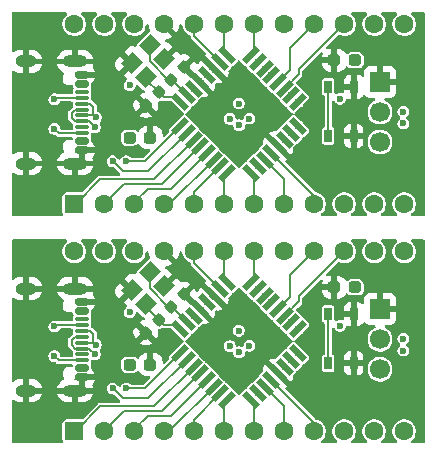
<source format=gtl>
%TF.GenerationSoftware,KiCad,Pcbnew,9.0.1*%
%TF.CreationDate,2025-04-29T19:20:24+09:00*%
%TF.ProjectId,ATtiny328P.kicad_pcb,41547469-6e79-4333-9238-502e6b696361,rev?*%
%TF.SameCoordinates,Original*%
%TF.FileFunction,Copper,L1,Top*%
%TF.FilePolarity,Positive*%
%FSLAX46Y46*%
G04 Gerber Fmt 4.6, Leading zero omitted, Abs format (unit mm)*
G04 Created by KiCad (PCBNEW 9.0.1) date 2025-04-29 19:20:24*
%MOMM*%
%LPD*%
G01*
G04 APERTURE LIST*
G04 Aperture macros list*
%AMRoundRect*
0 Rectangle with rounded corners*
0 $1 Rounding radius*
0 $2 $3 $4 $5 $6 $7 $8 $9 X,Y pos of 4 corners*
0 Add a 4 corners polygon primitive as box body*
4,1,4,$2,$3,$4,$5,$6,$7,$8,$9,$2,$3,0*
0 Add four circle primitives for the rounded corners*
1,1,$1+$1,$2,$3*
1,1,$1+$1,$4,$5*
1,1,$1+$1,$6,$7*
1,1,$1+$1,$8,$9*
0 Add four rect primitives between the rounded corners*
20,1,$1+$1,$2,$3,$4,$5,0*
20,1,$1+$1,$4,$5,$6,$7,0*
20,1,$1+$1,$6,$7,$8,$9,0*
20,1,$1+$1,$8,$9,$2,$3,0*%
%AMRotRect*
0 Rectangle, with rotation*
0 The origin of the aperture is its center*
0 $1 length*
0 $2 width*
0 $3 Rotation angle, in degrees counterclockwise*
0 Add horizontal line*
21,1,$1,$2,0,0,$3*%
G04 Aperture macros list end*
%TA.AperFunction,SMDPad,CuDef*%
%ADD10RoundRect,0.225000X-0.017678X0.335876X-0.335876X0.017678X0.017678X-0.335876X0.335876X-0.017678X0*%
%TD*%
%TA.AperFunction,ComponentPad*%
%ADD11RoundRect,0.250000X0.550000X-0.550000X0.550000X0.550000X-0.550000X0.550000X-0.550000X-0.550000X0*%
%TD*%
%TA.AperFunction,ComponentPad*%
%ADD12C,1.600000*%
%TD*%
%TA.AperFunction,SMDPad,CuDef*%
%ADD13RoundRect,0.237500X-0.287500X-0.237500X0.287500X-0.237500X0.287500X0.237500X-0.287500X0.237500X0*%
%TD*%
%TA.AperFunction,ComponentPad*%
%ADD14R,1.700000X1.700000*%
%TD*%
%TA.AperFunction,ComponentPad*%
%ADD15C,1.700000*%
%TD*%
%TA.AperFunction,SMDPad,CuDef*%
%ADD16RoundRect,0.150000X-0.425000X0.150000X-0.425000X-0.150000X0.425000X-0.150000X0.425000X0.150000X0*%
%TD*%
%TA.AperFunction,SMDPad,CuDef*%
%ADD17RoundRect,0.075000X-0.500000X0.075000X-0.500000X-0.075000X0.500000X-0.075000X0.500000X0.075000X0*%
%TD*%
%TA.AperFunction,HeatsinkPad*%
%ADD18O,2.100000X1.000000*%
%TD*%
%TA.AperFunction,HeatsinkPad*%
%ADD19O,1.800000X1.000000*%
%TD*%
%TA.AperFunction,SMDPad,CuDef*%
%ADD20R,0.650000X1.050000*%
%TD*%
%TA.AperFunction,SMDPad,CuDef*%
%ADD21RotRect,1.400000X1.200000X45.000000*%
%TD*%
%TA.AperFunction,SMDPad,CuDef*%
%ADD22RoundRect,0.237500X0.287500X0.237500X-0.287500X0.237500X-0.287500X-0.237500X0.287500X-0.237500X0*%
%TD*%
%TA.AperFunction,SMDPad,CuDef*%
%ADD23RotRect,1.600000X0.550000X315.000000*%
%TD*%
%TA.AperFunction,SMDPad,CuDef*%
%ADD24RotRect,1.600000X0.550000X45.000000*%
%TD*%
%TA.AperFunction,ViaPad*%
%ADD25C,0.600000*%
%TD*%
%TA.AperFunction,Conductor*%
%ADD26C,0.200000*%
%TD*%
G04 APERTURE END LIST*
D10*
%TO.P,C4,1*%
%TO.N,GND*%
X139116016Y-67663984D03*
%TO.P,C4,2*%
%TO.N,Net-(U1-XTAL1{slash}PB6)*%
X138020000Y-68760000D03*
%TD*%
D11*
%TO.P,J2,1,Pin_1*%
%TO.N,/PD7*%
X129790000Y-79270000D03*
D12*
%TO.P,J2,2,Pin_2*%
%TO.N,/PB0*%
X132330000Y-79270000D03*
%TO.P,J2,3,Pin_3*%
%TO.N,/PB1*%
X134870000Y-79270000D03*
%TO.P,J2,4,Pin_4*%
%TO.N,/PB2*%
X137410000Y-79270000D03*
%TO.P,J2,5,Pin_5*%
%TO.N,/PB3*%
X139950000Y-79270000D03*
%TO.P,J2,6,Pin_6*%
%TO.N,/PB4*%
X142490000Y-79270000D03*
%TO.P,J2,7,Pin_7*%
%TO.N,/PB5*%
X145030000Y-79270000D03*
%TO.P,J2,8,Pin_8*%
%TO.N,ADC6*%
X147570000Y-79270000D03*
%TO.P,J2,9,Pin_9*%
%TO.N,AREF*%
X150110000Y-79270000D03*
%TO.P,J2,10,Pin_10*%
%TO.N,ADC7*%
X152650000Y-79270000D03*
%TO.P,J2,11,Pin_11*%
%TO.N,/PC0*%
X155190000Y-79270000D03*
%TO.P,J2,12,Pin_12*%
%TO.N,/PC1*%
X157730000Y-79270000D03*
%TO.P,J2,13,Pin_13*%
%TO.N,/PC2*%
X157730000Y-64030000D03*
%TO.P,J2,14,Pin_14*%
%TO.N,/PC3*%
X155190000Y-64030000D03*
%TO.P,J2,15,Pin_15*%
%TO.N,/PC4*%
X152650000Y-64030000D03*
%TO.P,J2,16,Pin_16*%
%TO.N,/PC5*%
X150110000Y-64030000D03*
%TO.P,J2,17,Pin_17*%
%TO.N,PC6*%
X147570000Y-64030000D03*
%TO.P,J2,18,Pin_18*%
%TO.N,/PD2*%
X145030000Y-64030000D03*
%TO.P,J2,19,Pin_19*%
%TO.N,/PD3*%
X142490000Y-64030000D03*
%TO.P,J2,20,Pin_20*%
%TO.N,/PD4*%
X139950000Y-64030000D03*
%TO.P,J2,21,Pin_21*%
%TO.N,GND*%
X137410000Y-64030000D03*
%TO.P,J2,22,Pin_22*%
%TO.N,+5V*%
X134870000Y-64030000D03*
%TO.P,J2,23,Pin_23*%
%TO.N,/PD5*%
X132330000Y-64030000D03*
%TO.P,J2,24,Pin_24*%
%TO.N,/PD6*%
X129790000Y-64030000D03*
%TD*%
D13*
%TO.P,UPDI,1,K*%
%TO.N,GND*%
X151825000Y-67090000D03*
%TO.P,UPDI,2,A*%
%TO.N,Net-(D3-A)*%
X153575000Y-67090000D03*
%TD*%
D14*
%TO.P,J3,1,Pin_1*%
%TO.N,GND*%
X155690000Y-68938500D03*
D15*
%TO.P,J3,2,Pin_2*%
%TO.N,UPDI*%
X155690000Y-71478500D03*
%TO.P,J3,3,Pin_3*%
%TO.N,+5V*%
X155690000Y-74018500D03*
%TD*%
D16*
%TO.P,J1,A1,GND*%
%TO.N,GND*%
X130470000Y-68320000D03*
%TO.P,J1,A4,VBUS*%
%TO.N,+5V*%
X130470000Y-69120000D03*
D17*
%TO.P,J1,A5,CC1*%
%TO.N,Net-(J1-CC1)*%
X130470000Y-70270000D03*
%TO.P,J1,A6,D+*%
%TO.N,D+*%
X130470000Y-71270000D03*
%TO.P,J1,A7,D-*%
%TO.N,D-*%
X130470000Y-71770000D03*
%TO.P,J1,A8,SBU1*%
%TO.N,unconnected-(J1-SBU1-PadA8)*%
X130470000Y-72770000D03*
D16*
%TO.P,J1,A9,VBUS*%
%TO.N,+5V*%
X130470000Y-73920000D03*
%TO.P,J1,A12,GND*%
%TO.N,GND*%
X130470000Y-74720000D03*
%TO.P,J1,B1,GND*%
X130470000Y-74720000D03*
%TO.P,J1,B4,VBUS*%
%TO.N,+5V*%
X130470000Y-73920000D03*
D17*
%TO.P,J1,B5,CC2*%
%TO.N,Net-(J1-CC2)*%
X130470000Y-73270000D03*
%TO.P,J1,B6,D+*%
%TO.N,D+*%
X130470000Y-72270000D03*
%TO.P,J1,B7,D-*%
%TO.N,D-*%
X130470000Y-70770000D03*
%TO.P,J1,B8,SBU2*%
%TO.N,unconnected-(J1-SBU2-PadB8)*%
X130470000Y-69770000D03*
D16*
%TO.P,J1,B9,VBUS*%
%TO.N,+5V*%
X130470000Y-69120000D03*
%TO.P,J1,B12,GND*%
%TO.N,GND*%
X130470000Y-68320000D03*
D18*
%TO.P,J1,S1,SHIELD*%
X129895000Y-67200000D03*
D19*
X125715000Y-67200000D03*
D18*
X129895000Y-75840000D03*
D19*
X125715000Y-75840000D03*
%TD*%
D20*
%TO.P,SW1,1,1*%
%TO.N,PC6*%
X151315000Y-73503500D03*
%TO.P,SW1,2,2*%
X151315000Y-69353500D03*
%TO.P,SW1,3,K*%
%TO.N,GND*%
X153465000Y-73503500D03*
%TO.P,SW1,4,A*%
X153465000Y-69353500D03*
%TD*%
D21*
%TO.P,Y1,1,1*%
%TO.N,Net-(U1-XTAL2{slash}PB7)*%
X135860000Y-68530000D03*
%TO.P,Y1,2,2*%
%TO.N,GND*%
X137415635Y-66974365D03*
%TO.P,Y1,3,3*%
%TO.N,Net-(U1-XTAL1{slash}PB6)*%
X136213554Y-65772284D03*
%TO.P,Y1,4,4*%
%TO.N,GND*%
X134657919Y-67327919D03*
%TD*%
D10*
%TO.P,C3,1*%
%TO.N,Net-(U1-XTAL2{slash}PB7)*%
X136950000Y-69820000D03*
%TO.P,C3,2*%
%TO.N,GND*%
X135853984Y-70916016D03*
%TD*%
D22*
%TO.P,/RTS#,1,K*%
%TO.N,GND*%
X136255000Y-73640000D03*
%TO.P,/RTS#,2,A*%
%TO.N,Net-(D2-A)*%
X134505000Y-73640000D03*
%TD*%
D23*
%TO.P,U1,1,PD3*%
%TO.N,/PD3*%
X142734695Y-66664897D03*
%TO.P,U1,2,PD4*%
%TO.N,/PD4*%
X142169010Y-67230583D03*
%TO.P,U1,3,GND*%
%TO.N,GND*%
X141603324Y-67796268D03*
%TO.P,U1,4,VCC*%
%TO.N,+5V*%
X141037639Y-68361953D03*
%TO.P,U1,5,GND*%
%TO.N,GND*%
X140471953Y-68927639D03*
%TO.P,U1,6,VCC*%
%TO.N,+5V*%
X139906268Y-69493324D03*
%TO.P,U1,7,XTAL1/PB6*%
%TO.N,Net-(U1-XTAL1{slash}PB6)*%
X139340583Y-70059010D03*
%TO.P,U1,8,XTAL2/PB7*%
%TO.N,Net-(U1-XTAL2{slash}PB7)*%
X138774897Y-70624695D03*
D24*
%TO.P,U1,9,PD5*%
%TO.N,/PD5*%
X138774897Y-72675305D03*
%TO.P,U1,10,PD6*%
%TO.N,/PD6*%
X139340583Y-73240990D03*
%TO.P,U1,11,PD7*%
%TO.N,/PD7*%
X139906268Y-73806676D03*
%TO.P,U1,12,PB0*%
%TO.N,/PB0*%
X140471953Y-74372361D03*
%TO.P,U1,13,PB1*%
%TO.N,/PB1*%
X141037639Y-74938047D03*
%TO.P,U1,14,PB2*%
%TO.N,/PB2*%
X141603324Y-75503732D03*
%TO.P,U1,15,PB3*%
%TO.N,/PB3*%
X142169010Y-76069417D03*
%TO.P,U1,16,PB4*%
%TO.N,/PB4*%
X142734695Y-76635103D03*
D23*
%TO.P,U1,17,PB5*%
%TO.N,/PB5*%
X144785305Y-76635103D03*
%TO.P,U1,18,AVCC*%
%TO.N,+5V*%
X145350990Y-76069417D03*
%TO.P,U1,19,ADC6*%
%TO.N,ADC6*%
X145916676Y-75503732D03*
%TO.P,U1,20,AREF*%
%TO.N,AREF*%
X146482361Y-74938047D03*
%TO.P,U1,21,GND*%
%TO.N,GND*%
X147048047Y-74372361D03*
%TO.P,U1,22,ADC7*%
%TO.N,ADC7*%
X147613732Y-73806676D03*
%TO.P,U1,23,PC0*%
%TO.N,/PC0*%
X148179417Y-73240990D03*
%TO.P,U1,24,PC1*%
%TO.N,/PC1*%
X148745103Y-72675305D03*
D24*
%TO.P,U1,25,PC2*%
%TO.N,/PC2*%
X148745103Y-70624695D03*
%TO.P,U1,26,PC3*%
%TO.N,/PC3*%
X148179417Y-70059010D03*
%TO.P,U1,27,PC4*%
%TO.N,/PC4*%
X147613732Y-69493324D03*
%TO.P,U1,28,PC5*%
%TO.N,/PC5*%
X147048047Y-68927639D03*
%TO.P,U1,29,~{RESET}/PC6*%
%TO.N,PC6*%
X146482361Y-68361953D03*
%TO.P,U1,30,PD0*%
%TO.N,PD0{slash}RxD*%
X145916676Y-67796268D03*
%TO.P,U1,31,PD1*%
%TO.N,PD1{slash}TxD*%
X145350990Y-67230583D03*
%TO.P,U1,32,PD2*%
%TO.N,/PD2*%
X144785305Y-66664897D03*
%TD*%
D10*
%TO.P,C4,1*%
%TO.N,GND*%
X139116016Y-86893984D03*
%TO.P,C4,2*%
%TO.N,Net-(U1-XTAL1{slash}PB6)*%
X138020000Y-87990000D03*
%TD*%
D11*
%TO.P,J2,1,Pin_1*%
%TO.N,/PD7*%
X129790000Y-98500000D03*
D12*
%TO.P,J2,2,Pin_2*%
%TO.N,/PB0*%
X132330000Y-98500000D03*
%TO.P,J2,3,Pin_3*%
%TO.N,/PB1*%
X134870000Y-98500000D03*
%TO.P,J2,4,Pin_4*%
%TO.N,/PB2*%
X137410000Y-98500000D03*
%TO.P,J2,5,Pin_5*%
%TO.N,/PB3*%
X139950000Y-98500000D03*
%TO.P,J2,6,Pin_6*%
%TO.N,/PB4*%
X142490000Y-98500000D03*
%TO.P,J2,7,Pin_7*%
%TO.N,/PB5*%
X145030000Y-98500000D03*
%TO.P,J2,8,Pin_8*%
%TO.N,ADC6*%
X147570000Y-98500000D03*
%TO.P,J2,9,Pin_9*%
%TO.N,AREF*%
X150110000Y-98500000D03*
%TO.P,J2,10,Pin_10*%
%TO.N,ADC7*%
X152650000Y-98500000D03*
%TO.P,J2,11,Pin_11*%
%TO.N,/PC0*%
X155190000Y-98500000D03*
%TO.P,J2,12,Pin_12*%
%TO.N,/PC1*%
X157730000Y-98500000D03*
%TO.P,J2,13,Pin_13*%
%TO.N,/PC2*%
X157730000Y-83260000D03*
%TO.P,J2,14,Pin_14*%
%TO.N,/PC3*%
X155190000Y-83260000D03*
%TO.P,J2,15,Pin_15*%
%TO.N,/PC4*%
X152650000Y-83260000D03*
%TO.P,J2,16,Pin_16*%
%TO.N,/PC5*%
X150110000Y-83260000D03*
%TO.P,J2,17,Pin_17*%
%TO.N,PC6*%
X147570000Y-83260000D03*
%TO.P,J2,18,Pin_18*%
%TO.N,/PD2*%
X145030000Y-83260000D03*
%TO.P,J2,19,Pin_19*%
%TO.N,/PD3*%
X142490000Y-83260000D03*
%TO.P,J2,20,Pin_20*%
%TO.N,/PD4*%
X139950000Y-83260000D03*
%TO.P,J2,21,Pin_21*%
%TO.N,GND*%
X137410000Y-83260000D03*
%TO.P,J2,22,Pin_22*%
%TO.N,+5V*%
X134870000Y-83260000D03*
%TO.P,J2,23,Pin_23*%
%TO.N,/PD5*%
X132330000Y-83260000D03*
%TO.P,J2,24,Pin_24*%
%TO.N,/PD6*%
X129790000Y-83260000D03*
%TD*%
D13*
%TO.P,UPDI,1,K*%
%TO.N,GND*%
X151825000Y-86320000D03*
%TO.P,UPDI,2,A*%
%TO.N,Net-(D3-A)*%
X153575000Y-86320000D03*
%TD*%
D14*
%TO.P,J3,1,Pin_1*%
%TO.N,GND*%
X155690000Y-88168500D03*
D15*
%TO.P,J3,2,Pin_2*%
%TO.N,UPDI*%
X155690000Y-90708500D03*
%TO.P,J3,3,Pin_3*%
%TO.N,+5V*%
X155690000Y-93248500D03*
%TD*%
D16*
%TO.P,J1,A1,GND*%
%TO.N,GND*%
X130470000Y-87550000D03*
%TO.P,J1,A4,VBUS*%
%TO.N,+5V*%
X130470000Y-88350000D03*
D17*
%TO.P,J1,A5,CC1*%
%TO.N,Net-(J1-CC1)*%
X130470000Y-89500000D03*
%TO.P,J1,A6,D+*%
%TO.N,D+*%
X130470000Y-90500000D03*
%TO.P,J1,A7,D-*%
%TO.N,D-*%
X130470000Y-91000000D03*
%TO.P,J1,A8,SBU1*%
%TO.N,unconnected-(J1-SBU1-PadA8)*%
X130470000Y-92000000D03*
D16*
%TO.P,J1,A9,VBUS*%
%TO.N,+5V*%
X130470000Y-93150000D03*
%TO.P,J1,A12,GND*%
%TO.N,GND*%
X130470000Y-93950000D03*
%TO.P,J1,B1,GND*%
X130470000Y-93950000D03*
%TO.P,J1,B4,VBUS*%
%TO.N,+5V*%
X130470000Y-93150000D03*
D17*
%TO.P,J1,B5,CC2*%
%TO.N,Net-(J1-CC2)*%
X130470000Y-92500000D03*
%TO.P,J1,B6,D+*%
%TO.N,D+*%
X130470000Y-91500000D03*
%TO.P,J1,B7,D-*%
%TO.N,D-*%
X130470000Y-90000000D03*
%TO.P,J1,B8,SBU2*%
%TO.N,unconnected-(J1-SBU2-PadB8)*%
X130470000Y-89000000D03*
D16*
%TO.P,J1,B9,VBUS*%
%TO.N,+5V*%
X130470000Y-88350000D03*
%TO.P,J1,B12,GND*%
%TO.N,GND*%
X130470000Y-87550000D03*
D18*
%TO.P,J1,S1,SHIELD*%
X129895000Y-86430000D03*
D19*
X125715000Y-86430000D03*
D18*
X129895000Y-95070000D03*
D19*
X125715000Y-95070000D03*
%TD*%
D20*
%TO.P,SW1,1,1*%
%TO.N,PC6*%
X151315000Y-92733500D03*
%TO.P,SW1,2,2*%
X151315000Y-88583500D03*
%TO.P,SW1,3,K*%
%TO.N,GND*%
X153465000Y-92733500D03*
%TO.P,SW1,4,A*%
X153465000Y-88583500D03*
%TD*%
D21*
%TO.P,Y1,1,1*%
%TO.N,Net-(U1-XTAL2{slash}PB7)*%
X135860000Y-87760000D03*
%TO.P,Y1,2,2*%
%TO.N,GND*%
X137415635Y-86204365D03*
%TO.P,Y1,3,3*%
%TO.N,Net-(U1-XTAL1{slash}PB6)*%
X136213554Y-85002284D03*
%TO.P,Y1,4,4*%
%TO.N,GND*%
X134657919Y-86557919D03*
%TD*%
D10*
%TO.P,C3,1*%
%TO.N,Net-(U1-XTAL2{slash}PB7)*%
X136950000Y-89050000D03*
%TO.P,C3,2*%
%TO.N,GND*%
X135853984Y-90146016D03*
%TD*%
D22*
%TO.P,/RTS#,1,K*%
%TO.N,GND*%
X136255000Y-92870000D03*
%TO.P,/RTS#,2,A*%
%TO.N,Net-(D2-A)*%
X134505000Y-92870000D03*
%TD*%
D23*
%TO.P,U1,1,PD3*%
%TO.N,/PD3*%
X142734695Y-85894897D03*
%TO.P,U1,2,PD4*%
%TO.N,/PD4*%
X142169010Y-86460583D03*
%TO.P,U1,3,GND*%
%TO.N,GND*%
X141603324Y-87026268D03*
%TO.P,U1,4,VCC*%
%TO.N,+5V*%
X141037639Y-87591953D03*
%TO.P,U1,5,GND*%
%TO.N,GND*%
X140471953Y-88157639D03*
%TO.P,U1,6,VCC*%
%TO.N,+5V*%
X139906268Y-88723324D03*
%TO.P,U1,7,XTAL1/PB6*%
%TO.N,Net-(U1-XTAL1{slash}PB6)*%
X139340583Y-89289010D03*
%TO.P,U1,8,XTAL2/PB7*%
%TO.N,Net-(U1-XTAL2{slash}PB7)*%
X138774897Y-89854695D03*
D24*
%TO.P,U1,9,PD5*%
%TO.N,/PD5*%
X138774897Y-91905305D03*
%TO.P,U1,10,PD6*%
%TO.N,/PD6*%
X139340583Y-92470990D03*
%TO.P,U1,11,PD7*%
%TO.N,/PD7*%
X139906268Y-93036676D03*
%TO.P,U1,12,PB0*%
%TO.N,/PB0*%
X140471953Y-93602361D03*
%TO.P,U1,13,PB1*%
%TO.N,/PB1*%
X141037639Y-94168047D03*
%TO.P,U1,14,PB2*%
%TO.N,/PB2*%
X141603324Y-94733732D03*
%TO.P,U1,15,PB3*%
%TO.N,/PB3*%
X142169010Y-95299417D03*
%TO.P,U1,16,PB4*%
%TO.N,/PB4*%
X142734695Y-95865103D03*
D23*
%TO.P,U1,17,PB5*%
%TO.N,/PB5*%
X144785305Y-95865103D03*
%TO.P,U1,18,AVCC*%
%TO.N,+5V*%
X145350990Y-95299417D03*
%TO.P,U1,19,ADC6*%
%TO.N,ADC6*%
X145916676Y-94733732D03*
%TO.P,U1,20,AREF*%
%TO.N,AREF*%
X146482361Y-94168047D03*
%TO.P,U1,21,GND*%
%TO.N,GND*%
X147048047Y-93602361D03*
%TO.P,U1,22,ADC7*%
%TO.N,ADC7*%
X147613732Y-93036676D03*
%TO.P,U1,23,PC0*%
%TO.N,/PC0*%
X148179417Y-92470990D03*
%TO.P,U1,24,PC1*%
%TO.N,/PC1*%
X148745103Y-91905305D03*
D24*
%TO.P,U1,25,PC2*%
%TO.N,/PC2*%
X148745103Y-89854695D03*
%TO.P,U1,26,PC3*%
%TO.N,/PC3*%
X148179417Y-89289010D03*
%TO.P,U1,27,PC4*%
%TO.N,/PC4*%
X147613732Y-88723324D03*
%TO.P,U1,28,PC5*%
%TO.N,/PC5*%
X147048047Y-88157639D03*
%TO.P,U1,29,~{RESET}/PC6*%
%TO.N,PC6*%
X146482361Y-87591953D03*
%TO.P,U1,30,PD0*%
%TO.N,PD0{slash}RxD*%
X145916676Y-87026268D03*
%TO.P,U1,31,PD1*%
%TO.N,PD1{slash}TxD*%
X145350990Y-86460583D03*
%TO.P,U1,32,PD2*%
%TO.N,/PD2*%
X144785305Y-85894897D03*
%TD*%
D25*
%TO.N,PD0{slash}RxD*%
X145916676Y-67796268D03*
X144640000Y-72030000D03*
%TO.N,Net-(SW2-COM)*%
X152300000Y-70350000D03*
X157670000Y-71440000D03*
%TO.N,UPDI*%
X143750000Y-70760000D03*
%TO.N,Net-(D3-A)*%
X153575000Y-67090000D03*
%TO.N,PD1{slash}TxD*%
X145350990Y-67230583D03*
X142990000Y-72060000D03*
%TO.N,PC6*%
X151315000Y-69353500D03*
X146482361Y-68361953D03*
%TO.N,/PD6*%
X133065000Y-75655000D03*
%TO.N,/PC3*%
X148179417Y-70059010D03*
%TO.N,Net-(J1-CC2)*%
X128120000Y-72910000D03*
%TO.N,GND*%
X156040000Y-66510000D03*
X126295000Y-72910000D03*
X126295000Y-70400000D03*
X134657919Y-67327919D03*
%TO.N,Net-(D2-A)*%
X134505000Y-73640000D03*
X134505000Y-69210000D03*
%TO.N,Net-(J1-CC1)*%
X128120000Y-70400000D03*
%TO.N,ADC7*%
X147613732Y-73806676D03*
%TO.N,/PC0*%
X148179417Y-73240990D03*
%TO.N,GND*%
X130470000Y-74720000D03*
%TO.N,D-*%
X131630000Y-71940000D03*
%TO.N,/PC1*%
X148745305Y-72675305D03*
%TO.N,/PC2*%
X148745103Y-70624695D03*
%TO.N,D+*%
X131560000Y-72750000D03*
%TO.N,GND*%
X153465000Y-73503500D03*
X130470000Y-68320000D03*
X135757500Y-71330000D03*
X143770000Y-67860000D03*
X138600000Y-65180000D03*
%TO.N,+5V*%
X157670000Y-72440000D03*
%TO.N,/PD5*%
X134199451Y-75650000D03*
%TO.N,+5V*%
X130470000Y-69120000D03*
X130470000Y-73920000D03*
X145350990Y-76069417D03*
X141037639Y-68361953D03*
X139906268Y-69493324D03*
X143760000Y-72600000D03*
%TO.N,PD0{slash}RxD*%
X145916676Y-87026268D03*
X144640000Y-91260000D03*
%TO.N,Net-(SW2-COM)*%
X152300000Y-89580000D03*
X157670000Y-90670000D03*
%TO.N,UPDI*%
X143750000Y-89990000D03*
%TO.N,Net-(D3-A)*%
X153575000Y-86320000D03*
%TO.N,PD1{slash}TxD*%
X145350990Y-86460583D03*
X142990000Y-91290000D03*
%TO.N,PC6*%
X151315000Y-88583500D03*
X146482361Y-87591953D03*
%TO.N,/PD6*%
X133065000Y-94885000D03*
%TO.N,/PC3*%
X148179417Y-89289010D03*
%TO.N,Net-(J1-CC2)*%
X128120000Y-92140000D03*
%TO.N,GND*%
X156040000Y-85740000D03*
X126295000Y-92140000D03*
X126295000Y-89630000D03*
X134657919Y-86557919D03*
%TO.N,Net-(D2-A)*%
X134505000Y-92870000D03*
X134505000Y-88440000D03*
%TO.N,Net-(J1-CC1)*%
X128120000Y-89630000D03*
%TO.N,ADC7*%
X147613732Y-93036676D03*
%TO.N,/PC0*%
X148179417Y-92470990D03*
%TO.N,GND*%
X130470000Y-93950000D03*
%TO.N,D-*%
X131630000Y-91170000D03*
%TO.N,/PC1*%
X148745305Y-91905305D03*
%TO.N,/PC2*%
X148745103Y-89854695D03*
%TO.N,D+*%
X131560000Y-91980000D03*
%TO.N,GND*%
X153465000Y-92733500D03*
X130470000Y-87550000D03*
X135757500Y-90560000D03*
X143770000Y-87090000D03*
X138600000Y-84410000D03*
%TO.N,+5V*%
X157670000Y-91670000D03*
%TO.N,/PD5*%
X134199451Y-94880000D03*
%TO.N,+5V*%
X130470000Y-88350000D03*
X130470000Y-93150000D03*
X145350990Y-95299417D03*
X141037639Y-87591953D03*
X139906268Y-88723324D03*
X143760000Y-91830000D03*
%TD*%
D26*
%TO.N,PC6*%
X151315000Y-69353500D02*
X151315000Y-73503500D01*
%TO.N,/PD6*%
X133085000Y-75655000D02*
X133920000Y-76490000D01*
X133065000Y-75655000D02*
X133085000Y-75655000D01*
X136091573Y-76490000D02*
X139340583Y-73240990D01*
X133920000Y-76490000D02*
X136091573Y-76490000D01*
%TO.N,/PD2*%
X145030000Y-66420202D02*
X144785305Y-66664897D01*
X145030000Y-64030000D02*
X145030000Y-66420202D01*
%TO.N,AREF*%
X150110000Y-78565686D02*
X146482361Y-74938047D01*
X150110000Y-79270000D02*
X150110000Y-78565686D01*
%TO.N,D-*%
X131630000Y-71940000D02*
X131420000Y-71730000D01*
X131630000Y-71940000D02*
X131460000Y-71770000D01*
X131420000Y-71013176D02*
X131176824Y-70770000D01*
X131420000Y-71730000D02*
X131420000Y-71013176D01*
%TO.N,Net-(J1-CC2)*%
X128480000Y-73270000D02*
X128120000Y-72910000D01*
%TO.N,D+*%
X131560000Y-72750000D02*
X131080000Y-72270000D01*
X129861176Y-72270000D02*
X129594000Y-72002824D01*
X131080000Y-72270000D02*
X130470000Y-72270000D01*
X130470000Y-72270000D02*
X129861176Y-72270000D01*
X129594000Y-72002824D02*
X129594000Y-71537176D01*
X129594000Y-71537176D02*
X129861176Y-71270000D01*
%TO.N,Net-(J1-CC1)*%
X128250000Y-70270000D02*
X130470000Y-70270000D01*
%TO.N,/PB1*%
X136020000Y-77970000D02*
X138005686Y-77970000D01*
X138005686Y-77970000D02*
X141037639Y-74938047D01*
X134870000Y-79270000D02*
X134870000Y-79120000D01*
X134870000Y-79120000D02*
X136020000Y-77970000D01*
%TO.N,/PD4*%
X139950000Y-65011573D02*
X142169010Y-67230583D01*
X139950000Y-64030000D02*
X139950000Y-65011573D01*
%TO.N,/PD3*%
X142490000Y-66420202D02*
X142734695Y-66664897D01*
X142490000Y-64030000D02*
X142490000Y-66420202D01*
%TO.N,/PD7*%
X132022000Y-77168000D02*
X136544944Y-77168000D01*
X136544944Y-77168000D02*
X139906268Y-73806676D01*
X129790000Y-79270000D02*
X129920000Y-79270000D01*
X129920000Y-79270000D02*
X132022000Y-77168000D01*
%TO.N,/PB3*%
X139950000Y-78288427D02*
X142169010Y-76069417D01*
X139950000Y-79270000D02*
X139950000Y-78288427D01*
%TO.N,/PC5*%
X148060000Y-67915686D02*
X148060000Y-66080000D01*
X147048047Y-68927639D02*
X148060000Y-67915686D01*
X148060000Y-66080000D02*
X150110000Y-64030000D01*
%TO.N,Net-(U1-XTAL1{slash}PB6)*%
X136195396Y-67169754D02*
X137785642Y-68760000D01*
X137785642Y-68760000D02*
X138020000Y-68760000D01*
%TO.N,Net-(J1-CC1)*%
X128120000Y-70400000D02*
X128250000Y-70270000D01*
%TO.N,D-*%
X131460000Y-71770000D02*
X130470000Y-71770000D01*
%TO.N,Net-(U1-XTAL2{slash}PB7)*%
X135860000Y-68530000D02*
X135860000Y-68730000D01*
X138390202Y-70240000D02*
X138774897Y-70624695D01*
%TO.N,/PB5*%
X145030000Y-76879798D02*
X144785305Y-76635103D01*
%TO.N,/PD5*%
X134199451Y-75650000D02*
X135800202Y-75650000D01*
X135800202Y-75650000D02*
X138774897Y-72675305D01*
%TO.N,ADC6*%
X147570000Y-77157056D02*
X145916676Y-75503732D01*
X147570000Y-79270000D02*
X147570000Y-77157056D01*
%TO.N,/PB4*%
X142490000Y-79270000D02*
X142490000Y-76879798D01*
X142490000Y-76879798D02*
X142734695Y-76635103D01*
%TO.N,/PC1*%
X148745103Y-72675305D02*
X148745305Y-72675305D01*
%TO.N,D-*%
X131176824Y-70770000D02*
X130470000Y-70770000D01*
%TO.N,Net-(J1-CC2)*%
X130470000Y-73270000D02*
X128480000Y-73270000D01*
%TO.N,/PC2*%
X157710000Y-64030000D02*
X157730000Y-64030000D01*
%TO.N,D+*%
X129861176Y-71270000D02*
X130470000Y-71270000D01*
%TO.N,Net-(U1-XTAL2{slash}PB7)*%
X136950000Y-69820000D02*
X137370000Y-70240000D01*
X135860000Y-68730000D02*
X136950000Y-69820000D01*
%TO.N,Net-(U1-XTAL1{slash}PB6)*%
X138020000Y-68760000D02*
X138041573Y-68760000D01*
X136213554Y-65772284D02*
X136195396Y-65790442D01*
%TO.N,Net-(U1-XTAL2{slash}PB7)*%
X137370000Y-70240000D02*
X138390202Y-70240000D01*
%TO.N,Net-(U1-XTAL1{slash}PB6)*%
X138041573Y-68760000D02*
X139340583Y-70059010D01*
X136195396Y-65790442D02*
X136195396Y-67169754D01*
%TO.N,/PB5*%
X145030000Y-79270000D02*
X145030000Y-76879798D01*
%TO.N,/PB2*%
X137410000Y-79270000D02*
X137837056Y-79270000D01*
X137837056Y-79270000D02*
X141603324Y-75503732D01*
%TO.N,/PC4*%
X148830000Y-67850000D02*
X152650000Y-64030000D01*
X147613732Y-69493324D02*
X148830000Y-68277056D01*
X148830000Y-68277056D02*
X148830000Y-67850000D01*
%TO.N,/PB0*%
X134041000Y-77569000D02*
X137275314Y-77569000D01*
X132340000Y-79270000D02*
X134041000Y-77569000D01*
X137275314Y-77569000D02*
X140471953Y-74372361D01*
X132330000Y-79270000D02*
X132340000Y-79270000D01*
%TO.N,PC6*%
X151315000Y-88583500D02*
X151315000Y-92733500D01*
%TO.N,/PD6*%
X133085000Y-94885000D02*
X133920000Y-95720000D01*
X133065000Y-94885000D02*
X133085000Y-94885000D01*
X136091573Y-95720000D02*
X139340583Y-92470990D01*
X133920000Y-95720000D02*
X136091573Y-95720000D01*
%TO.N,/PD2*%
X145030000Y-85650202D02*
X144785305Y-85894897D01*
X145030000Y-83260000D02*
X145030000Y-85650202D01*
%TO.N,AREF*%
X150110000Y-97795686D02*
X146482361Y-94168047D01*
X150110000Y-98500000D02*
X150110000Y-97795686D01*
%TO.N,D-*%
X131630000Y-91170000D02*
X131420000Y-90960000D01*
X131630000Y-91170000D02*
X131460000Y-91000000D01*
X131420000Y-90243176D02*
X131176824Y-90000000D01*
X131420000Y-90960000D02*
X131420000Y-90243176D01*
%TO.N,Net-(J1-CC2)*%
X128480000Y-92500000D02*
X128120000Y-92140000D01*
%TO.N,D+*%
X131560000Y-91980000D02*
X131080000Y-91500000D01*
X129861176Y-91500000D02*
X129594000Y-91232824D01*
X131080000Y-91500000D02*
X130470000Y-91500000D01*
X130470000Y-91500000D02*
X129861176Y-91500000D01*
X129594000Y-91232824D02*
X129594000Y-90767176D01*
X129594000Y-90767176D02*
X129861176Y-90500000D01*
%TO.N,Net-(J1-CC1)*%
X128250000Y-89500000D02*
X130470000Y-89500000D01*
%TO.N,/PB1*%
X136020000Y-97200000D02*
X138005686Y-97200000D01*
X138005686Y-97200000D02*
X141037639Y-94168047D01*
X134870000Y-98500000D02*
X134870000Y-98350000D01*
X134870000Y-98350000D02*
X136020000Y-97200000D01*
%TO.N,/PD4*%
X139950000Y-84241573D02*
X142169010Y-86460583D01*
X139950000Y-83260000D02*
X139950000Y-84241573D01*
%TO.N,/PD3*%
X142490000Y-85650202D02*
X142734695Y-85894897D01*
X142490000Y-83260000D02*
X142490000Y-85650202D01*
%TO.N,/PD7*%
X132022000Y-96398000D02*
X136544944Y-96398000D01*
X136544944Y-96398000D02*
X139906268Y-93036676D01*
X129790000Y-98500000D02*
X129920000Y-98500000D01*
X129920000Y-98500000D02*
X132022000Y-96398000D01*
%TO.N,/PB3*%
X139950000Y-97518427D02*
X142169010Y-95299417D01*
X139950000Y-98500000D02*
X139950000Y-97518427D01*
%TO.N,/PC5*%
X148060000Y-87145686D02*
X148060000Y-85310000D01*
X147048047Y-88157639D02*
X148060000Y-87145686D01*
X148060000Y-85310000D02*
X150110000Y-83260000D01*
%TO.N,Net-(U1-XTAL1{slash}PB6)*%
X136195396Y-86399754D02*
X137785642Y-87990000D01*
X137785642Y-87990000D02*
X138020000Y-87990000D01*
%TO.N,Net-(J1-CC1)*%
X128120000Y-89630000D02*
X128250000Y-89500000D01*
%TO.N,D-*%
X131460000Y-91000000D02*
X130470000Y-91000000D01*
%TO.N,Net-(U1-XTAL2{slash}PB7)*%
X135860000Y-87760000D02*
X135860000Y-87960000D01*
X138390202Y-89470000D02*
X138774897Y-89854695D01*
%TO.N,/PB5*%
X145030000Y-96109798D02*
X144785305Y-95865103D01*
%TO.N,/PD5*%
X134199451Y-94880000D02*
X135800202Y-94880000D01*
X135800202Y-94880000D02*
X138774897Y-91905305D01*
%TO.N,ADC6*%
X147570000Y-96387056D02*
X145916676Y-94733732D01*
X147570000Y-98500000D02*
X147570000Y-96387056D01*
%TO.N,/PB4*%
X142490000Y-98500000D02*
X142490000Y-96109798D01*
X142490000Y-96109798D02*
X142734695Y-95865103D01*
%TO.N,/PC1*%
X148745103Y-91905305D02*
X148745305Y-91905305D01*
%TO.N,D-*%
X131176824Y-90000000D02*
X130470000Y-90000000D01*
%TO.N,Net-(J1-CC2)*%
X130470000Y-92500000D02*
X128480000Y-92500000D01*
%TO.N,/PC2*%
X157710000Y-83260000D02*
X157730000Y-83260000D01*
%TO.N,D+*%
X129861176Y-90500000D02*
X130470000Y-90500000D01*
%TO.N,Net-(U1-XTAL2{slash}PB7)*%
X136950000Y-89050000D02*
X137370000Y-89470000D01*
X135860000Y-87960000D02*
X136950000Y-89050000D01*
%TO.N,Net-(U1-XTAL1{slash}PB6)*%
X138020000Y-87990000D02*
X138041573Y-87990000D01*
X136213554Y-85002284D02*
X136195396Y-85020442D01*
%TO.N,Net-(U1-XTAL2{slash}PB7)*%
X137370000Y-89470000D02*
X138390202Y-89470000D01*
%TO.N,Net-(U1-XTAL1{slash}PB6)*%
X138041573Y-87990000D02*
X139340583Y-89289010D01*
X136195396Y-85020442D02*
X136195396Y-86399754D01*
%TO.N,/PB5*%
X145030000Y-98500000D02*
X145030000Y-96109798D01*
%TO.N,/PB2*%
X137410000Y-98500000D02*
X137837056Y-98500000D01*
X137837056Y-98500000D02*
X141603324Y-94733732D01*
%TO.N,/PC4*%
X148830000Y-87080000D02*
X152650000Y-83260000D01*
X147613732Y-88723324D02*
X148830000Y-87507056D01*
X148830000Y-87507056D02*
X148830000Y-87080000D01*
%TO.N,/PB0*%
X134041000Y-96799000D02*
X137275314Y-96799000D01*
X132340000Y-98500000D02*
X134041000Y-96799000D01*
X137275314Y-96799000D02*
X140471953Y-93602361D01*
X132330000Y-98500000D02*
X132340000Y-98500000D01*
%TD*%
%TA.AperFunction,Conductor*%
%TO.N,GND*%
G36*
X129143647Y-82280185D02*
G01*
X129189402Y-82332989D01*
X129199346Y-82402147D01*
X129170321Y-82465703D01*
X129155275Y-82480352D01*
X129152212Y-82482865D01*
X129012863Y-82622214D01*
X129012860Y-82622218D01*
X128903371Y-82786079D01*
X128903364Y-82786092D01*
X128827950Y-82968160D01*
X128827947Y-82968170D01*
X128789500Y-83161456D01*
X128789500Y-83161459D01*
X128789500Y-83358541D01*
X128789500Y-83358543D01*
X128789499Y-83358543D01*
X128827947Y-83551829D01*
X128827950Y-83551839D01*
X128903364Y-83733907D01*
X128903371Y-83733920D01*
X129012860Y-83897781D01*
X129012863Y-83897785D01*
X129152214Y-84037136D01*
X129152218Y-84037139D01*
X129316079Y-84146628D01*
X129316092Y-84146635D01*
X129466188Y-84208806D01*
X129498165Y-84222051D01*
X129498169Y-84222051D01*
X129498170Y-84222052D01*
X129691456Y-84260500D01*
X129691459Y-84260500D01*
X129888543Y-84260500D01*
X130038887Y-84230594D01*
X130081835Y-84222051D01*
X130263914Y-84146632D01*
X130427782Y-84037139D01*
X130567139Y-83897782D01*
X130676632Y-83733914D01*
X130752051Y-83551835D01*
X130779390Y-83414394D01*
X130790500Y-83358543D01*
X130790500Y-83161456D01*
X130752052Y-82968170D01*
X130752051Y-82968169D01*
X130752051Y-82968165D01*
X130707248Y-82860000D01*
X130676635Y-82786092D01*
X130676628Y-82786079D01*
X130567139Y-82622218D01*
X130567136Y-82622214D01*
X130427787Y-82482865D01*
X130424725Y-82480352D01*
X130423552Y-82478630D01*
X130423475Y-82478553D01*
X130423489Y-82478538D01*
X130385392Y-82422605D01*
X130383523Y-82352761D01*
X130419711Y-82292993D01*
X130482468Y-82262278D01*
X130503392Y-82260500D01*
X131616608Y-82260500D01*
X131683647Y-82280185D01*
X131729402Y-82332989D01*
X131739346Y-82402147D01*
X131710321Y-82465703D01*
X131695275Y-82480352D01*
X131692212Y-82482865D01*
X131552863Y-82622214D01*
X131552860Y-82622218D01*
X131443371Y-82786079D01*
X131443364Y-82786092D01*
X131367950Y-82968160D01*
X131367947Y-82968170D01*
X131329500Y-83161456D01*
X131329500Y-83161459D01*
X131329500Y-83358541D01*
X131329500Y-83358543D01*
X131329499Y-83358543D01*
X131367947Y-83551829D01*
X131367950Y-83551839D01*
X131443364Y-83733907D01*
X131443371Y-83733920D01*
X131552860Y-83897781D01*
X131552863Y-83897785D01*
X131692214Y-84037136D01*
X131692218Y-84037139D01*
X131856079Y-84146628D01*
X131856092Y-84146635D01*
X132006188Y-84208806D01*
X132038165Y-84222051D01*
X132038169Y-84222051D01*
X132038170Y-84222052D01*
X132231456Y-84260500D01*
X132231459Y-84260500D01*
X132428543Y-84260500D01*
X132578887Y-84230594D01*
X132621835Y-84222051D01*
X132803914Y-84146632D01*
X132967782Y-84037139D01*
X133107139Y-83897782D01*
X133216632Y-83733914D01*
X133292051Y-83551835D01*
X133319390Y-83414394D01*
X133330500Y-83358543D01*
X133330500Y-83161456D01*
X133292052Y-82968170D01*
X133292051Y-82968169D01*
X133292051Y-82968165D01*
X133247248Y-82860000D01*
X133216635Y-82786092D01*
X133216628Y-82786079D01*
X133107139Y-82622218D01*
X133107136Y-82622214D01*
X132967787Y-82482865D01*
X132964725Y-82480352D01*
X132963552Y-82478630D01*
X132963475Y-82478553D01*
X132963489Y-82478538D01*
X132925392Y-82422605D01*
X132923523Y-82352761D01*
X132959711Y-82292993D01*
X133022468Y-82262278D01*
X133043392Y-82260500D01*
X134156608Y-82260500D01*
X134223647Y-82280185D01*
X134269402Y-82332989D01*
X134279346Y-82402147D01*
X134250321Y-82465703D01*
X134235275Y-82480352D01*
X134232212Y-82482865D01*
X134092863Y-82622214D01*
X134092860Y-82622218D01*
X133983371Y-82786079D01*
X133983364Y-82786092D01*
X133907950Y-82968160D01*
X133907947Y-82968170D01*
X133869500Y-83161456D01*
X133869500Y-83161459D01*
X133869500Y-83358541D01*
X133869500Y-83358543D01*
X133869499Y-83358543D01*
X133907947Y-83551829D01*
X133907950Y-83551839D01*
X133983364Y-83733907D01*
X133983371Y-83733920D01*
X134092860Y-83897781D01*
X134092863Y-83897785D01*
X134232214Y-84037136D01*
X134232218Y-84037139D01*
X134396079Y-84146628D01*
X134396092Y-84146635D01*
X134546188Y-84208806D01*
X134578165Y-84222051D01*
X134578169Y-84222051D01*
X134578170Y-84222052D01*
X134771456Y-84260500D01*
X134771459Y-84260500D01*
X134968543Y-84260500D01*
X135118887Y-84230594D01*
X135161835Y-84222051D01*
X135343914Y-84146632D01*
X135507782Y-84037139D01*
X135647139Y-83897782D01*
X135756632Y-83733914D01*
X135832051Y-83551835D01*
X135868034Y-83370937D01*
X135900419Y-83309027D01*
X135961134Y-83274453D01*
X136030904Y-83278192D01*
X136087576Y-83319059D01*
X136112124Y-83375731D01*
X136142009Y-83564417D01*
X136205243Y-83759027D01*
X136205246Y-83759034D01*
X136206796Y-83762076D01*
X136207036Y-83763354D01*
X136207109Y-83763531D01*
X136207071Y-83763546D01*
X136219686Y-83830746D01*
X136193404Y-83895484D01*
X136165201Y-83921461D01*
X136156451Y-83927307D01*
X135138578Y-84945180D01*
X135138572Y-84945188D01*
X135105449Y-84994759D01*
X135105448Y-84994762D01*
X135105448Y-84994763D01*
X135092177Y-85061489D01*
X135087506Y-85084973D01*
X135083116Y-85084099D01*
X135070203Y-85128078D01*
X135017399Y-85173833D01*
X134948241Y-85183777D01*
X134914376Y-85173833D01*
X134870946Y-85153999D01*
X134728630Y-85133539D01*
X134586313Y-85153999D01*
X134455532Y-85213725D01*
X134455530Y-85213726D01*
X134408899Y-85251304D01*
X134408892Y-85251310D01*
X134056878Y-85603323D01*
X134056878Y-85603324D01*
X134747015Y-86293461D01*
X134780500Y-86354784D01*
X134775516Y-86424476D01*
X134747015Y-86468823D01*
X134657919Y-86557919D01*
X134747014Y-86647014D01*
X134780499Y-86708337D01*
X134775515Y-86778029D01*
X134747014Y-86822376D01*
X133986167Y-87583223D01*
X133986167Y-87583224D01*
X134238587Y-87835644D01*
X134272072Y-87896967D01*
X134267088Y-87966659D01*
X134225216Y-88022592D01*
X134212909Y-88030711D01*
X134197686Y-88039500D01*
X134197683Y-88039502D01*
X134104502Y-88132683D01*
X134104500Y-88132686D01*
X134038608Y-88246812D01*
X134004500Y-88374108D01*
X134004500Y-88505891D01*
X134038608Y-88633187D01*
X134060550Y-88671191D01*
X134104500Y-88747314D01*
X134197686Y-88840500D01*
X134257255Y-88874892D01*
X134310594Y-88905688D01*
X134311814Y-88906392D01*
X134439108Y-88940500D01*
X134439110Y-88940500D01*
X134570890Y-88940500D01*
X134570892Y-88940500D01*
X134698186Y-88906392D01*
X134812314Y-88840500D01*
X134905500Y-88747314D01*
X134971392Y-88633186D01*
X135005500Y-88505892D01*
X135005500Y-88478363D01*
X135025185Y-88411324D01*
X135077989Y-88365569D01*
X135147147Y-88355625D01*
X135210703Y-88384650D01*
X135217181Y-88390682D01*
X135661475Y-88834976D01*
X135721214Y-88874892D01*
X135719530Y-88877410D01*
X135759133Y-88909316D01*
X135781206Y-88975607D01*
X135763936Y-89043309D01*
X135712805Y-89090926D01*
X135685883Y-89100706D01*
X135586652Y-89124224D01*
X135435205Y-89200284D01*
X135435198Y-89200289D01*
X135357826Y-89263316D01*
X135357811Y-89263330D01*
X135341332Y-89279810D01*
X136720188Y-90658666D01*
X136736678Y-90642177D01*
X136736683Y-90642172D01*
X136799710Y-90564802D01*
X136799715Y-90564794D01*
X136875773Y-90413350D01*
X136914860Y-90248432D01*
X136914860Y-90078954D01*
X136887609Y-89963972D01*
X136891303Y-89894200D01*
X136932132Y-89837501D01*
X136974869Y-89815958D01*
X136991252Y-89811376D01*
X137035071Y-89811376D01*
X137163258Y-89769725D01*
X137177702Y-89759230D01*
X137199160Y-89753229D01*
X137212702Y-89753403D01*
X137225454Y-89748851D01*
X137264646Y-89752871D01*
X137330438Y-89770500D01*
X137409562Y-89770500D01*
X137966881Y-89770500D01*
X138033920Y-89790185D01*
X138054562Y-89806819D01*
X139018311Y-90770569D01*
X139018314Y-90770572D01*
X139027782Y-90776898D01*
X139072587Y-90830510D01*
X139081294Y-90899835D01*
X139051140Y-90962863D01*
X139027782Y-90983102D01*
X139018314Y-90989427D01*
X137859019Y-92148722D01*
X137825890Y-92198303D01*
X137810330Y-92276536D01*
X137825332Y-92351964D01*
X137819103Y-92421556D01*
X137791395Y-92463834D01*
X137491680Y-92763549D01*
X137430357Y-92797034D01*
X137360665Y-92792050D01*
X137304732Y-92750178D01*
X137280315Y-92684714D01*
X137279999Y-92675868D01*
X137279999Y-92583360D01*
X137279998Y-92583345D01*
X137269680Y-92482347D01*
X137215453Y-92318699D01*
X137215448Y-92318688D01*
X137124947Y-92171965D01*
X137124944Y-92171961D01*
X137003038Y-92050055D01*
X137003034Y-92050052D01*
X136856311Y-91959551D01*
X136856300Y-91959546D01*
X136692652Y-91905319D01*
X136591654Y-91895000D01*
X136505000Y-91895000D01*
X136505000Y-92746000D01*
X136485315Y-92813039D01*
X136432511Y-92858794D01*
X136381000Y-92870000D01*
X136129000Y-92870000D01*
X136061961Y-92850315D01*
X136016206Y-92797511D01*
X136005000Y-92746000D01*
X136005000Y-91895000D01*
X136004999Y-91894999D01*
X135918360Y-91895000D01*
X135918343Y-91895001D01*
X135817347Y-91905319D01*
X135653699Y-91959546D01*
X135653688Y-91959551D01*
X135506965Y-92050052D01*
X135506961Y-92050055D01*
X135385054Y-92171962D01*
X135304608Y-92302384D01*
X135252660Y-92349108D01*
X135183697Y-92360329D01*
X135119615Y-92332485D01*
X135111389Y-92324967D01*
X135105710Y-92319288D01*
X134999476Y-92240884D01*
X134874848Y-92197274D01*
X134874849Y-92197274D01*
X134845260Y-92194500D01*
X134845256Y-92194500D01*
X134164744Y-92194500D01*
X134164740Y-92194500D01*
X134135150Y-92197274D01*
X134010523Y-92240884D01*
X133904289Y-92319288D01*
X133904288Y-92319289D01*
X133825884Y-92425523D01*
X133782274Y-92550150D01*
X133779500Y-92579739D01*
X133779500Y-93160260D01*
X133782274Y-93189849D01*
X133825884Y-93314476D01*
X133904288Y-93420710D01*
X133904289Y-93420711D01*
X134010523Y-93499115D01*
X134010524Y-93499115D01*
X134010525Y-93499116D01*
X134135151Y-93542725D01*
X134135150Y-93542725D01*
X134164740Y-93545500D01*
X134164744Y-93545500D01*
X134845260Y-93545500D01*
X134874849Y-93542725D01*
X134883205Y-93539801D01*
X134999475Y-93499116D01*
X135105711Y-93420711D01*
X135105716Y-93420703D01*
X135111385Y-93415035D01*
X135172707Y-93381548D01*
X135242399Y-93386529D01*
X135298334Y-93428399D01*
X135304608Y-93437615D01*
X135385054Y-93568037D01*
X135506961Y-93689944D01*
X135506965Y-93689947D01*
X135653688Y-93780448D01*
X135653699Y-93780453D01*
X135817347Y-93834680D01*
X135918351Y-93844999D01*
X136110867Y-93844999D01*
X136177907Y-93864683D01*
X136223662Y-93917487D01*
X136233606Y-93986645D01*
X136204581Y-94050201D01*
X136198549Y-94056680D01*
X135712050Y-94543181D01*
X135650727Y-94576666D01*
X135624369Y-94579500D01*
X134658127Y-94579500D01*
X134591088Y-94559815D01*
X134570446Y-94543181D01*
X134506767Y-94479502D01*
X134506765Y-94479500D01*
X134425416Y-94432533D01*
X134392638Y-94413608D01*
X134284003Y-94384500D01*
X134265343Y-94379500D01*
X134133559Y-94379500D01*
X134006263Y-94413608D01*
X133892137Y-94479500D01*
X133892134Y-94479502D01*
X133798953Y-94572683D01*
X133798951Y-94572686D01*
X133738169Y-94677963D01*
X133687601Y-94726178D01*
X133618994Y-94739400D01*
X133554130Y-94713432D01*
X133523395Y-94677962D01*
X133465502Y-94577689D01*
X133465497Y-94577683D01*
X133372316Y-94484502D01*
X133372314Y-94484500D01*
X133282305Y-94432533D01*
X133258187Y-94418608D01*
X133194539Y-94401554D01*
X133130892Y-94384500D01*
X132999108Y-94384500D01*
X132871812Y-94418608D01*
X132757686Y-94484500D01*
X132757683Y-94484502D01*
X132664502Y-94577683D01*
X132664500Y-94577686D01*
X132598608Y-94691812D01*
X132569519Y-94800375D01*
X132564500Y-94819108D01*
X132564500Y-94950892D01*
X132566668Y-94958982D01*
X132598608Y-95078187D01*
X132623015Y-95120460D01*
X132664500Y-95192314D01*
X132757686Y-95285500D01*
X132871814Y-95351392D01*
X132999108Y-95385500D01*
X132999110Y-95385500D01*
X133109167Y-95385500D01*
X133176206Y-95405185D01*
X133196848Y-95421819D01*
X133660848Y-95885819D01*
X133694333Y-95947142D01*
X133689349Y-96016834D01*
X133647477Y-96072767D01*
X133582013Y-96097184D01*
X133573167Y-96097500D01*
X131982438Y-96097500D01*
X131951867Y-96105691D01*
X131906008Y-96117979D01*
X131906007Y-96117980D01*
X131856446Y-96146595D01*
X131856445Y-96146596D01*
X131837490Y-96157539D01*
X131837487Y-96157541D01*
X130528066Y-97466961D01*
X130466743Y-97500446D01*
X130428810Y-97502739D01*
X130408601Y-97500844D01*
X130394266Y-97499500D01*
X129185734Y-97499500D01*
X129185730Y-97499500D01*
X129155300Y-97502353D01*
X129155298Y-97502353D01*
X129027119Y-97547206D01*
X129027117Y-97547207D01*
X128917850Y-97627850D01*
X128837207Y-97737117D01*
X128837206Y-97737119D01*
X128792353Y-97865298D01*
X128792353Y-97865300D01*
X128789500Y-97895730D01*
X128789500Y-99104269D01*
X128792353Y-99134699D01*
X128792353Y-99134701D01*
X128837206Y-99262880D01*
X128837207Y-99262882D01*
X128865979Y-99301867D01*
X128889950Y-99367495D01*
X128874635Y-99435665D01*
X128824895Y-99484734D01*
X128766209Y-99499500D01*
X124624500Y-99499500D01*
X124557461Y-99479815D01*
X124511706Y-99427011D01*
X124500500Y-99375500D01*
X124500500Y-95960446D01*
X124520185Y-95893407D01*
X124572989Y-95847652D01*
X124642147Y-95837708D01*
X124693391Y-95857344D01*
X124841316Y-95956185D01*
X124841328Y-95956192D01*
X125023306Y-96031569D01*
X125023318Y-96031572D01*
X125216504Y-96069999D01*
X125216508Y-96070000D01*
X125465000Y-96070000D01*
X125465000Y-95370000D01*
X125965000Y-95370000D01*
X125965000Y-96070000D01*
X126213492Y-96070000D01*
X126213495Y-96069999D01*
X126406681Y-96031572D01*
X126406693Y-96031569D01*
X126588671Y-95956192D01*
X126588684Y-95956185D01*
X126752462Y-95846751D01*
X126752466Y-95846748D01*
X126891748Y-95707466D01*
X126891751Y-95707462D01*
X127001185Y-95543684D01*
X127001192Y-95543671D01*
X127076569Y-95361692D01*
X127076569Y-95361690D01*
X127084862Y-95320000D01*
X126281988Y-95320000D01*
X126299205Y-95310060D01*
X126355060Y-95254205D01*
X126394556Y-95185796D01*
X126415000Y-95109496D01*
X126415000Y-95030504D01*
X126394556Y-94954204D01*
X126355060Y-94885795D01*
X126299205Y-94829940D01*
X126281988Y-94820000D01*
X127084862Y-94820000D01*
X127076569Y-94778309D01*
X127076569Y-94778307D01*
X127001192Y-94596328D01*
X127001185Y-94596315D01*
X126891751Y-94432537D01*
X126891748Y-94432533D01*
X126752466Y-94293251D01*
X126752462Y-94293248D01*
X126588684Y-94183814D01*
X126588671Y-94183807D01*
X126406693Y-94108430D01*
X126406681Y-94108427D01*
X126213495Y-94070000D01*
X125965000Y-94070000D01*
X125965000Y-94770000D01*
X125465000Y-94770000D01*
X125465000Y-94070000D01*
X125216504Y-94070000D01*
X125023318Y-94108427D01*
X125023306Y-94108430D01*
X124841328Y-94183807D01*
X124841315Y-94183814D01*
X124693391Y-94282655D01*
X124626713Y-94303533D01*
X124559333Y-94285049D01*
X124512643Y-94233070D01*
X124500500Y-94179553D01*
X124500500Y-89564108D01*
X127619500Y-89564108D01*
X127619500Y-89695892D01*
X127632763Y-89745392D01*
X127653608Y-89823187D01*
X127673815Y-89858186D01*
X127719500Y-89937314D01*
X127812686Y-90030500D01*
X127926814Y-90096392D01*
X128054108Y-90130500D01*
X128054110Y-90130500D01*
X128185890Y-90130500D01*
X128185892Y-90130500D01*
X128313186Y-90096392D01*
X128427314Y-90030500D01*
X128520500Y-89937314D01*
X128563694Y-89862500D01*
X128614261Y-89814284D01*
X128671081Y-89800500D01*
X129570500Y-89800500D01*
X129637539Y-89820185D01*
X129683294Y-89872989D01*
X129694500Y-89924499D01*
X129694500Y-90102129D01*
X129694501Y-90102132D01*
X129703229Y-90146016D01*
X129704727Y-90153543D01*
X129698498Y-90223135D01*
X129670790Y-90265414D01*
X129409489Y-90526716D01*
X129353541Y-90582663D01*
X129353535Y-90582671D01*
X129313982Y-90651180D01*
X129313979Y-90651185D01*
X129311975Y-90658666D01*
X129293500Y-90727614D01*
X129293500Y-91272386D01*
X129301276Y-91301404D01*
X129313979Y-91348814D01*
X129313980Y-91348815D01*
X129325746Y-91369195D01*
X129334301Y-91384012D01*
X129347148Y-91406263D01*
X129353539Y-91417333D01*
X129353541Y-91417336D01*
X129670789Y-91734584D01*
X129704274Y-91795907D01*
X129704726Y-91846455D01*
X129694500Y-91897867D01*
X129694501Y-92075499D01*
X129674817Y-92142539D01*
X129622013Y-92188294D01*
X129570501Y-92199500D01*
X128744500Y-92199500D01*
X128677461Y-92179815D01*
X128631706Y-92127011D01*
X128621939Y-92082118D01*
X128621561Y-92082168D01*
X128620963Y-92077631D01*
X128620500Y-92075500D01*
X128620500Y-92074110D01*
X128620500Y-92074108D01*
X128586392Y-91946814D01*
X128520500Y-91832686D01*
X128427314Y-91739500D01*
X128363845Y-91702856D01*
X128313187Y-91673608D01*
X128249539Y-91656554D01*
X128185892Y-91639500D01*
X128054108Y-91639500D01*
X127926812Y-91673608D01*
X127812686Y-91739500D01*
X127812683Y-91739502D01*
X127719502Y-91832683D01*
X127719500Y-91832686D01*
X127653608Y-91946812D01*
X127634096Y-92019633D01*
X127619500Y-92074108D01*
X127619500Y-92205892D01*
X127628876Y-92240884D01*
X127653608Y-92333187D01*
X127667670Y-92357542D01*
X127719500Y-92447314D01*
X127812686Y-92540500D01*
X127926814Y-92606392D01*
X128054108Y-92640500D01*
X128054110Y-92640500D01*
X128144167Y-92640500D01*
X128211206Y-92660185D01*
X128231848Y-92676819D01*
X128239540Y-92684511D01*
X128295489Y-92740460D01*
X128295491Y-92740461D01*
X128295495Y-92740464D01*
X128352931Y-92773624D01*
X128364011Y-92780021D01*
X128440438Y-92800500D01*
X129575345Y-92800500D01*
X129642384Y-92820185D01*
X129688139Y-92872989D01*
X129698083Y-92942147D01*
X129695769Y-92958035D01*
X129694499Y-92966749D01*
X129694175Y-92971220D01*
X129692086Y-92971068D01*
X129674815Y-93029888D01*
X129622011Y-93075643D01*
X129552853Y-93085587D01*
X129538408Y-93082624D01*
X129470767Y-93064500D01*
X129470766Y-93064500D01*
X129319234Y-93064500D01*
X129172863Y-93103719D01*
X129041635Y-93179485D01*
X129041632Y-93179487D01*
X128934487Y-93286632D01*
X128934485Y-93286635D01*
X128858719Y-93417863D01*
X128840604Y-93485472D01*
X128819500Y-93564234D01*
X128819500Y-93715766D01*
X128834603Y-93772133D01*
X128858719Y-93862136D01*
X128860190Y-93864683D01*
X128934485Y-93993365D01*
X128934486Y-93993366D01*
X128938549Y-94000403D01*
X128936346Y-94001674D01*
X128956959Y-94054983D01*
X128942923Y-94123428D01*
X128894112Y-94173420D01*
X128880845Y-94179866D01*
X128871324Y-94183809D01*
X128871315Y-94183814D01*
X128707537Y-94293248D01*
X128707533Y-94293251D01*
X128568251Y-94432533D01*
X128568248Y-94432537D01*
X128458814Y-94596315D01*
X128458807Y-94596328D01*
X128383430Y-94778307D01*
X128383430Y-94778309D01*
X128375138Y-94820000D01*
X129178012Y-94820000D01*
X129160795Y-94829940D01*
X129104940Y-94885795D01*
X129065444Y-94954204D01*
X129045000Y-95030504D01*
X129045000Y-95109496D01*
X129065444Y-95185796D01*
X129104940Y-95254205D01*
X129160795Y-95310060D01*
X129178012Y-95320000D01*
X128375138Y-95320000D01*
X128383430Y-95361690D01*
X128383430Y-95361692D01*
X128458807Y-95543671D01*
X128458814Y-95543684D01*
X128568248Y-95707462D01*
X128568251Y-95707466D01*
X128707533Y-95846748D01*
X128707537Y-95846751D01*
X128871315Y-95956185D01*
X128871328Y-95956192D01*
X129053306Y-96031569D01*
X129053318Y-96031572D01*
X129246504Y-96069999D01*
X129246508Y-96070000D01*
X129645000Y-96070000D01*
X129645000Y-95370000D01*
X130145000Y-95370000D01*
X130145000Y-96070000D01*
X130543492Y-96070000D01*
X130543495Y-96069999D01*
X130736681Y-96031572D01*
X130736693Y-96031569D01*
X130918671Y-95956192D01*
X130918684Y-95956185D01*
X131082462Y-95846751D01*
X131082466Y-95846748D01*
X131221748Y-95707466D01*
X131221751Y-95707462D01*
X131331185Y-95543684D01*
X131331192Y-95543671D01*
X131406569Y-95361692D01*
X131406569Y-95361690D01*
X131414862Y-95320000D01*
X130611988Y-95320000D01*
X130629205Y-95310060D01*
X130685060Y-95254205D01*
X130724556Y-95185796D01*
X130745000Y-95109496D01*
X130745000Y-95030504D01*
X130724556Y-94954204D01*
X130685060Y-94885795D01*
X130629205Y-94829940D01*
X130611988Y-94820000D01*
X130720000Y-94820000D01*
X131414862Y-94820000D01*
X131406569Y-94778309D01*
X131406569Y-94778307D01*
X131359008Y-94663483D01*
X131351539Y-94594014D01*
X131382814Y-94531535D01*
X131385889Y-94528348D01*
X131412683Y-94501553D01*
X131412686Y-94501550D01*
X131496281Y-94360198D01*
X131542100Y-94202486D01*
X131542295Y-94200001D01*
X131542295Y-94200000D01*
X130720000Y-94200000D01*
X130720000Y-94820000D01*
X130611988Y-94820000D01*
X130560796Y-94790444D01*
X130484496Y-94770000D01*
X130220000Y-94770000D01*
X130220000Y-94200000D01*
X129948242Y-94200000D01*
X129881203Y-94180315D01*
X129835448Y-94127511D01*
X129825504Y-94058353D01*
X129851805Y-94000760D01*
X129850568Y-93999811D01*
X129855507Y-93993372D01*
X129855515Y-93993365D01*
X129931281Y-93862135D01*
X129950098Y-93791906D01*
X129986463Y-93732246D01*
X130049310Y-93701717D01*
X130069873Y-93700000D01*
X131542295Y-93700000D01*
X131542295Y-93699998D01*
X131542100Y-93697513D01*
X131496281Y-93539801D01*
X131412685Y-93398447D01*
X131412681Y-93398442D01*
X131296554Y-93282316D01*
X131293496Y-93279944D01*
X131291713Y-93277475D01*
X131291040Y-93276802D01*
X131291148Y-93276693D01*
X131252591Y-93223300D01*
X131245500Y-93181967D01*
X131245500Y-92966739D01*
X131235573Y-92898607D01*
X131216649Y-92859898D01*
X131203318Y-92832629D01*
X131191559Y-92763758D01*
X131195014Y-92745817D01*
X131200318Y-92726190D01*
X131229515Y-92682495D01*
X131245500Y-92602133D01*
X131245499Y-92559020D01*
X131249794Y-92543132D01*
X131259791Y-92526810D01*
X131265182Y-92508449D01*
X131277661Y-92497634D01*
X131286288Y-92483551D01*
X131303519Y-92475226D01*
X131317984Y-92462692D01*
X131334332Y-92460341D01*
X131349201Y-92453158D01*
X131368198Y-92455471D01*
X131387142Y-92452747D01*
X131401578Y-92455707D01*
X131494108Y-92480500D01*
X131494111Y-92480500D01*
X131625890Y-92480500D01*
X131625892Y-92480500D01*
X131753186Y-92446392D01*
X131867314Y-92380500D01*
X131960500Y-92287314D01*
X132026392Y-92173186D01*
X132060500Y-92045892D01*
X132060500Y-91914108D01*
X132026392Y-91786814D01*
X131962183Y-91675601D01*
X131945711Y-91607705D01*
X131968563Y-91541678D01*
X131981885Y-91525928D01*
X132030500Y-91477314D01*
X132096392Y-91363186D01*
X132130500Y-91235892D01*
X132130500Y-91104108D01*
X132101142Y-90994543D01*
X135359009Y-90994543D01*
X135393170Y-91028704D01*
X135393186Y-91028718D01*
X135470553Y-91091742D01*
X135470560Y-91091747D01*
X135622004Y-91167805D01*
X135786923Y-91206892D01*
X135956400Y-91206892D01*
X136121318Y-91167805D01*
X136272762Y-91091747D01*
X136272769Y-91091742D01*
X136350144Y-91028713D01*
X136350154Y-91028703D01*
X136366634Y-91012221D01*
X136366634Y-91012220D01*
X135853983Y-90499569D01*
X135359009Y-90994543D01*
X132101142Y-90994543D01*
X132096392Y-90976814D01*
X132030500Y-90862686D01*
X131937314Y-90769500D01*
X131864766Y-90727614D01*
X131823185Y-90703607D01*
X131812400Y-90700717D01*
X131752741Y-90664349D01*
X131722216Y-90601500D01*
X131720500Y-90580944D01*
X131720500Y-90203615D01*
X131709352Y-90162010D01*
X131700021Y-90127187D01*
X131660460Y-90058665D01*
X131645394Y-90043599D01*
X134793108Y-90043599D01*
X134793108Y-90213077D01*
X134832194Y-90377995D01*
X134908252Y-90529439D01*
X134908257Y-90529446D01*
X134971284Y-90606818D01*
X135005455Y-90640989D01*
X135500430Y-90146016D01*
X135500430Y-90146015D01*
X134987778Y-89633364D01*
X134971292Y-89649851D01*
X134971282Y-89649862D01*
X134908257Y-89727229D01*
X134908252Y-89727237D01*
X134832194Y-89878681D01*
X134793108Y-90043599D01*
X131645394Y-90043599D01*
X131604511Y-90002716D01*
X131361335Y-89759540D01*
X131361333Y-89759539D01*
X131361328Y-89759535D01*
X131344852Y-89750022D01*
X131344846Y-89750020D01*
X131323583Y-89737744D01*
X131306298Y-89727764D01*
X131258083Y-89677196D01*
X131244862Y-89608589D01*
X131244920Y-89608198D01*
X131244903Y-89608197D01*
X131245498Y-89602141D01*
X131245500Y-89602133D01*
X131245499Y-89397868D01*
X131229515Y-89317505D01*
X131229513Y-89317502D01*
X131224841Y-89306222D01*
X131226285Y-89305623D01*
X131209563Y-89252211D01*
X131225517Y-89194056D01*
X131224842Y-89193777D01*
X131227070Y-89188396D01*
X131228049Y-89184831D01*
X131229452Y-89182647D01*
X131229516Y-89182493D01*
X131243037Y-89114515D01*
X131245500Y-89102133D01*
X131245499Y-88897868D01*
X131229515Y-88817505D01*
X131211617Y-88790719D01*
X131190740Y-88724044D01*
X131203319Y-88667370D01*
X131208543Y-88656684D01*
X131235573Y-88601393D01*
X131245500Y-88533260D01*
X131245500Y-88318033D01*
X131265185Y-88250994D01*
X131293503Y-88220051D01*
X131296560Y-88217679D01*
X131412678Y-88101561D01*
X131412685Y-88101552D01*
X131496281Y-87960198D01*
X131542100Y-87802486D01*
X131542295Y-87800001D01*
X131542295Y-87800000D01*
X130720000Y-87800000D01*
X130706819Y-87813181D01*
X130645496Y-87846666D01*
X130619138Y-87849500D01*
X130320862Y-87849500D01*
X130253823Y-87829815D01*
X130233181Y-87813181D01*
X130220000Y-87800000D01*
X130069873Y-87800000D01*
X130002834Y-87780315D01*
X129957079Y-87727511D01*
X129950098Y-87708093D01*
X129948707Y-87702900D01*
X129931281Y-87637865D01*
X129855515Y-87506635D01*
X129855510Y-87506630D01*
X129850568Y-87500189D01*
X129853188Y-87498178D01*
X129827076Y-87450358D01*
X129832060Y-87380666D01*
X129873932Y-87324733D01*
X129939396Y-87300316D01*
X129948242Y-87300000D01*
X131542295Y-87300000D01*
X131542295Y-87299998D01*
X131542100Y-87297513D01*
X131496281Y-87139801D01*
X131412685Y-86998447D01*
X131412678Y-86998438D01*
X131385888Y-86971648D01*
X131352403Y-86910325D01*
X131357387Y-86840633D01*
X131359008Y-86836514D01*
X131406570Y-86721689D01*
X131414862Y-86680000D01*
X130611988Y-86680000D01*
X130629205Y-86670060D01*
X130670636Y-86628629D01*
X133233539Y-86628629D01*
X133233539Y-86628630D01*
X133253999Y-86770946D01*
X133313725Y-86901727D01*
X133351305Y-86948362D01*
X133632613Y-87229670D01*
X134304365Y-86557918D01*
X134304365Y-86557917D01*
X133703324Y-85956878D01*
X133703323Y-85956878D01*
X133351310Y-86308892D01*
X133351304Y-86308899D01*
X133313726Y-86355530D01*
X133313725Y-86355532D01*
X133253999Y-86486313D01*
X133233539Y-86628629D01*
X130670636Y-86628629D01*
X130685060Y-86614205D01*
X130724556Y-86545796D01*
X130745000Y-86469496D01*
X130745000Y-86390504D01*
X130724556Y-86314204D01*
X130685060Y-86245795D01*
X130629205Y-86189940D01*
X130611988Y-86180000D01*
X131414862Y-86180000D01*
X131406569Y-86138309D01*
X131406569Y-86138307D01*
X131331192Y-85956328D01*
X131331185Y-85956315D01*
X131221751Y-85792537D01*
X131221748Y-85792533D01*
X131082466Y-85653251D01*
X131082462Y-85653248D01*
X130918684Y-85543814D01*
X130918671Y-85543807D01*
X130736693Y-85468430D01*
X130736681Y-85468427D01*
X130543495Y-85430000D01*
X130145000Y-85430000D01*
X130145000Y-86130000D01*
X129645000Y-86130000D01*
X129645000Y-85430000D01*
X129246504Y-85430000D01*
X129053318Y-85468427D01*
X129053306Y-85468430D01*
X128871328Y-85543807D01*
X128871315Y-85543814D01*
X128707537Y-85653248D01*
X128707533Y-85653251D01*
X128568251Y-85792533D01*
X128568248Y-85792537D01*
X128458814Y-85956315D01*
X128458807Y-85956328D01*
X128383430Y-86138307D01*
X128383430Y-86138309D01*
X128375138Y-86180000D01*
X129178012Y-86180000D01*
X129160795Y-86189940D01*
X129104940Y-86245795D01*
X129065444Y-86314204D01*
X129045000Y-86390504D01*
X129045000Y-86469496D01*
X129065444Y-86545796D01*
X129104940Y-86614205D01*
X129160795Y-86670060D01*
X129178012Y-86680000D01*
X128375138Y-86680000D01*
X128383430Y-86721690D01*
X128383430Y-86721692D01*
X128458807Y-86903671D01*
X128458814Y-86903684D01*
X128568248Y-87067462D01*
X128568251Y-87067466D01*
X128707533Y-87206748D01*
X128707537Y-87206751D01*
X128871315Y-87316185D01*
X128871328Y-87316192D01*
X128880838Y-87320131D01*
X128935243Y-87363970D01*
X128957310Y-87430264D01*
X128940033Y-87497963D01*
X128936350Y-87503405D01*
X128858719Y-87637863D01*
X128833902Y-87730483D01*
X128819500Y-87784234D01*
X128819500Y-87935766D01*
X128831425Y-87980270D01*
X128858719Y-88082136D01*
X128887903Y-88132683D01*
X128934485Y-88213365D01*
X129041635Y-88320515D01*
X129172865Y-88396281D01*
X129319234Y-88435500D01*
X129319236Y-88435500D01*
X129470763Y-88435500D01*
X129470766Y-88435500D01*
X129538409Y-88417375D01*
X129608256Y-88419038D01*
X129666119Y-88458200D01*
X129689380Y-88501887D01*
X129694500Y-88519147D01*
X129694500Y-88533260D01*
X129704427Y-88601393D01*
X129741220Y-88676655D01*
X129744160Y-88686566D01*
X129744229Y-88711580D01*
X129748440Y-88736242D01*
X129744328Y-88747410D01*
X129744353Y-88756436D01*
X129736449Y-88768808D01*
X129728383Y-88790719D01*
X129710484Y-88817506D01*
X129710483Y-88817509D01*
X129694500Y-88897863D01*
X129694500Y-88897865D01*
X129694500Y-88897867D01*
X129694500Y-88991347D01*
X129694501Y-89075499D01*
X129674817Y-89142539D01*
X129622013Y-89188294D01*
X129570501Y-89199500D01*
X128408578Y-89199500D01*
X128346578Y-89182887D01*
X128346162Y-89182647D01*
X128318483Y-89166666D01*
X128313188Y-89163609D01*
X128313187Y-89163608D01*
X128313186Y-89163608D01*
X128185892Y-89129500D01*
X128054108Y-89129500D01*
X127926812Y-89163608D01*
X127812686Y-89229500D01*
X127812683Y-89229502D01*
X127719502Y-89322683D01*
X127719500Y-89322686D01*
X127653608Y-89436812D01*
X127630352Y-89523608D01*
X127619500Y-89564108D01*
X124500500Y-89564108D01*
X124500500Y-87320446D01*
X124520185Y-87253407D01*
X124572989Y-87207652D01*
X124642147Y-87197708D01*
X124693391Y-87217344D01*
X124841316Y-87316185D01*
X124841328Y-87316192D01*
X125023306Y-87391569D01*
X125023318Y-87391572D01*
X125216504Y-87429999D01*
X125216508Y-87430000D01*
X125465000Y-87430000D01*
X125465000Y-86730000D01*
X125965000Y-86730000D01*
X125965000Y-87430000D01*
X126213492Y-87430000D01*
X126213495Y-87429999D01*
X126406681Y-87391572D01*
X126406693Y-87391569D01*
X126588671Y-87316192D01*
X126588684Y-87316185D01*
X126752462Y-87206751D01*
X126752466Y-87206748D01*
X126891748Y-87067466D01*
X126891751Y-87067462D01*
X127001185Y-86903684D01*
X127001192Y-86903671D01*
X127076569Y-86721692D01*
X127076569Y-86721690D01*
X127084862Y-86680000D01*
X126281988Y-86680000D01*
X126299205Y-86670060D01*
X126355060Y-86614205D01*
X126394556Y-86545796D01*
X126415000Y-86469496D01*
X126415000Y-86390504D01*
X126394556Y-86314204D01*
X126355060Y-86245795D01*
X126299205Y-86189940D01*
X126281988Y-86180000D01*
X127084862Y-86180000D01*
X127076569Y-86138309D01*
X127076569Y-86138307D01*
X127001192Y-85956328D01*
X127001185Y-85956315D01*
X126891751Y-85792537D01*
X126891748Y-85792533D01*
X126752466Y-85653251D01*
X126752462Y-85653248D01*
X126588684Y-85543814D01*
X126588671Y-85543807D01*
X126406693Y-85468430D01*
X126406681Y-85468427D01*
X126213495Y-85430000D01*
X125965000Y-85430000D01*
X125965000Y-86130000D01*
X125465000Y-86130000D01*
X125465000Y-85430000D01*
X125216504Y-85430000D01*
X125023318Y-85468427D01*
X125023306Y-85468430D01*
X124841328Y-85543807D01*
X124841315Y-85543814D01*
X124693391Y-85642655D01*
X124626713Y-85663533D01*
X124559333Y-85645049D01*
X124512643Y-85593070D01*
X124500500Y-85539553D01*
X124500500Y-82384500D01*
X124520185Y-82317461D01*
X124572989Y-82271706D01*
X124624500Y-82260500D01*
X129076608Y-82260500D01*
X129143647Y-82280185D01*
G37*
%TD.AperFunction*%
%TA.AperFunction,Conductor*%
G36*
X154543647Y-82280185D02*
G01*
X154589402Y-82332989D01*
X154599346Y-82402147D01*
X154570321Y-82465703D01*
X154555275Y-82480352D01*
X154552212Y-82482865D01*
X154412863Y-82622214D01*
X154412860Y-82622218D01*
X154303371Y-82786079D01*
X154303364Y-82786092D01*
X154227950Y-82968160D01*
X154227947Y-82968170D01*
X154189500Y-83161456D01*
X154189500Y-83161459D01*
X154189500Y-83358541D01*
X154189500Y-83358543D01*
X154189499Y-83358543D01*
X154227947Y-83551829D01*
X154227950Y-83551839D01*
X154303364Y-83733907D01*
X154303371Y-83733920D01*
X154412860Y-83897781D01*
X154412863Y-83897785D01*
X154552214Y-84037136D01*
X154552218Y-84037139D01*
X154716079Y-84146628D01*
X154716092Y-84146635D01*
X154866188Y-84208806D01*
X154898165Y-84222051D01*
X154898169Y-84222051D01*
X154898170Y-84222052D01*
X155091456Y-84260500D01*
X155091459Y-84260500D01*
X155288543Y-84260500D01*
X155438887Y-84230594D01*
X155481835Y-84222051D01*
X155663914Y-84146632D01*
X155827782Y-84037139D01*
X155967139Y-83897782D01*
X156076632Y-83733914D01*
X156152051Y-83551835D01*
X156179390Y-83414394D01*
X156190500Y-83358543D01*
X156190500Y-83161456D01*
X156152052Y-82968170D01*
X156152051Y-82968169D01*
X156152051Y-82968165D01*
X156107248Y-82860000D01*
X156076635Y-82786092D01*
X156076628Y-82786079D01*
X155967139Y-82622218D01*
X155967136Y-82622214D01*
X155827787Y-82482865D01*
X155824725Y-82480352D01*
X155823552Y-82478630D01*
X155823475Y-82478553D01*
X155823489Y-82478538D01*
X155785392Y-82422605D01*
X155783523Y-82352761D01*
X155819711Y-82292993D01*
X155882468Y-82262278D01*
X155903392Y-82260500D01*
X157016608Y-82260500D01*
X157083647Y-82280185D01*
X157129402Y-82332989D01*
X157139346Y-82402147D01*
X157110321Y-82465703D01*
X157095275Y-82480352D01*
X157092212Y-82482865D01*
X156952863Y-82622214D01*
X156952860Y-82622218D01*
X156843371Y-82786079D01*
X156843364Y-82786092D01*
X156767950Y-82968160D01*
X156767947Y-82968170D01*
X156729500Y-83161456D01*
X156729500Y-83161459D01*
X156729500Y-83358541D01*
X156729500Y-83358543D01*
X156729499Y-83358543D01*
X156767947Y-83551829D01*
X156767950Y-83551839D01*
X156843364Y-83733907D01*
X156843371Y-83733920D01*
X156952860Y-83897781D01*
X156952863Y-83897785D01*
X157092214Y-84037136D01*
X157092218Y-84037139D01*
X157256079Y-84146628D01*
X157256092Y-84146635D01*
X157406188Y-84208806D01*
X157438165Y-84222051D01*
X157438169Y-84222051D01*
X157438170Y-84222052D01*
X157631456Y-84260500D01*
X157631459Y-84260500D01*
X157828543Y-84260500D01*
X157978887Y-84230594D01*
X158021835Y-84222051D01*
X158203914Y-84146632D01*
X158367782Y-84037139D01*
X158507139Y-83897782D01*
X158616632Y-83733914D01*
X158692051Y-83551835D01*
X158719390Y-83414394D01*
X158730500Y-83358543D01*
X158730500Y-83161456D01*
X158692052Y-82968170D01*
X158692051Y-82968169D01*
X158692051Y-82968165D01*
X158647248Y-82860000D01*
X158616635Y-82786092D01*
X158616628Y-82786079D01*
X158507139Y-82622218D01*
X158507136Y-82622214D01*
X158367787Y-82482865D01*
X158364725Y-82480352D01*
X158363552Y-82478630D01*
X158363475Y-82478553D01*
X158363489Y-82478538D01*
X158325392Y-82422605D01*
X158323523Y-82352761D01*
X158359711Y-82292993D01*
X158422468Y-82262278D01*
X158443392Y-82260500D01*
X159375500Y-82260500D01*
X159442539Y-82280185D01*
X159488294Y-82332989D01*
X159499500Y-82384500D01*
X159499500Y-99375500D01*
X159479815Y-99442539D01*
X159427011Y-99488294D01*
X159375500Y-99499500D01*
X158443392Y-99499500D01*
X158376353Y-99479815D01*
X158330598Y-99427011D01*
X158320654Y-99357853D01*
X158349679Y-99294297D01*
X158364725Y-99279648D01*
X158367776Y-99277142D01*
X158367782Y-99277139D01*
X158507139Y-99137782D01*
X158616632Y-98973914D01*
X158692051Y-98791835D01*
X158730500Y-98598541D01*
X158730500Y-98401459D01*
X158730500Y-98401456D01*
X158692052Y-98208170D01*
X158692051Y-98208169D01*
X158692051Y-98208165D01*
X158649664Y-98105833D01*
X158616635Y-98026092D01*
X158616628Y-98026079D01*
X158507139Y-97862218D01*
X158507136Y-97862214D01*
X158367785Y-97722863D01*
X158367781Y-97722860D01*
X158203920Y-97613371D01*
X158203907Y-97613364D01*
X158021839Y-97537950D01*
X158021829Y-97537947D01*
X157828543Y-97499500D01*
X157828541Y-97499500D01*
X157631459Y-97499500D01*
X157631457Y-97499500D01*
X157438170Y-97537947D01*
X157438160Y-97537950D01*
X157256092Y-97613364D01*
X157256079Y-97613371D01*
X157092218Y-97722860D01*
X157092214Y-97722863D01*
X156952863Y-97862214D01*
X156952860Y-97862218D01*
X156843371Y-98026079D01*
X156843364Y-98026092D01*
X156767950Y-98208160D01*
X156767947Y-98208170D01*
X156729500Y-98401456D01*
X156729500Y-98401459D01*
X156729500Y-98598541D01*
X156729500Y-98598543D01*
X156729499Y-98598543D01*
X156767947Y-98791829D01*
X156767950Y-98791839D01*
X156843364Y-98973907D01*
X156843371Y-98973920D01*
X156952860Y-99137781D01*
X156952863Y-99137785D01*
X157092212Y-99277134D01*
X157095275Y-99279648D01*
X157096447Y-99281369D01*
X157096525Y-99281447D01*
X157096510Y-99281461D01*
X157134608Y-99337395D01*
X157136477Y-99407239D01*
X157100289Y-99467007D01*
X157037532Y-99497722D01*
X157016608Y-99499500D01*
X155903392Y-99499500D01*
X155836353Y-99479815D01*
X155790598Y-99427011D01*
X155780654Y-99357853D01*
X155809679Y-99294297D01*
X155824725Y-99279648D01*
X155827776Y-99277142D01*
X155827782Y-99277139D01*
X155967139Y-99137782D01*
X156076632Y-98973914D01*
X156152051Y-98791835D01*
X156190500Y-98598541D01*
X156190500Y-98401459D01*
X156190500Y-98401456D01*
X156152052Y-98208170D01*
X156152051Y-98208169D01*
X156152051Y-98208165D01*
X156109664Y-98105833D01*
X156076635Y-98026092D01*
X156076628Y-98026079D01*
X155967139Y-97862218D01*
X155967136Y-97862214D01*
X155827785Y-97722863D01*
X155827781Y-97722860D01*
X155663920Y-97613371D01*
X155663907Y-97613364D01*
X155481839Y-97537950D01*
X155481829Y-97537947D01*
X155288543Y-97499500D01*
X155288541Y-97499500D01*
X155091459Y-97499500D01*
X155091457Y-97499500D01*
X154898170Y-97537947D01*
X154898160Y-97537950D01*
X154716092Y-97613364D01*
X154716079Y-97613371D01*
X154552218Y-97722860D01*
X154552214Y-97722863D01*
X154412863Y-97862214D01*
X154412860Y-97862218D01*
X154303371Y-98026079D01*
X154303364Y-98026092D01*
X154227950Y-98208160D01*
X154227947Y-98208170D01*
X154189500Y-98401456D01*
X154189500Y-98401459D01*
X154189500Y-98598541D01*
X154189500Y-98598543D01*
X154189499Y-98598543D01*
X154227947Y-98791829D01*
X154227950Y-98791839D01*
X154303364Y-98973907D01*
X154303371Y-98973920D01*
X154412860Y-99137781D01*
X154412863Y-99137785D01*
X154552212Y-99277134D01*
X154555275Y-99279648D01*
X154556447Y-99281369D01*
X154556525Y-99281447D01*
X154556510Y-99281461D01*
X154594608Y-99337395D01*
X154596477Y-99407239D01*
X154560289Y-99467007D01*
X154497532Y-99497722D01*
X154476608Y-99499500D01*
X153363392Y-99499500D01*
X153296353Y-99479815D01*
X153250598Y-99427011D01*
X153240654Y-99357853D01*
X153269679Y-99294297D01*
X153284725Y-99279648D01*
X153287776Y-99277142D01*
X153287782Y-99277139D01*
X153427139Y-99137782D01*
X153536632Y-98973914D01*
X153612051Y-98791835D01*
X153650500Y-98598541D01*
X153650500Y-98401459D01*
X153650500Y-98401456D01*
X153612052Y-98208170D01*
X153612051Y-98208169D01*
X153612051Y-98208165D01*
X153569664Y-98105833D01*
X153536635Y-98026092D01*
X153536628Y-98026079D01*
X153427139Y-97862218D01*
X153427136Y-97862214D01*
X153287785Y-97722863D01*
X153287781Y-97722860D01*
X153123920Y-97613371D01*
X153123907Y-97613364D01*
X152941839Y-97537950D01*
X152941829Y-97537947D01*
X152748543Y-97499500D01*
X152748541Y-97499500D01*
X152551459Y-97499500D01*
X152551457Y-97499500D01*
X152358170Y-97537947D01*
X152358160Y-97537950D01*
X152176092Y-97613364D01*
X152176079Y-97613371D01*
X152012218Y-97722860D01*
X152012214Y-97722863D01*
X151872863Y-97862214D01*
X151872860Y-97862218D01*
X151763371Y-98026079D01*
X151763364Y-98026092D01*
X151687950Y-98208160D01*
X151687947Y-98208170D01*
X151649500Y-98401456D01*
X151649500Y-98401459D01*
X151649500Y-98598541D01*
X151649500Y-98598543D01*
X151649499Y-98598543D01*
X151687947Y-98791829D01*
X151687950Y-98791839D01*
X151763364Y-98973907D01*
X151763371Y-98973920D01*
X151872860Y-99137781D01*
X151872863Y-99137785D01*
X152012212Y-99277134D01*
X152015275Y-99279648D01*
X152016447Y-99281369D01*
X152016525Y-99281447D01*
X152016510Y-99281461D01*
X152054608Y-99337395D01*
X152056477Y-99407239D01*
X152020289Y-99467007D01*
X151957532Y-99497722D01*
X151936608Y-99499500D01*
X150823392Y-99499500D01*
X150756353Y-99479815D01*
X150710598Y-99427011D01*
X150700654Y-99357853D01*
X150729679Y-99294297D01*
X150744725Y-99279648D01*
X150747776Y-99277142D01*
X150747782Y-99277139D01*
X150887139Y-99137782D01*
X150996632Y-98973914D01*
X151072051Y-98791835D01*
X151110500Y-98598541D01*
X151110500Y-98401459D01*
X151110500Y-98401456D01*
X151072052Y-98208170D01*
X151072051Y-98208169D01*
X151072051Y-98208165D01*
X151029664Y-98105833D01*
X150996635Y-98026092D01*
X150996628Y-98026079D01*
X150887139Y-97862218D01*
X150887136Y-97862214D01*
X150747785Y-97722863D01*
X150747781Y-97722860D01*
X150583920Y-97613371D01*
X150583907Y-97613364D01*
X150401839Y-97537950D01*
X150401829Y-97537947D01*
X150283185Y-97514347D01*
X150221274Y-97481962D01*
X150219696Y-97480411D01*
X147698267Y-94958982D01*
X147664782Y-94897659D01*
X147669766Y-94827967D01*
X147708145Y-94774747D01*
X147739012Y-94749873D01*
X147739018Y-94749868D01*
X147790509Y-94698376D01*
X147790509Y-94698375D01*
X146871270Y-93779138D01*
X145952031Y-92859898D01*
X145900537Y-92911392D01*
X145900532Y-92911398D01*
X145862955Y-92958028D01*
X145862950Y-92958035D01*
X145803228Y-93088808D01*
X145803226Y-93088816D01*
X145782766Y-93231130D01*
X145782766Y-93231131D01*
X145801786Y-93363430D01*
X145791842Y-93432588D01*
X145766729Y-93468756D01*
X145566487Y-93668999D01*
X145566478Y-93669009D01*
X145526569Y-93728738D01*
X145525487Y-93728015D01*
X145489790Y-93772307D01*
X145467944Y-93784235D01*
X145417638Y-93817849D01*
X145417630Y-93817855D01*
X145000799Y-94234686D01*
X145000793Y-94234694D01*
X144960884Y-94294423D01*
X144959802Y-94293700D01*
X144924105Y-94337992D01*
X144902255Y-94349922D01*
X144851952Y-94383534D01*
X144851944Y-94383540D01*
X144435113Y-94800371D01*
X144435107Y-94800379D01*
X144395198Y-94860108D01*
X144394116Y-94859385D01*
X144358422Y-94903676D01*
X144336573Y-94915606D01*
X144286267Y-94949220D01*
X144286259Y-94949226D01*
X143869428Y-95366057D01*
X143869425Y-95366061D01*
X143863102Y-95375525D01*
X143809490Y-95420330D01*
X143740165Y-95429037D01*
X143677137Y-95398883D01*
X143656898Y-95375525D01*
X143650574Y-95366061D01*
X143650571Y-95366057D01*
X143233740Y-94949226D01*
X143233732Y-94949220D01*
X143174004Y-94909311D01*
X143174727Y-94908228D01*
X143130440Y-94872541D01*
X143118511Y-94850692D01*
X143084889Y-94800375D01*
X143084886Y-94800371D01*
X142668055Y-94383540D01*
X142668047Y-94383534D01*
X142608319Y-94343625D01*
X142609041Y-94342543D01*
X142564751Y-94306849D01*
X142552826Y-94285010D01*
X142551252Y-94282655D01*
X142519203Y-94234690D01*
X142519200Y-94234686D01*
X142102369Y-93817855D01*
X142102361Y-93817849D01*
X142042633Y-93777940D01*
X142043355Y-93776858D01*
X141999064Y-93741161D01*
X141987141Y-93719325D01*
X141975464Y-93701850D01*
X141953518Y-93669005D01*
X141953513Y-93668999D01*
X141536684Y-93252170D01*
X141536676Y-93252164D01*
X141476948Y-93212255D01*
X141477670Y-93211173D01*
X141433380Y-93175479D01*
X141421451Y-93153632D01*
X141387832Y-93103319D01*
X141387829Y-93103315D01*
X140970998Y-92686484D01*
X140970990Y-92686478D01*
X140911262Y-92646569D01*
X140911984Y-92645487D01*
X140867693Y-92609790D01*
X140855770Y-92587954D01*
X140822147Y-92537634D01*
X140822144Y-92537630D01*
X140405313Y-92120799D01*
X140405305Y-92120793D01*
X140345577Y-92080884D01*
X140346300Y-92079801D01*
X140302013Y-92044114D01*
X140290084Y-92022265D01*
X140256462Y-91971948D01*
X140256459Y-91971944D01*
X139839628Y-91555113D01*
X139839620Y-91555107D01*
X139779892Y-91515198D01*
X139780614Y-91514116D01*
X139736324Y-91478422D01*
X139724399Y-91456583D01*
X139690776Y-91406263D01*
X139690773Y-91406259D01*
X139508622Y-91224108D01*
X142489500Y-91224108D01*
X142489500Y-91355892D01*
X142495465Y-91378155D01*
X142523608Y-91483187D01*
X142546413Y-91522686D01*
X142589500Y-91597314D01*
X142682686Y-91690500D01*
X142796814Y-91756392D01*
X142924108Y-91790500D01*
X142924110Y-91790500D01*
X143055889Y-91790500D01*
X143055892Y-91790500D01*
X143103408Y-91777768D01*
X143173256Y-91779431D01*
X143231119Y-91818593D01*
X143258623Y-91882822D01*
X143259320Y-91894524D01*
X143259500Y-91895890D01*
X143259500Y-91895892D01*
X143267554Y-91925951D01*
X143293608Y-92023187D01*
X143306717Y-92045892D01*
X143359500Y-92137314D01*
X143452686Y-92230500D01*
X143566814Y-92296392D01*
X143694108Y-92330500D01*
X143694110Y-92330500D01*
X143825890Y-92330500D01*
X143825892Y-92330500D01*
X143953186Y-92296392D01*
X144067314Y-92230500D01*
X144160500Y-92137314D01*
X144226392Y-92023186D01*
X144260500Y-91895892D01*
X144260500Y-91833598D01*
X144280185Y-91766559D01*
X144332989Y-91720804D01*
X144402147Y-91710860D01*
X144439140Y-91723664D01*
X144439300Y-91723280D01*
X144445759Y-91725955D01*
X144446503Y-91726212D01*
X144446814Y-91726392D01*
X144574108Y-91760500D01*
X144574110Y-91760500D01*
X144705890Y-91760500D01*
X144705892Y-91760500D01*
X144833186Y-91726392D01*
X144947314Y-91660500D01*
X145040500Y-91567314D01*
X145106392Y-91453186D01*
X145140500Y-91325892D01*
X145140500Y-91194108D01*
X145106392Y-91066814D01*
X145040500Y-90952686D01*
X144947314Y-90859500D01*
X144877620Y-90819262D01*
X144833187Y-90793608D01*
X144747217Y-90770573D01*
X144705892Y-90759500D01*
X144574108Y-90759500D01*
X144446812Y-90793608D01*
X144332686Y-90859500D01*
X144332683Y-90859502D01*
X144239502Y-90952683D01*
X144239500Y-90952686D01*
X144173608Y-91066812D01*
X144139500Y-91194108D01*
X144139500Y-91256401D01*
X144119815Y-91323440D01*
X144067011Y-91369195D01*
X143997853Y-91379139D01*
X143960858Y-91366336D01*
X143960700Y-91366720D01*
X143954257Y-91364051D01*
X143953507Y-91363792D01*
X143953193Y-91363611D01*
X143953188Y-91363609D01*
X143953187Y-91363608D01*
X143953186Y-91363608D01*
X143825892Y-91329500D01*
X143694108Y-91329500D01*
X143694105Y-91329500D01*
X143646592Y-91342231D01*
X143576742Y-91340567D01*
X143518880Y-91301404D01*
X143491377Y-91237175D01*
X143490680Y-91225477D01*
X143490500Y-91224115D01*
X143490500Y-91224108D01*
X143456392Y-91096814D01*
X143390500Y-90982686D01*
X143297314Y-90889500D01*
X143195141Y-90830510D01*
X143183187Y-90823608D01*
X143084405Y-90797140D01*
X143055892Y-90789500D01*
X142924108Y-90789500D01*
X142796812Y-90823608D01*
X142682686Y-90889500D01*
X142682683Y-90889502D01*
X142589502Y-90982683D01*
X142589500Y-90982686D01*
X142523608Y-91096812D01*
X142504586Y-91167805D01*
X142489500Y-91224108D01*
X139508622Y-91224108D01*
X139273940Y-90989426D01*
X139267891Y-90985384D01*
X139264475Y-90983102D01*
X139219671Y-90929493D01*
X139210961Y-90860169D01*
X139241114Y-90797140D01*
X139264475Y-90776897D01*
X139273939Y-90770574D01*
X139690776Y-90353737D01*
X139723904Y-90304158D01*
X139723903Y-90304158D01*
X139730690Y-90294003D01*
X139731773Y-90294727D01*
X139767451Y-90250446D01*
X139789306Y-90238511D01*
X139790045Y-90238017D01*
X139790046Y-90238017D01*
X139839625Y-90204889D01*
X140120406Y-89924108D01*
X143249500Y-89924108D01*
X143249500Y-90055892D01*
X143261889Y-90102129D01*
X143283608Y-90183187D01*
X143315265Y-90238017D01*
X143349500Y-90297314D01*
X143442686Y-90390500D01*
X143556814Y-90456392D01*
X143684108Y-90490500D01*
X143684110Y-90490500D01*
X143815890Y-90490500D01*
X143815892Y-90490500D01*
X143943186Y-90456392D01*
X144057314Y-90390500D01*
X144150500Y-90297314D01*
X144216392Y-90183186D01*
X144250500Y-90055892D01*
X144250500Y-89924108D01*
X144216392Y-89796814D01*
X144216029Y-89796186D01*
X144205275Y-89777559D01*
X144150500Y-89682686D01*
X144057314Y-89589500D01*
X144000250Y-89556554D01*
X143943187Y-89523608D01*
X143879539Y-89506554D01*
X143815892Y-89489500D01*
X143684108Y-89489500D01*
X143556812Y-89523608D01*
X143442686Y-89589500D01*
X143442683Y-89589502D01*
X143349502Y-89682683D01*
X143349500Y-89682686D01*
X143283608Y-89796812D01*
X143263197Y-89872989D01*
X143249500Y-89924108D01*
X140120406Y-89924108D01*
X140256462Y-89788052D01*
X140289590Y-89738473D01*
X140291404Y-89729351D01*
X140305749Y-89710788D01*
X140321180Y-89699600D01*
X140333139Y-89684758D01*
X140354990Y-89672826D01*
X140375499Y-89659122D01*
X140405310Y-89639203D01*
X140605561Y-89438951D01*
X140666878Y-89405470D01*
X140710884Y-89403898D01*
X140843184Y-89422919D01*
X140985497Y-89402459D01*
X140985505Y-89402457D01*
X141116278Y-89342735D01*
X141116285Y-89342730D01*
X141162922Y-89305148D01*
X141162924Y-89305146D01*
X141214415Y-89253654D01*
X141214415Y-89253653D01*
X140295176Y-88334416D01*
X139766733Y-87805972D01*
X139725812Y-87805972D01*
X139658773Y-87786287D01*
X139638131Y-87769653D01*
X139026920Y-87158442D01*
X138993435Y-87097119D01*
X138998419Y-87027427D01*
X139026920Y-86983080D01*
X139116016Y-86893984D01*
X139116014Y-86893982D01*
X139469569Y-86893982D01*
X139469569Y-86893983D01*
X139591425Y-87015840D01*
X139632345Y-87015840D01*
X139699384Y-87035525D01*
X139720026Y-87052159D01*
X140471953Y-87804085D01*
X140510594Y-87804085D01*
X140577633Y-87823770D01*
X140617979Y-87866082D01*
X140637139Y-87899267D01*
X140730325Y-87992453D01*
X140761852Y-88010655D01*
X140763506Y-88011610D01*
X140811722Y-88062177D01*
X140825506Y-88118997D01*
X140825506Y-88157638D01*
X141567967Y-88900101D01*
X141567969Y-88900101D01*
X141619462Y-88848608D01*
X141657044Y-88801971D01*
X141657049Y-88801964D01*
X141716771Y-88671191D01*
X141716773Y-88671183D01*
X141737233Y-88528870D01*
X141720957Y-88415656D01*
X141730901Y-88346498D01*
X141776656Y-88293694D01*
X141843696Y-88274010D01*
X141861341Y-88275272D01*
X141974555Y-88291548D01*
X142116868Y-88271088D01*
X142116876Y-88271086D01*
X142247649Y-88211364D01*
X142247656Y-88211359D01*
X142294293Y-88173777D01*
X142294295Y-88173775D01*
X142345786Y-88122283D01*
X142345786Y-88122282D01*
X141603323Y-87379821D01*
X141564684Y-87379821D01*
X141497645Y-87360136D01*
X141457297Y-87317822D01*
X141456352Y-87316185D01*
X141438139Y-87284639D01*
X141344953Y-87191453D01*
X141331154Y-87183486D01*
X141311768Y-87172293D01*
X141263554Y-87121725D01*
X141249770Y-87064907D01*
X141249770Y-87026267D01*
X140507308Y-86283805D01*
X140455814Y-86335299D01*
X140455809Y-86335305D01*
X140418232Y-86381935D01*
X140418227Y-86381942D01*
X140358505Y-86512715D01*
X140358503Y-86512722D01*
X140348925Y-86579343D01*
X140319900Y-86642898D01*
X140261121Y-86680672D01*
X140191252Y-86680672D01*
X140132474Y-86642897D01*
X140115377Y-86617346D01*
X140061746Y-86510559D01*
X140061742Y-86510553D01*
X139998715Y-86433181D01*
X139998710Y-86433176D01*
X139964544Y-86399009D01*
X139469569Y-86893982D01*
X139116014Y-86893982D01*
X139026920Y-86804888D01*
X138993435Y-86743565D01*
X138998419Y-86673873D01*
X139026920Y-86629526D01*
X139610990Y-86045456D01*
X139576829Y-86011295D01*
X139576813Y-86011281D01*
X139499446Y-85948257D01*
X139499439Y-85948252D01*
X139347995Y-85872194D01*
X139183077Y-85833108D01*
X139013600Y-85833108D01*
X138858036Y-85869977D01*
X138788264Y-85866283D01*
X138732888Y-85827124D01*
X138722255Y-85813930D01*
X138722244Y-85813917D01*
X138440940Y-85532613D01*
X138440939Y-85532613D01*
X137680092Y-86293460D01*
X137618769Y-86326945D01*
X137549077Y-86321961D01*
X137504730Y-86293460D01*
X137326538Y-86115268D01*
X137293053Y-86053945D01*
X137298037Y-85984253D01*
X137326538Y-85939906D01*
X138087386Y-85179058D01*
X137806082Y-84897755D01*
X137806078Y-84897751D01*
X137759443Y-84860171D01*
X137628662Y-84800445D01*
X137584364Y-84794076D01*
X137520809Y-84765051D01*
X137483035Y-84706272D01*
X137483035Y-84636403D01*
X137520810Y-84577625D01*
X137582615Y-84548865D01*
X137714417Y-84527990D01*
X137909031Y-84464755D01*
X138091349Y-84371859D01*
X138135921Y-84339474D01*
X137456447Y-83660000D01*
X137462661Y-83660000D01*
X137564394Y-83632741D01*
X137655606Y-83580080D01*
X137730080Y-83505606D01*
X137782741Y-83414394D01*
X137810000Y-83312661D01*
X137810000Y-83306447D01*
X138489474Y-83985921D01*
X138521859Y-83941349D01*
X138614755Y-83759031D01*
X138677990Y-83564417D01*
X138707875Y-83375731D01*
X138737804Y-83312596D01*
X138797116Y-83275665D01*
X138866978Y-83276663D01*
X138925211Y-83315273D01*
X138951965Y-83370937D01*
X138987947Y-83551829D01*
X138987950Y-83551839D01*
X139063364Y-83733907D01*
X139063371Y-83733920D01*
X139172860Y-83897781D01*
X139172863Y-83897785D01*
X139312217Y-84037139D01*
X139436706Y-84120319D01*
X139476086Y-84146632D01*
X139574631Y-84187450D01*
X139629033Y-84231289D01*
X139645471Y-84273800D01*
X139647397Y-84273285D01*
X139649500Y-84281133D01*
X139649500Y-84281135D01*
X139657530Y-84311103D01*
X139669979Y-84357563D01*
X139669982Y-84357568D01*
X139709535Y-84426077D01*
X139709541Y-84426085D01*
X140953102Y-85669646D01*
X140986587Y-85730969D01*
X140981603Y-85800661D01*
X140943229Y-85853877D01*
X140912366Y-85878748D01*
X140912355Y-85878758D01*
X140860861Y-85930251D01*
X141780101Y-86849491D01*
X142699338Y-87768730D01*
X142699340Y-87768730D01*
X142750833Y-87717237D01*
X142788415Y-87670600D01*
X142788420Y-87670593D01*
X142848142Y-87539820D01*
X142848144Y-87539812D01*
X142868604Y-87397499D01*
X142849584Y-87265199D01*
X142859528Y-87196041D01*
X142884636Y-87159877D01*
X143084889Y-86959625D01*
X143101552Y-86934688D01*
X143124803Y-86899891D01*
X143125886Y-86900614D01*
X143161566Y-86856331D01*
X143183417Y-86844399D01*
X143192560Y-86838290D01*
X143233737Y-86810776D01*
X143650574Y-86393939D01*
X143656896Y-86384476D01*
X143710507Y-86339671D01*
X143779831Y-86330961D01*
X143842860Y-86361114D01*
X143863104Y-86384477D01*
X143869426Y-86393940D01*
X144286259Y-86810773D01*
X144286263Y-86810776D01*
X144345997Y-86850690D01*
X144345273Y-86851773D01*
X144389560Y-86887460D01*
X144401495Y-86909317D01*
X144435107Y-86959620D01*
X144435113Y-86959628D01*
X144851944Y-87376459D01*
X144851948Y-87376462D01*
X144911682Y-87416376D01*
X144910958Y-87417459D01*
X144955242Y-87453139D01*
X144967177Y-87474995D01*
X145000793Y-87525305D01*
X145000799Y-87525313D01*
X145417630Y-87942144D01*
X145417634Y-87942147D01*
X145477368Y-87982061D01*
X145476644Y-87983144D01*
X145520931Y-88018831D01*
X145532864Y-88040684D01*
X145566478Y-88090990D01*
X145566484Y-88090998D01*
X145983315Y-88507829D01*
X145983319Y-88507832D01*
X146043053Y-88547746D01*
X146042329Y-88548828D01*
X146086614Y-88584513D01*
X146098552Y-88606372D01*
X146132164Y-88656676D01*
X146132170Y-88656684D01*
X146549001Y-89073515D01*
X146549005Y-89073518D01*
X146608739Y-89113432D01*
X146608015Y-89114515D01*
X146652302Y-89150202D01*
X146664235Y-89172055D01*
X146697849Y-89222361D01*
X146697855Y-89222369D01*
X147114686Y-89639200D01*
X147114690Y-89639203D01*
X147174424Y-89679117D01*
X147173700Y-89680200D01*
X147217987Y-89715887D01*
X147229922Y-89737744D01*
X147263534Y-89788047D01*
X147263540Y-89788055D01*
X147680371Y-90204886D01*
X147680375Y-90204889D01*
X147740109Y-90244803D01*
X147739385Y-90245886D01*
X147783669Y-90281566D01*
X147795604Y-90303422D01*
X147829220Y-90353732D01*
X147829226Y-90353740D01*
X148246057Y-90770571D01*
X148246061Y-90770574D01*
X148255525Y-90776898D01*
X148300330Y-90830510D01*
X148309037Y-90899835D01*
X148278883Y-90962863D01*
X148255525Y-90983102D01*
X148246061Y-90989425D01*
X148246057Y-90989428D01*
X147829226Y-91406259D01*
X147829220Y-91406267D01*
X147789311Y-91465996D01*
X147788229Y-91465273D01*
X147752532Y-91509565D01*
X147730682Y-91521495D01*
X147680379Y-91555107D01*
X147680371Y-91555113D01*
X147263540Y-91971944D01*
X147263534Y-91971952D01*
X147223625Y-92031681D01*
X147222543Y-92030958D01*
X147186849Y-92075249D01*
X147165000Y-92087179D01*
X147114694Y-92120793D01*
X147114686Y-92120799D01*
X146914442Y-92321043D01*
X146853119Y-92354528D01*
X146809116Y-92356100D01*
X146676817Y-92337080D01*
X146676816Y-92337080D01*
X146534502Y-92357540D01*
X146534494Y-92357542D01*
X146403721Y-92417264D01*
X146403714Y-92417269D01*
X146357084Y-92454846D01*
X146357078Y-92454851D01*
X146305584Y-92506344D01*
X147224824Y-93425584D01*
X148144061Y-94344823D01*
X148144063Y-94344823D01*
X148195556Y-94293330D01*
X148233138Y-94246693D01*
X148233143Y-94246686D01*
X148292865Y-94115913D01*
X148292867Y-94115905D01*
X148313327Y-93973592D01*
X148294306Y-93841292D01*
X148304250Y-93772133D01*
X148329356Y-93735972D01*
X148529611Y-93535718D01*
X148544426Y-93513545D01*
X148569525Y-93475984D01*
X148570608Y-93476707D01*
X148606288Y-93432424D01*
X148628139Y-93420492D01*
X148628880Y-93419997D01*
X148678459Y-93386869D01*
X149095296Y-92970032D01*
X149128424Y-92920453D01*
X149128423Y-92920453D01*
X149135210Y-92910298D01*
X149136293Y-92911022D01*
X149171971Y-92866741D01*
X149193826Y-92854806D01*
X149194565Y-92854312D01*
X149194566Y-92854312D01*
X149244145Y-92821184D01*
X149660982Y-92404347D01*
X149694110Y-92354768D01*
X149709670Y-92276536D01*
X149694110Y-92198305D01*
X149693906Y-92198000D01*
X149660980Y-92148722D01*
X149660977Y-92148719D01*
X149205920Y-91693663D01*
X149186214Y-91667982D01*
X149145805Y-91597991D01*
X149052619Y-91504805D01*
X148982622Y-91464392D01*
X148956945Y-91444688D01*
X148501688Y-90989430D01*
X148501685Y-90989427D01*
X148492218Y-90983102D01*
X148447413Y-90929490D01*
X148438706Y-90860165D01*
X148468860Y-90797137D01*
X148492221Y-90776896D01*
X148501683Y-90770574D01*
X148957227Y-90315028D01*
X148982900Y-90295330D01*
X149052417Y-90255195D01*
X149145603Y-90162009D01*
X149185738Y-90092492D01*
X149205436Y-90066819D01*
X149660982Y-89611275D01*
X149694110Y-89561695D01*
X149709670Y-89483464D01*
X149694110Y-89405232D01*
X149694108Y-89405230D01*
X149694108Y-89405228D01*
X149660985Y-89355657D01*
X149660979Y-89355649D01*
X149244148Y-88938818D01*
X149244140Y-88938812D01*
X149184412Y-88898903D01*
X149185134Y-88897821D01*
X149140844Y-88862127D01*
X149128919Y-88840288D01*
X149113698Y-88817509D01*
X149095296Y-88789968D01*
X149095293Y-88789964D01*
X148678462Y-88373133D01*
X148678454Y-88373127D01*
X148630509Y-88341091D01*
X148585703Y-88287479D01*
X148576996Y-88218154D01*
X148607150Y-88155127D01*
X148611718Y-88150308D01*
X148723279Y-88038747D01*
X150789500Y-88038747D01*
X150789500Y-89128252D01*
X150801131Y-89186729D01*
X150801132Y-89186730D01*
X150845447Y-89253052D01*
X150911767Y-89297366D01*
X150911769Y-89297367D01*
X150914684Y-89297947D01*
X150920461Y-89300967D01*
X150923054Y-89302042D01*
X150922957Y-89302273D01*
X150976597Y-89330327D01*
X151011175Y-89391041D01*
X151014500Y-89419565D01*
X151014500Y-91897434D01*
X150994815Y-91964473D01*
X150942011Y-92010228D01*
X150914691Y-92019051D01*
X150911770Y-92019631D01*
X150911769Y-92019632D01*
X150845447Y-92063947D01*
X150801132Y-92130269D01*
X150801131Y-92130270D01*
X150789500Y-92188747D01*
X150789500Y-93278252D01*
X150801131Y-93336729D01*
X150801132Y-93336730D01*
X150845447Y-93403052D01*
X150911769Y-93447367D01*
X150911770Y-93447368D01*
X150970247Y-93458999D01*
X150970250Y-93459000D01*
X150970252Y-93459000D01*
X151659750Y-93459000D01*
X151659751Y-93458999D01*
X151674568Y-93456052D01*
X151718229Y-93447368D01*
X151718229Y-93447367D01*
X151718231Y-93447367D01*
X151784552Y-93403052D01*
X151828867Y-93336731D01*
X151828867Y-93336729D01*
X151828868Y-93336729D01*
X151834912Y-93306344D01*
X152640000Y-93306344D01*
X152646401Y-93365872D01*
X152646403Y-93365879D01*
X152696645Y-93500586D01*
X152696649Y-93500593D01*
X152782809Y-93615687D01*
X152782812Y-93615690D01*
X152897906Y-93701850D01*
X152897913Y-93701854D01*
X153032620Y-93752096D01*
X153032627Y-93752098D01*
X153092155Y-93758499D01*
X153092172Y-93758500D01*
X153215000Y-93758500D01*
X153715000Y-93758500D01*
X153837828Y-93758500D01*
X153837844Y-93758499D01*
X153897372Y-93752098D01*
X153897379Y-93752096D01*
X154032086Y-93701854D01*
X154032093Y-93701850D01*
X154147187Y-93615690D01*
X154147190Y-93615687D01*
X154233350Y-93500593D01*
X154233354Y-93500586D01*
X154283596Y-93365879D01*
X154283598Y-93365872D01*
X154289999Y-93306344D01*
X154290000Y-93306327D01*
X154290000Y-93145030D01*
X154639500Y-93145030D01*
X154639500Y-93351969D01*
X154679868Y-93554912D01*
X154679870Y-93554920D01*
X154746494Y-93715765D01*
X154759059Y-93746098D01*
X154807001Y-93817849D01*
X154874024Y-93918157D01*
X155020342Y-94064475D01*
X155020345Y-94064477D01*
X155192402Y-94179441D01*
X155383580Y-94258630D01*
X155557618Y-94293248D01*
X155586530Y-94298999D01*
X155586534Y-94299000D01*
X155586535Y-94299000D01*
X155793466Y-94299000D01*
X155793467Y-94298999D01*
X155996420Y-94258630D01*
X156187598Y-94179441D01*
X156359655Y-94064477D01*
X156505977Y-93918155D01*
X156620941Y-93746098D01*
X156700130Y-93554920D01*
X156740500Y-93351965D01*
X156740500Y-93145035D01*
X156700130Y-92942080D01*
X156620941Y-92750902D01*
X156505977Y-92578845D01*
X156505975Y-92578842D01*
X156359657Y-92432524D01*
X156243290Y-92354771D01*
X156187598Y-92317559D01*
X156136494Y-92296391D01*
X155996420Y-92238370D01*
X155996412Y-92238368D01*
X155793469Y-92198000D01*
X155793465Y-92198000D01*
X155586535Y-92198000D01*
X155586530Y-92198000D01*
X155383587Y-92238368D01*
X155383579Y-92238370D01*
X155192403Y-92317558D01*
X155020342Y-92432524D01*
X154874024Y-92578842D01*
X154759058Y-92750903D01*
X154679870Y-92942079D01*
X154679868Y-92942087D01*
X154639500Y-93145030D01*
X154290000Y-93145030D01*
X154290000Y-92983500D01*
X153715000Y-92983500D01*
X153715000Y-93758500D01*
X153215000Y-93758500D01*
X153215000Y-92983500D01*
X152640000Y-92983500D01*
X152640000Y-93306344D01*
X151834912Y-93306344D01*
X151839691Y-93282316D01*
X151840500Y-93278248D01*
X151840500Y-92188752D01*
X151840500Y-92188749D01*
X151840499Y-92188747D01*
X151839066Y-92181538D01*
X151839066Y-92181537D01*
X151834912Y-92160655D01*
X152640000Y-92160655D01*
X152640000Y-92483500D01*
X153215000Y-92483500D01*
X153715000Y-92483500D01*
X154290000Y-92483500D01*
X154290000Y-92160672D01*
X154289999Y-92160655D01*
X154283598Y-92101127D01*
X154283596Y-92101120D01*
X154233354Y-91966413D01*
X154233350Y-91966406D01*
X154147190Y-91851312D01*
X154147187Y-91851309D01*
X154032093Y-91765149D01*
X154032086Y-91765145D01*
X153897379Y-91714903D01*
X153897372Y-91714901D01*
X153837844Y-91708500D01*
X153715000Y-91708500D01*
X153715000Y-92483500D01*
X153215000Y-92483500D01*
X153215000Y-91708500D01*
X153092155Y-91708500D01*
X153032627Y-91714901D01*
X153032620Y-91714903D01*
X152897913Y-91765145D01*
X152897906Y-91765149D01*
X152782812Y-91851309D01*
X152782809Y-91851312D01*
X152696649Y-91966406D01*
X152696645Y-91966413D01*
X152646403Y-92101120D01*
X152646401Y-92101127D01*
X152640000Y-92160655D01*
X151834912Y-92160655D01*
X151828867Y-92130270D01*
X151828867Y-92130269D01*
X151784552Y-92063947D01*
X151718230Y-92019632D01*
X151718229Y-92019631D01*
X151715309Y-92019051D01*
X151709532Y-92016029D01*
X151706946Y-92014958D01*
X151707041Y-92014726D01*
X151653398Y-91986666D01*
X151618824Y-91925951D01*
X151615500Y-91897434D01*
X151615500Y-89858186D01*
X151635185Y-89791147D01*
X151687989Y-89745392D01*
X151757147Y-89735448D01*
X151820703Y-89764473D01*
X151846887Y-89796186D01*
X151847250Y-89796814D01*
X151899500Y-89887314D01*
X151992686Y-89980500D01*
X152106814Y-90046392D01*
X152234108Y-90080500D01*
X152234110Y-90080500D01*
X152365890Y-90080500D01*
X152365892Y-90080500D01*
X152493186Y-90046392D01*
X152607314Y-89980500D01*
X152700500Y-89887314D01*
X152766392Y-89773186D01*
X152796955Y-89659118D01*
X152833318Y-89599462D01*
X152896165Y-89568932D01*
X152960064Y-89575034D01*
X153032619Y-89602096D01*
X153032627Y-89602098D01*
X153092155Y-89608499D01*
X153092172Y-89608500D01*
X153215000Y-89608500D01*
X153215000Y-88833500D01*
X152640000Y-88833500D01*
X152640000Y-88991347D01*
X152620315Y-89058386D01*
X152567511Y-89104141D01*
X152498353Y-89114085D01*
X152483911Y-89111122D01*
X152365892Y-89079500D01*
X152234108Y-89079500D01*
X152106814Y-89113608D01*
X152106813Y-89113608D01*
X152106811Y-89113609D01*
X152106810Y-89113609D01*
X152026500Y-89159977D01*
X151958600Y-89176450D01*
X151892573Y-89153598D01*
X151849382Y-89098676D01*
X151840500Y-89052590D01*
X151840500Y-88038749D01*
X151840499Y-88038747D01*
X151839066Y-88031538D01*
X151839066Y-88031537D01*
X151834912Y-88010655D01*
X152640000Y-88010655D01*
X152640000Y-88333500D01*
X153215000Y-88333500D01*
X153215000Y-87558500D01*
X153715000Y-87558500D01*
X153715000Y-89608500D01*
X153837828Y-89608500D01*
X153837844Y-89608499D01*
X153897372Y-89602098D01*
X153897379Y-89602096D01*
X154032086Y-89551854D01*
X154032093Y-89551850D01*
X154147187Y-89465690D01*
X154147190Y-89465687D01*
X154233350Y-89350593D01*
X154237604Y-89342804D01*
X154240625Y-89344454D01*
X154272523Y-89301800D01*
X154337975Y-89277349D01*
X154406256Y-89292167D01*
X154446150Y-89326717D01*
X154482812Y-89375690D01*
X154597906Y-89461850D01*
X154597913Y-89461854D01*
X154732620Y-89512096D01*
X154732627Y-89512098D01*
X154792155Y-89518499D01*
X154792172Y-89518500D01*
X155194435Y-89518500D01*
X155261474Y-89538185D01*
X155307229Y-89590989D01*
X155317173Y-89660147D01*
X155288148Y-89723703D01*
X155241888Y-89757061D01*
X155192403Y-89777558D01*
X155020342Y-89892524D01*
X154874024Y-90038842D01*
X154759058Y-90210903D01*
X154679870Y-90402079D01*
X154679868Y-90402087D01*
X154639500Y-90605030D01*
X154639500Y-90811969D01*
X154679868Y-91014912D01*
X154679870Y-91014920D01*
X154758027Y-91203608D01*
X154759059Y-91206098D01*
X154797583Y-91263753D01*
X154874024Y-91378157D01*
X155020342Y-91524475D01*
X155020345Y-91524477D01*
X155192402Y-91639441D01*
X155383580Y-91718630D01*
X155493328Y-91740460D01*
X155586530Y-91758999D01*
X155586534Y-91759000D01*
X155586535Y-91759000D01*
X155793466Y-91759000D01*
X155793467Y-91758999D01*
X155996420Y-91718630D01*
X156187598Y-91639441D01*
X156359655Y-91524477D01*
X156505977Y-91378155D01*
X156620941Y-91206098D01*
X156700130Y-91014920D01*
X156740500Y-90811965D01*
X156740500Y-90605035D01*
X156740500Y-90605032D01*
X156740316Y-90604108D01*
X157169500Y-90604108D01*
X157169500Y-90735892D01*
X157183864Y-90789500D01*
X157203608Y-90863187D01*
X157224767Y-90899835D01*
X157269500Y-90977314D01*
X157269502Y-90977316D01*
X157362687Y-91070501D01*
X157364158Y-91071630D01*
X157365083Y-91072897D01*
X157368433Y-91076247D01*
X157367910Y-91076769D01*
X157405356Y-91128060D01*
X157409506Y-91197807D01*
X157375289Y-91258725D01*
X157364158Y-91268370D01*
X157362687Y-91269498D01*
X157269502Y-91362683D01*
X157269500Y-91362686D01*
X157203608Y-91476812D01*
X157182628Y-91555113D01*
X157169500Y-91604108D01*
X157169500Y-91735892D01*
X157177338Y-91765145D01*
X157203608Y-91863187D01*
X157233008Y-91914108D01*
X157269500Y-91977314D01*
X157362686Y-92070500D01*
X157476814Y-92136392D01*
X157604108Y-92170500D01*
X157604110Y-92170500D01*
X157735890Y-92170500D01*
X157735892Y-92170500D01*
X157863186Y-92136392D01*
X157977314Y-92070500D01*
X158070500Y-91977314D01*
X158136392Y-91863186D01*
X158170500Y-91735892D01*
X158170500Y-91604108D01*
X158136392Y-91476814D01*
X158070500Y-91362686D01*
X157977314Y-91269500D01*
X157977311Y-91269498D01*
X157975847Y-91268375D01*
X157974921Y-91267107D01*
X157971567Y-91263753D01*
X157972090Y-91263229D01*
X157934645Y-91211947D01*
X157930491Y-91142201D01*
X157964704Y-91081281D01*
X157975847Y-91071625D01*
X157977306Y-91070504D01*
X157977314Y-91070500D01*
X158070500Y-90977314D01*
X158136392Y-90863186D01*
X158170500Y-90735892D01*
X158170500Y-90604108D01*
X158136392Y-90476814D01*
X158070500Y-90362686D01*
X157977314Y-90269500D01*
X157879587Y-90213077D01*
X157863187Y-90203608D01*
X157784390Y-90182495D01*
X157735892Y-90169500D01*
X157604108Y-90169500D01*
X157476812Y-90203608D01*
X157362686Y-90269500D01*
X157362683Y-90269502D01*
X157269502Y-90362683D01*
X157269500Y-90362686D01*
X157203608Y-90476812D01*
X157175244Y-90582671D01*
X157169500Y-90604108D01*
X156740316Y-90604108D01*
X156710933Y-90456391D01*
X156700130Y-90402080D01*
X156620941Y-90210902D01*
X156505977Y-90038845D01*
X156505975Y-90038842D01*
X156359657Y-89892524D01*
X156247382Y-89817505D01*
X156187598Y-89777559D01*
X156177043Y-89773187D01*
X156138112Y-89757061D01*
X156083709Y-89713220D01*
X156061644Y-89646926D01*
X156078923Y-89579226D01*
X156130061Y-89531616D01*
X156185565Y-89518500D01*
X156587828Y-89518500D01*
X156587844Y-89518499D01*
X156647372Y-89512098D01*
X156647379Y-89512096D01*
X156782086Y-89461854D01*
X156782093Y-89461850D01*
X156897187Y-89375690D01*
X156897190Y-89375687D01*
X156983350Y-89260593D01*
X156983354Y-89260586D01*
X157033596Y-89125879D01*
X157033598Y-89125872D01*
X157039999Y-89066344D01*
X157040000Y-89066327D01*
X157040000Y-88418500D01*
X156123012Y-88418500D01*
X156155925Y-88361493D01*
X156190000Y-88234326D01*
X156190000Y-88102674D01*
X156155925Y-87975507D01*
X156123012Y-87918500D01*
X157040000Y-87918500D01*
X157040000Y-87270672D01*
X157039999Y-87270655D01*
X157033598Y-87211127D01*
X157033596Y-87211120D01*
X156983354Y-87076413D01*
X156983350Y-87076406D01*
X156897190Y-86961312D01*
X156897187Y-86961309D01*
X156782093Y-86875149D01*
X156782086Y-86875145D01*
X156647379Y-86824903D01*
X156647372Y-86824901D01*
X156587844Y-86818500D01*
X155940000Y-86818500D01*
X155940000Y-87735488D01*
X155882993Y-87702575D01*
X155755826Y-87668500D01*
X155624174Y-87668500D01*
X155497007Y-87702575D01*
X155440000Y-87735488D01*
X155440000Y-86818500D01*
X154792155Y-86818500D01*
X154732627Y-86824901D01*
X154732620Y-86824903D01*
X154597913Y-86875145D01*
X154597906Y-86875149D01*
X154482812Y-86961309D01*
X154482809Y-86961312D01*
X154396649Y-87076406D01*
X154396645Y-87076413D01*
X154346403Y-87211120D01*
X154346401Y-87211127D01*
X154340000Y-87270655D01*
X154340000Y-87597927D01*
X154320315Y-87664966D01*
X154267511Y-87710721D01*
X154198353Y-87720665D01*
X154141689Y-87697194D01*
X154032088Y-87615146D01*
X154032086Y-87615145D01*
X153897379Y-87564903D01*
X153897372Y-87564901D01*
X153837844Y-87558500D01*
X153715000Y-87558500D01*
X153215000Y-87558500D01*
X153092155Y-87558500D01*
X153032627Y-87564901D01*
X153032620Y-87564903D01*
X152897913Y-87615145D01*
X152897906Y-87615149D01*
X152782812Y-87701309D01*
X152782809Y-87701312D01*
X152696649Y-87816406D01*
X152696645Y-87816413D01*
X152646403Y-87951120D01*
X152646401Y-87951127D01*
X152640000Y-88010655D01*
X151834912Y-88010655D01*
X151828867Y-87980270D01*
X151828867Y-87980269D01*
X151784552Y-87913947D01*
X151718230Y-87869632D01*
X151718229Y-87869631D01*
X151659752Y-87858000D01*
X151659748Y-87858000D01*
X150970252Y-87858000D01*
X150970247Y-87858000D01*
X150911770Y-87869631D01*
X150911769Y-87869632D01*
X150845447Y-87913947D01*
X150801132Y-87980269D01*
X150801131Y-87980270D01*
X150789500Y-88038747D01*
X148723279Y-88038747D01*
X148798842Y-87963184D01*
X149070460Y-87691567D01*
X149110022Y-87623044D01*
X149130500Y-87546618D01*
X149130500Y-87467494D01*
X149130500Y-87255832D01*
X149150185Y-87188793D01*
X149166814Y-87168156D01*
X149728316Y-86606654D01*
X150800001Y-86606654D01*
X150810319Y-86707652D01*
X150864546Y-86871300D01*
X150864551Y-86871311D01*
X150955052Y-87018034D01*
X150955055Y-87018038D01*
X151076961Y-87139944D01*
X151076965Y-87139947D01*
X151223688Y-87230448D01*
X151223699Y-87230453D01*
X151387347Y-87284680D01*
X151488351Y-87294999D01*
X152075000Y-87294999D01*
X152161640Y-87294999D01*
X152161654Y-87294998D01*
X152262652Y-87284680D01*
X152426300Y-87230453D01*
X152426311Y-87230448D01*
X152573034Y-87139947D01*
X152573038Y-87139944D01*
X152694944Y-87018038D01*
X152694947Y-87018034D01*
X152775391Y-86887616D01*
X152827339Y-86840891D01*
X152896301Y-86829670D01*
X152960383Y-86857513D01*
X152968610Y-86865032D01*
X152974289Y-86870711D01*
X153080523Y-86949115D01*
X153080524Y-86949115D01*
X153080525Y-86949116D01*
X153205151Y-86992725D01*
X153205150Y-86992725D01*
X153234740Y-86995500D01*
X153234744Y-86995500D01*
X153915260Y-86995500D01*
X153944849Y-86992725D01*
X154069475Y-86949116D01*
X154175711Y-86870711D01*
X154254116Y-86764475D01*
X154297725Y-86639849D01*
X154300500Y-86610256D01*
X154300500Y-86029744D01*
X154297725Y-86000151D01*
X154285920Y-85966416D01*
X154254115Y-85875523D01*
X154175711Y-85769289D01*
X154175710Y-85769288D01*
X154069476Y-85690884D01*
X153944848Y-85647274D01*
X153944849Y-85647274D01*
X153915260Y-85644500D01*
X153915256Y-85644500D01*
X153234744Y-85644500D01*
X153234740Y-85644500D01*
X153205150Y-85647274D01*
X153080523Y-85690884D01*
X152974291Y-85769286D01*
X152968607Y-85774971D01*
X152907282Y-85808453D01*
X152837591Y-85803466D01*
X152781659Y-85761592D01*
X152775391Y-85752383D01*
X152694947Y-85621965D01*
X152694944Y-85621961D01*
X152573038Y-85500055D01*
X152573034Y-85500052D01*
X152426311Y-85409551D01*
X152426300Y-85409546D01*
X152262652Y-85355319D01*
X152161654Y-85345000D01*
X152075000Y-85345000D01*
X152075000Y-87294999D01*
X151488351Y-87294999D01*
X151575000Y-87294998D01*
X151575000Y-86570000D01*
X150800001Y-86570000D01*
X150800001Y-86606654D01*
X149728316Y-86606654D01*
X150642413Y-85692557D01*
X150703733Y-85659074D01*
X150773424Y-85664058D01*
X150829358Y-85705930D01*
X150853775Y-85771394D01*
X150847797Y-85819243D01*
X150810319Y-85932345D01*
X150810319Y-85932346D01*
X150800000Y-86033345D01*
X150800000Y-86070000D01*
X151575000Y-86070000D01*
X151575000Y-85345000D01*
X151574999Y-85344999D01*
X151488360Y-85345000D01*
X151488343Y-85345001D01*
X151387346Y-85355319D01*
X151274243Y-85392797D01*
X151204415Y-85395198D01*
X151144373Y-85359466D01*
X151113181Y-85296946D01*
X151120742Y-85227486D01*
X151147556Y-85187414D01*
X152126165Y-84208804D01*
X152187486Y-84175321D01*
X152257178Y-84180305D01*
X152261254Y-84181909D01*
X152358165Y-84222051D01*
X152358169Y-84222051D01*
X152358170Y-84222052D01*
X152551456Y-84260500D01*
X152551459Y-84260500D01*
X152748543Y-84260500D01*
X152898887Y-84230594D01*
X152941835Y-84222051D01*
X153123914Y-84146632D01*
X153287782Y-84037139D01*
X153427139Y-83897782D01*
X153536632Y-83733914D01*
X153612051Y-83551835D01*
X153639390Y-83414394D01*
X153650500Y-83358543D01*
X153650500Y-83161456D01*
X153612052Y-82968170D01*
X153612051Y-82968169D01*
X153612051Y-82968165D01*
X153567248Y-82860000D01*
X153536635Y-82786092D01*
X153536628Y-82786079D01*
X153427139Y-82622218D01*
X153427136Y-82622214D01*
X153287787Y-82482865D01*
X153284725Y-82480352D01*
X153283552Y-82478630D01*
X153283475Y-82478553D01*
X153283489Y-82478538D01*
X153245392Y-82422605D01*
X153243523Y-82352761D01*
X153279711Y-82292993D01*
X153342468Y-82262278D01*
X153363392Y-82260500D01*
X154476608Y-82260500D01*
X154543647Y-82280185D01*
G37*
%TD.AperFunction*%
%TD*%
%TA.AperFunction,Conductor*%
%TO.N,GND*%
G36*
X129143647Y-63050185D02*
G01*
X129189402Y-63102989D01*
X129199346Y-63172147D01*
X129170321Y-63235703D01*
X129155275Y-63250352D01*
X129152212Y-63252865D01*
X129012863Y-63392214D01*
X129012860Y-63392218D01*
X128903371Y-63556079D01*
X128903364Y-63556092D01*
X128827950Y-63738160D01*
X128827947Y-63738170D01*
X128789500Y-63931456D01*
X128789500Y-63931459D01*
X128789500Y-64128541D01*
X128789500Y-64128543D01*
X128789499Y-64128543D01*
X128827947Y-64321829D01*
X128827950Y-64321839D01*
X128903364Y-64503907D01*
X128903371Y-64503920D01*
X129012860Y-64667781D01*
X129012863Y-64667785D01*
X129152214Y-64807136D01*
X129152218Y-64807139D01*
X129316079Y-64916628D01*
X129316092Y-64916635D01*
X129466188Y-64978806D01*
X129498165Y-64992051D01*
X129498169Y-64992051D01*
X129498170Y-64992052D01*
X129691456Y-65030500D01*
X129691459Y-65030500D01*
X129888543Y-65030500D01*
X130038887Y-65000594D01*
X130081835Y-64992051D01*
X130263914Y-64916632D01*
X130427782Y-64807139D01*
X130567139Y-64667782D01*
X130676632Y-64503914D01*
X130752051Y-64321835D01*
X130779390Y-64184394D01*
X130790500Y-64128543D01*
X130790500Y-63931456D01*
X130752052Y-63738170D01*
X130752051Y-63738169D01*
X130752051Y-63738165D01*
X130707248Y-63630000D01*
X130676635Y-63556092D01*
X130676628Y-63556079D01*
X130567139Y-63392218D01*
X130567136Y-63392214D01*
X130427787Y-63252865D01*
X130424725Y-63250352D01*
X130423552Y-63248630D01*
X130423475Y-63248553D01*
X130423489Y-63248538D01*
X130385392Y-63192605D01*
X130383523Y-63122761D01*
X130419711Y-63062993D01*
X130482468Y-63032278D01*
X130503392Y-63030500D01*
X131616608Y-63030500D01*
X131683647Y-63050185D01*
X131729402Y-63102989D01*
X131739346Y-63172147D01*
X131710321Y-63235703D01*
X131695275Y-63250352D01*
X131692212Y-63252865D01*
X131552863Y-63392214D01*
X131552860Y-63392218D01*
X131443371Y-63556079D01*
X131443364Y-63556092D01*
X131367950Y-63738160D01*
X131367947Y-63738170D01*
X131329500Y-63931456D01*
X131329500Y-63931459D01*
X131329500Y-64128541D01*
X131329500Y-64128543D01*
X131329499Y-64128543D01*
X131367947Y-64321829D01*
X131367950Y-64321839D01*
X131443364Y-64503907D01*
X131443371Y-64503920D01*
X131552860Y-64667781D01*
X131552863Y-64667785D01*
X131692214Y-64807136D01*
X131692218Y-64807139D01*
X131856079Y-64916628D01*
X131856092Y-64916635D01*
X132006188Y-64978806D01*
X132038165Y-64992051D01*
X132038169Y-64992051D01*
X132038170Y-64992052D01*
X132231456Y-65030500D01*
X132231459Y-65030500D01*
X132428543Y-65030500D01*
X132578887Y-65000594D01*
X132621835Y-64992051D01*
X132803914Y-64916632D01*
X132967782Y-64807139D01*
X133107139Y-64667782D01*
X133216632Y-64503914D01*
X133292051Y-64321835D01*
X133319390Y-64184394D01*
X133330500Y-64128543D01*
X133330500Y-63931456D01*
X133292052Y-63738170D01*
X133292051Y-63738169D01*
X133292051Y-63738165D01*
X133247248Y-63630000D01*
X133216635Y-63556092D01*
X133216628Y-63556079D01*
X133107139Y-63392218D01*
X133107136Y-63392214D01*
X132967787Y-63252865D01*
X132964725Y-63250352D01*
X132963552Y-63248630D01*
X132963475Y-63248553D01*
X132963489Y-63248538D01*
X132925392Y-63192605D01*
X132923523Y-63122761D01*
X132959711Y-63062993D01*
X133022468Y-63032278D01*
X133043392Y-63030500D01*
X134156608Y-63030500D01*
X134223647Y-63050185D01*
X134269402Y-63102989D01*
X134279346Y-63172147D01*
X134250321Y-63235703D01*
X134235275Y-63250352D01*
X134232212Y-63252865D01*
X134092863Y-63392214D01*
X134092860Y-63392218D01*
X133983371Y-63556079D01*
X133983364Y-63556092D01*
X133907950Y-63738160D01*
X133907947Y-63738170D01*
X133869500Y-63931456D01*
X133869500Y-63931459D01*
X133869500Y-64128541D01*
X133869500Y-64128543D01*
X133869499Y-64128543D01*
X133907947Y-64321829D01*
X133907950Y-64321839D01*
X133983364Y-64503907D01*
X133983371Y-64503920D01*
X134092860Y-64667781D01*
X134092863Y-64667785D01*
X134232214Y-64807136D01*
X134232218Y-64807139D01*
X134396079Y-64916628D01*
X134396092Y-64916635D01*
X134546188Y-64978806D01*
X134578165Y-64992051D01*
X134578169Y-64992051D01*
X134578170Y-64992052D01*
X134771456Y-65030500D01*
X134771459Y-65030500D01*
X134968543Y-65030500D01*
X135118887Y-65000594D01*
X135161835Y-64992051D01*
X135343914Y-64916632D01*
X135507782Y-64807139D01*
X135647139Y-64667782D01*
X135756632Y-64503914D01*
X135832051Y-64321835D01*
X135868034Y-64140937D01*
X135900419Y-64079027D01*
X135961134Y-64044453D01*
X136030904Y-64048192D01*
X136087576Y-64089059D01*
X136112124Y-64145731D01*
X136142009Y-64334417D01*
X136205243Y-64529027D01*
X136205246Y-64529034D01*
X136206796Y-64532076D01*
X136207036Y-64533354D01*
X136207109Y-64533531D01*
X136207071Y-64533546D01*
X136219686Y-64600746D01*
X136193404Y-64665484D01*
X136165201Y-64691461D01*
X136156451Y-64697307D01*
X135138578Y-65715180D01*
X135138572Y-65715188D01*
X135105449Y-65764759D01*
X135105448Y-65764762D01*
X135105448Y-65764763D01*
X135092177Y-65831489D01*
X135087506Y-65854973D01*
X135083116Y-65854099D01*
X135070203Y-65898078D01*
X135017399Y-65943833D01*
X134948241Y-65953777D01*
X134914376Y-65943833D01*
X134870946Y-65923999D01*
X134728630Y-65903539D01*
X134586313Y-65923999D01*
X134455532Y-65983725D01*
X134455530Y-65983726D01*
X134408899Y-66021304D01*
X134408892Y-66021310D01*
X134056878Y-66373323D01*
X134056878Y-66373324D01*
X134747015Y-67063461D01*
X134780500Y-67124784D01*
X134775516Y-67194476D01*
X134747015Y-67238823D01*
X134657919Y-67327919D01*
X134747014Y-67417014D01*
X134780499Y-67478337D01*
X134775515Y-67548029D01*
X134747014Y-67592376D01*
X133986167Y-68353223D01*
X133986167Y-68353224D01*
X134238587Y-68605644D01*
X134272072Y-68666967D01*
X134267088Y-68736659D01*
X134225216Y-68792592D01*
X134212909Y-68800711D01*
X134197686Y-68809500D01*
X134197683Y-68809502D01*
X134104502Y-68902683D01*
X134104500Y-68902686D01*
X134038608Y-69016812D01*
X134004500Y-69144108D01*
X134004500Y-69275891D01*
X134038608Y-69403187D01*
X134060550Y-69441191D01*
X134104500Y-69517314D01*
X134197686Y-69610500D01*
X134257255Y-69644892D01*
X134310594Y-69675688D01*
X134311814Y-69676392D01*
X134439108Y-69710500D01*
X134439110Y-69710500D01*
X134570890Y-69710500D01*
X134570892Y-69710500D01*
X134698186Y-69676392D01*
X134812314Y-69610500D01*
X134905500Y-69517314D01*
X134971392Y-69403186D01*
X135005500Y-69275892D01*
X135005500Y-69248363D01*
X135025185Y-69181324D01*
X135077989Y-69135569D01*
X135147147Y-69125625D01*
X135210703Y-69154650D01*
X135217181Y-69160682D01*
X135661475Y-69604976D01*
X135721214Y-69644892D01*
X135719530Y-69647410D01*
X135759133Y-69679316D01*
X135781206Y-69745607D01*
X135763936Y-69813309D01*
X135712805Y-69860926D01*
X135685883Y-69870706D01*
X135586652Y-69894224D01*
X135435205Y-69970284D01*
X135435198Y-69970289D01*
X135357826Y-70033316D01*
X135357811Y-70033330D01*
X135341332Y-70049810D01*
X136720188Y-71428666D01*
X136736678Y-71412177D01*
X136736683Y-71412172D01*
X136799710Y-71334802D01*
X136799715Y-71334794D01*
X136875773Y-71183350D01*
X136914860Y-71018432D01*
X136914860Y-70848954D01*
X136887609Y-70733972D01*
X136891303Y-70664200D01*
X136932132Y-70607501D01*
X136974869Y-70585958D01*
X136991252Y-70581376D01*
X137035071Y-70581376D01*
X137163258Y-70539725D01*
X137177702Y-70529230D01*
X137199160Y-70523229D01*
X137212702Y-70523403D01*
X137225454Y-70518851D01*
X137264646Y-70522871D01*
X137330438Y-70540500D01*
X137409562Y-70540500D01*
X137966881Y-70540500D01*
X138033920Y-70560185D01*
X138054562Y-70576819D01*
X139018311Y-71540569D01*
X139018314Y-71540572D01*
X139027782Y-71546898D01*
X139072587Y-71600510D01*
X139081294Y-71669835D01*
X139051140Y-71732863D01*
X139027782Y-71753102D01*
X139018314Y-71759427D01*
X137859019Y-72918722D01*
X137825890Y-72968303D01*
X137810330Y-73046536D01*
X137825332Y-73121964D01*
X137819103Y-73191556D01*
X137791395Y-73233834D01*
X137491680Y-73533549D01*
X137430357Y-73567034D01*
X137360665Y-73562050D01*
X137304732Y-73520178D01*
X137280315Y-73454714D01*
X137279999Y-73445868D01*
X137279999Y-73353360D01*
X137279998Y-73353345D01*
X137269680Y-73252347D01*
X137215453Y-73088699D01*
X137215448Y-73088688D01*
X137124947Y-72941965D01*
X137124944Y-72941961D01*
X137003038Y-72820055D01*
X137003034Y-72820052D01*
X136856311Y-72729551D01*
X136856300Y-72729546D01*
X136692652Y-72675319D01*
X136591654Y-72665000D01*
X136505000Y-72665000D01*
X136505000Y-73516000D01*
X136485315Y-73583039D01*
X136432511Y-73628794D01*
X136381000Y-73640000D01*
X136129000Y-73640000D01*
X136061961Y-73620315D01*
X136016206Y-73567511D01*
X136005000Y-73516000D01*
X136005000Y-72665000D01*
X136004999Y-72664999D01*
X135918360Y-72665000D01*
X135918343Y-72665001D01*
X135817347Y-72675319D01*
X135653699Y-72729546D01*
X135653688Y-72729551D01*
X135506965Y-72820052D01*
X135506961Y-72820055D01*
X135385054Y-72941962D01*
X135304608Y-73072384D01*
X135252660Y-73119108D01*
X135183697Y-73130329D01*
X135119615Y-73102485D01*
X135111389Y-73094967D01*
X135105710Y-73089288D01*
X134999476Y-73010884D01*
X134874848Y-72967274D01*
X134874849Y-72967274D01*
X134845260Y-72964500D01*
X134845256Y-72964500D01*
X134164744Y-72964500D01*
X134164740Y-72964500D01*
X134135150Y-72967274D01*
X134010523Y-73010884D01*
X133904289Y-73089288D01*
X133904288Y-73089289D01*
X133825884Y-73195523D01*
X133782274Y-73320150D01*
X133779500Y-73349739D01*
X133779500Y-73930260D01*
X133782274Y-73959849D01*
X133825884Y-74084476D01*
X133904288Y-74190710D01*
X133904289Y-74190711D01*
X134010523Y-74269115D01*
X134010524Y-74269115D01*
X134010525Y-74269116D01*
X134135151Y-74312725D01*
X134135150Y-74312725D01*
X134164740Y-74315500D01*
X134164744Y-74315500D01*
X134845260Y-74315500D01*
X134874849Y-74312725D01*
X134883205Y-74309801D01*
X134999475Y-74269116D01*
X135105711Y-74190711D01*
X135105716Y-74190703D01*
X135111385Y-74185035D01*
X135172707Y-74151548D01*
X135242399Y-74156529D01*
X135298334Y-74198399D01*
X135304608Y-74207615D01*
X135385054Y-74338037D01*
X135506961Y-74459944D01*
X135506965Y-74459947D01*
X135653688Y-74550448D01*
X135653699Y-74550453D01*
X135817347Y-74604680D01*
X135918351Y-74614999D01*
X136110867Y-74614999D01*
X136177907Y-74634683D01*
X136223662Y-74687487D01*
X136233606Y-74756645D01*
X136204581Y-74820201D01*
X136198549Y-74826680D01*
X135712050Y-75313181D01*
X135650727Y-75346666D01*
X135624369Y-75349500D01*
X134658127Y-75349500D01*
X134591088Y-75329815D01*
X134570446Y-75313181D01*
X134506767Y-75249502D01*
X134506765Y-75249500D01*
X134425416Y-75202533D01*
X134392638Y-75183608D01*
X134284003Y-75154500D01*
X134265343Y-75149500D01*
X134133559Y-75149500D01*
X134006263Y-75183608D01*
X133892137Y-75249500D01*
X133892134Y-75249502D01*
X133798953Y-75342683D01*
X133798951Y-75342686D01*
X133738169Y-75447963D01*
X133687601Y-75496178D01*
X133618994Y-75509400D01*
X133554130Y-75483432D01*
X133523395Y-75447962D01*
X133465502Y-75347689D01*
X133465497Y-75347683D01*
X133372316Y-75254502D01*
X133372314Y-75254500D01*
X133282305Y-75202533D01*
X133258187Y-75188608D01*
X133194539Y-75171554D01*
X133130892Y-75154500D01*
X132999108Y-75154500D01*
X132871812Y-75188608D01*
X132757686Y-75254500D01*
X132757683Y-75254502D01*
X132664502Y-75347683D01*
X132664500Y-75347686D01*
X132598608Y-75461812D01*
X132569519Y-75570375D01*
X132564500Y-75589108D01*
X132564500Y-75720892D01*
X132566668Y-75728982D01*
X132598608Y-75848187D01*
X132623015Y-75890460D01*
X132664500Y-75962314D01*
X132757686Y-76055500D01*
X132871814Y-76121392D01*
X132999108Y-76155500D01*
X132999110Y-76155500D01*
X133109167Y-76155500D01*
X133176206Y-76175185D01*
X133196848Y-76191819D01*
X133660848Y-76655819D01*
X133694333Y-76717142D01*
X133689349Y-76786834D01*
X133647477Y-76842767D01*
X133582013Y-76867184D01*
X133573167Y-76867500D01*
X131982438Y-76867500D01*
X131951867Y-76875691D01*
X131906008Y-76887979D01*
X131906007Y-76887980D01*
X131856446Y-76916595D01*
X131856445Y-76916596D01*
X131837490Y-76927539D01*
X131837487Y-76927541D01*
X130528066Y-78236961D01*
X130466743Y-78270446D01*
X130428810Y-78272739D01*
X130408601Y-78270844D01*
X130394266Y-78269500D01*
X129185734Y-78269500D01*
X129185730Y-78269500D01*
X129155300Y-78272353D01*
X129155298Y-78272353D01*
X129027119Y-78317206D01*
X129027117Y-78317207D01*
X128917850Y-78397850D01*
X128837207Y-78507117D01*
X128837206Y-78507119D01*
X128792353Y-78635298D01*
X128792353Y-78635300D01*
X128789500Y-78665730D01*
X128789500Y-79874269D01*
X128792353Y-79904699D01*
X128792353Y-79904701D01*
X128837206Y-80032880D01*
X128837207Y-80032882D01*
X128865979Y-80071867D01*
X128889950Y-80137495D01*
X128874635Y-80205665D01*
X128824895Y-80254734D01*
X128766209Y-80269500D01*
X124624500Y-80269500D01*
X124557461Y-80249815D01*
X124511706Y-80197011D01*
X124500500Y-80145500D01*
X124500500Y-76730446D01*
X124520185Y-76663407D01*
X124572989Y-76617652D01*
X124642147Y-76607708D01*
X124693391Y-76627344D01*
X124841316Y-76726185D01*
X124841328Y-76726192D01*
X125023306Y-76801569D01*
X125023318Y-76801572D01*
X125216504Y-76839999D01*
X125216508Y-76840000D01*
X125465000Y-76840000D01*
X125465000Y-76140000D01*
X125965000Y-76140000D01*
X125965000Y-76840000D01*
X126213492Y-76840000D01*
X126213495Y-76839999D01*
X126406681Y-76801572D01*
X126406693Y-76801569D01*
X126588671Y-76726192D01*
X126588684Y-76726185D01*
X126752462Y-76616751D01*
X126752466Y-76616748D01*
X126891748Y-76477466D01*
X126891751Y-76477462D01*
X127001185Y-76313684D01*
X127001192Y-76313671D01*
X127076569Y-76131692D01*
X127076569Y-76131690D01*
X127084862Y-76090000D01*
X126281988Y-76090000D01*
X126299205Y-76080060D01*
X126355060Y-76024205D01*
X126394556Y-75955796D01*
X126415000Y-75879496D01*
X126415000Y-75800504D01*
X126394556Y-75724204D01*
X126355060Y-75655795D01*
X126299205Y-75599940D01*
X126281988Y-75590000D01*
X127084862Y-75590000D01*
X127076569Y-75548309D01*
X127076569Y-75548307D01*
X127001192Y-75366328D01*
X127001185Y-75366315D01*
X126891751Y-75202537D01*
X126891748Y-75202533D01*
X126752466Y-75063251D01*
X126752462Y-75063248D01*
X126588684Y-74953814D01*
X126588671Y-74953807D01*
X126406693Y-74878430D01*
X126406681Y-74878427D01*
X126213495Y-74840000D01*
X125965000Y-74840000D01*
X125965000Y-75540000D01*
X125465000Y-75540000D01*
X125465000Y-74840000D01*
X125216504Y-74840000D01*
X125023318Y-74878427D01*
X125023306Y-74878430D01*
X124841328Y-74953807D01*
X124841315Y-74953814D01*
X124693391Y-75052655D01*
X124626713Y-75073533D01*
X124559333Y-75055049D01*
X124512643Y-75003070D01*
X124500500Y-74949553D01*
X124500500Y-70334108D01*
X127619500Y-70334108D01*
X127619500Y-70465892D01*
X127632763Y-70515392D01*
X127653608Y-70593187D01*
X127673815Y-70628186D01*
X127719500Y-70707314D01*
X127812686Y-70800500D01*
X127926814Y-70866392D01*
X128054108Y-70900500D01*
X128054110Y-70900500D01*
X128185890Y-70900500D01*
X128185892Y-70900500D01*
X128313186Y-70866392D01*
X128427314Y-70800500D01*
X128520500Y-70707314D01*
X128563694Y-70632500D01*
X128614261Y-70584284D01*
X128671081Y-70570500D01*
X129570500Y-70570500D01*
X129637539Y-70590185D01*
X129683294Y-70642989D01*
X129694500Y-70694499D01*
X129694500Y-70872129D01*
X129694501Y-70872132D01*
X129703229Y-70916016D01*
X129704727Y-70923543D01*
X129698498Y-70993135D01*
X129670790Y-71035414D01*
X129409489Y-71296716D01*
X129353541Y-71352663D01*
X129353535Y-71352671D01*
X129313982Y-71421180D01*
X129313979Y-71421185D01*
X129311975Y-71428666D01*
X129293500Y-71497614D01*
X129293500Y-72042386D01*
X129301276Y-72071404D01*
X129313979Y-72118814D01*
X129313980Y-72118815D01*
X129325746Y-72139195D01*
X129334301Y-72154012D01*
X129347148Y-72176263D01*
X129353539Y-72187333D01*
X129353541Y-72187336D01*
X129670789Y-72504584D01*
X129704274Y-72565907D01*
X129704726Y-72616455D01*
X129694500Y-72667867D01*
X129694501Y-72845499D01*
X129674817Y-72912539D01*
X129622013Y-72958294D01*
X129570501Y-72969500D01*
X128744500Y-72969500D01*
X128677461Y-72949815D01*
X128631706Y-72897011D01*
X128621939Y-72852118D01*
X128621561Y-72852168D01*
X128620963Y-72847631D01*
X128620500Y-72845500D01*
X128620500Y-72844110D01*
X128620500Y-72844108D01*
X128586392Y-72716814D01*
X128520500Y-72602686D01*
X128427314Y-72509500D01*
X128363845Y-72472856D01*
X128313187Y-72443608D01*
X128249539Y-72426554D01*
X128185892Y-72409500D01*
X128054108Y-72409500D01*
X127926812Y-72443608D01*
X127812686Y-72509500D01*
X127812683Y-72509502D01*
X127719502Y-72602683D01*
X127719500Y-72602686D01*
X127653608Y-72716812D01*
X127634096Y-72789633D01*
X127619500Y-72844108D01*
X127619500Y-72975892D01*
X127628876Y-73010884D01*
X127653608Y-73103187D01*
X127667670Y-73127542D01*
X127719500Y-73217314D01*
X127812686Y-73310500D01*
X127926814Y-73376392D01*
X128054108Y-73410500D01*
X128054110Y-73410500D01*
X128144167Y-73410500D01*
X128211206Y-73430185D01*
X128231848Y-73446819D01*
X128239540Y-73454511D01*
X128295489Y-73510460D01*
X128295491Y-73510461D01*
X128295495Y-73510464D01*
X128352931Y-73543624D01*
X128364011Y-73550021D01*
X128440438Y-73570500D01*
X129575345Y-73570500D01*
X129642384Y-73590185D01*
X129688139Y-73642989D01*
X129698083Y-73712147D01*
X129695769Y-73728035D01*
X129694499Y-73736749D01*
X129694175Y-73741220D01*
X129692086Y-73741068D01*
X129674815Y-73799888D01*
X129622011Y-73845643D01*
X129552853Y-73855587D01*
X129538408Y-73852624D01*
X129470767Y-73834500D01*
X129470766Y-73834500D01*
X129319234Y-73834500D01*
X129172863Y-73873719D01*
X129041635Y-73949485D01*
X129041632Y-73949487D01*
X128934487Y-74056632D01*
X128934485Y-74056635D01*
X128858719Y-74187863D01*
X128840604Y-74255472D01*
X128819500Y-74334234D01*
X128819500Y-74485766D01*
X128834603Y-74542133D01*
X128858719Y-74632136D01*
X128860190Y-74634683D01*
X128934485Y-74763365D01*
X128934486Y-74763366D01*
X128938549Y-74770403D01*
X128936346Y-74771674D01*
X128956959Y-74824983D01*
X128942923Y-74893428D01*
X128894112Y-74943420D01*
X128880845Y-74949866D01*
X128871324Y-74953809D01*
X128871315Y-74953814D01*
X128707537Y-75063248D01*
X128707533Y-75063251D01*
X128568251Y-75202533D01*
X128568248Y-75202537D01*
X128458814Y-75366315D01*
X128458807Y-75366328D01*
X128383430Y-75548307D01*
X128383430Y-75548309D01*
X128375138Y-75590000D01*
X129178012Y-75590000D01*
X129160795Y-75599940D01*
X129104940Y-75655795D01*
X129065444Y-75724204D01*
X129045000Y-75800504D01*
X129045000Y-75879496D01*
X129065444Y-75955796D01*
X129104940Y-76024205D01*
X129160795Y-76080060D01*
X129178012Y-76090000D01*
X128375138Y-76090000D01*
X128383430Y-76131690D01*
X128383430Y-76131692D01*
X128458807Y-76313671D01*
X128458814Y-76313684D01*
X128568248Y-76477462D01*
X128568251Y-76477466D01*
X128707533Y-76616748D01*
X128707537Y-76616751D01*
X128871315Y-76726185D01*
X128871328Y-76726192D01*
X129053306Y-76801569D01*
X129053318Y-76801572D01*
X129246504Y-76839999D01*
X129246508Y-76840000D01*
X129645000Y-76840000D01*
X129645000Y-76140000D01*
X130145000Y-76140000D01*
X130145000Y-76840000D01*
X130543492Y-76840000D01*
X130543495Y-76839999D01*
X130736681Y-76801572D01*
X130736693Y-76801569D01*
X130918671Y-76726192D01*
X130918684Y-76726185D01*
X131082462Y-76616751D01*
X131082466Y-76616748D01*
X131221748Y-76477466D01*
X131221751Y-76477462D01*
X131331185Y-76313684D01*
X131331192Y-76313671D01*
X131406569Y-76131692D01*
X131406569Y-76131690D01*
X131414862Y-76090000D01*
X130611988Y-76090000D01*
X130629205Y-76080060D01*
X130685060Y-76024205D01*
X130724556Y-75955796D01*
X130745000Y-75879496D01*
X130745000Y-75800504D01*
X130724556Y-75724204D01*
X130685060Y-75655795D01*
X130629205Y-75599940D01*
X130611988Y-75590000D01*
X130720000Y-75590000D01*
X131414862Y-75590000D01*
X131406569Y-75548309D01*
X131406569Y-75548307D01*
X131359008Y-75433483D01*
X131351539Y-75364014D01*
X131382814Y-75301535D01*
X131385889Y-75298348D01*
X131412683Y-75271553D01*
X131412686Y-75271550D01*
X131496281Y-75130198D01*
X131542100Y-74972486D01*
X131542295Y-74970001D01*
X131542295Y-74970000D01*
X130720000Y-74970000D01*
X130720000Y-75590000D01*
X130611988Y-75590000D01*
X130560796Y-75560444D01*
X130484496Y-75540000D01*
X130220000Y-75540000D01*
X130220000Y-74970000D01*
X129948242Y-74970000D01*
X129881203Y-74950315D01*
X129835448Y-74897511D01*
X129825504Y-74828353D01*
X129851805Y-74770760D01*
X129850568Y-74769811D01*
X129855507Y-74763372D01*
X129855515Y-74763365D01*
X129931281Y-74632135D01*
X129950098Y-74561906D01*
X129986463Y-74502246D01*
X130049310Y-74471717D01*
X130069873Y-74470000D01*
X131542295Y-74470000D01*
X131542295Y-74469998D01*
X131542100Y-74467513D01*
X131496281Y-74309801D01*
X131412685Y-74168447D01*
X131412681Y-74168442D01*
X131296554Y-74052316D01*
X131293496Y-74049944D01*
X131291713Y-74047475D01*
X131291040Y-74046802D01*
X131291148Y-74046693D01*
X131252591Y-73993300D01*
X131245500Y-73951967D01*
X131245500Y-73736739D01*
X131235573Y-73668607D01*
X131216649Y-73629898D01*
X131203318Y-73602629D01*
X131191559Y-73533758D01*
X131195014Y-73515817D01*
X131200318Y-73496190D01*
X131229515Y-73452495D01*
X131245500Y-73372133D01*
X131245499Y-73329020D01*
X131249794Y-73313132D01*
X131259791Y-73296810D01*
X131265182Y-73278449D01*
X131277661Y-73267634D01*
X131286288Y-73253551D01*
X131303519Y-73245226D01*
X131317984Y-73232692D01*
X131334332Y-73230341D01*
X131349201Y-73223158D01*
X131368198Y-73225471D01*
X131387142Y-73222747D01*
X131401578Y-73225707D01*
X131494108Y-73250500D01*
X131494111Y-73250500D01*
X131625890Y-73250500D01*
X131625892Y-73250500D01*
X131753186Y-73216392D01*
X131867314Y-73150500D01*
X131960500Y-73057314D01*
X132026392Y-72943186D01*
X132060500Y-72815892D01*
X132060500Y-72684108D01*
X132026392Y-72556814D01*
X131962183Y-72445601D01*
X131945711Y-72377705D01*
X131968563Y-72311678D01*
X131981885Y-72295928D01*
X132030500Y-72247314D01*
X132096392Y-72133186D01*
X132130500Y-72005892D01*
X132130500Y-71874108D01*
X132101142Y-71764543D01*
X135359009Y-71764543D01*
X135393170Y-71798704D01*
X135393186Y-71798718D01*
X135470553Y-71861742D01*
X135470560Y-71861747D01*
X135622004Y-71937805D01*
X135786923Y-71976892D01*
X135956400Y-71976892D01*
X136121318Y-71937805D01*
X136272762Y-71861747D01*
X136272769Y-71861742D01*
X136350144Y-71798713D01*
X136350154Y-71798703D01*
X136366634Y-71782221D01*
X136366634Y-71782220D01*
X135853983Y-71269569D01*
X135359009Y-71764543D01*
X132101142Y-71764543D01*
X132096392Y-71746814D01*
X132030500Y-71632686D01*
X131937314Y-71539500D01*
X131864766Y-71497614D01*
X131823185Y-71473607D01*
X131812400Y-71470717D01*
X131752741Y-71434349D01*
X131722216Y-71371500D01*
X131720500Y-71350944D01*
X131720500Y-70973615D01*
X131709352Y-70932010D01*
X131700021Y-70897187D01*
X131660460Y-70828665D01*
X131645394Y-70813599D01*
X134793108Y-70813599D01*
X134793108Y-70983077D01*
X134832194Y-71147995D01*
X134908252Y-71299439D01*
X134908257Y-71299446D01*
X134971284Y-71376818D01*
X135005455Y-71410989D01*
X135500430Y-70916016D01*
X135500430Y-70916015D01*
X134987778Y-70403364D01*
X134971292Y-70419851D01*
X134971282Y-70419862D01*
X134908257Y-70497229D01*
X134908252Y-70497237D01*
X134832194Y-70648681D01*
X134793108Y-70813599D01*
X131645394Y-70813599D01*
X131604511Y-70772716D01*
X131361335Y-70529540D01*
X131361333Y-70529539D01*
X131361328Y-70529535D01*
X131344852Y-70520022D01*
X131344846Y-70520020D01*
X131323583Y-70507744D01*
X131306298Y-70497764D01*
X131258083Y-70447196D01*
X131244862Y-70378589D01*
X131244920Y-70378198D01*
X131244903Y-70378197D01*
X131245498Y-70372141D01*
X131245500Y-70372133D01*
X131245499Y-70167868D01*
X131229515Y-70087505D01*
X131229513Y-70087502D01*
X131224841Y-70076222D01*
X131226285Y-70075623D01*
X131209563Y-70022211D01*
X131225517Y-69964056D01*
X131224842Y-69963777D01*
X131227070Y-69958396D01*
X131228049Y-69954831D01*
X131229452Y-69952647D01*
X131229516Y-69952493D01*
X131243037Y-69884515D01*
X131245500Y-69872133D01*
X131245499Y-69667868D01*
X131229515Y-69587505D01*
X131211617Y-69560719D01*
X131190740Y-69494044D01*
X131203319Y-69437370D01*
X131208543Y-69426684D01*
X131235573Y-69371393D01*
X131245500Y-69303260D01*
X131245500Y-69088033D01*
X131265185Y-69020994D01*
X131293503Y-68990051D01*
X131296560Y-68987679D01*
X131412678Y-68871561D01*
X131412685Y-68871552D01*
X131496281Y-68730198D01*
X131542100Y-68572486D01*
X131542295Y-68570001D01*
X131542295Y-68570000D01*
X130720000Y-68570000D01*
X130706819Y-68583181D01*
X130645496Y-68616666D01*
X130619138Y-68619500D01*
X130320862Y-68619500D01*
X130253823Y-68599815D01*
X130233181Y-68583181D01*
X130220000Y-68570000D01*
X130069873Y-68570000D01*
X130002834Y-68550315D01*
X129957079Y-68497511D01*
X129950098Y-68478093D01*
X129948707Y-68472900D01*
X129931281Y-68407865D01*
X129855515Y-68276635D01*
X129855510Y-68276630D01*
X129850568Y-68270189D01*
X129853188Y-68268178D01*
X129827076Y-68220358D01*
X129832060Y-68150666D01*
X129873932Y-68094733D01*
X129939396Y-68070316D01*
X129948242Y-68070000D01*
X131542295Y-68070000D01*
X131542295Y-68069998D01*
X131542100Y-68067513D01*
X131496281Y-67909801D01*
X131412685Y-67768447D01*
X131412678Y-67768438D01*
X131385888Y-67741648D01*
X131352403Y-67680325D01*
X131357387Y-67610633D01*
X131359008Y-67606514D01*
X131406570Y-67491689D01*
X131414862Y-67450000D01*
X130611988Y-67450000D01*
X130629205Y-67440060D01*
X130670636Y-67398629D01*
X133233539Y-67398629D01*
X133233539Y-67398630D01*
X133253999Y-67540946D01*
X133313725Y-67671727D01*
X133351305Y-67718362D01*
X133632613Y-67999670D01*
X134304365Y-67327918D01*
X134304365Y-67327917D01*
X133703324Y-66726878D01*
X133703323Y-66726878D01*
X133351310Y-67078892D01*
X133351304Y-67078899D01*
X133313726Y-67125530D01*
X133313725Y-67125532D01*
X133253999Y-67256313D01*
X133233539Y-67398629D01*
X130670636Y-67398629D01*
X130685060Y-67384205D01*
X130724556Y-67315796D01*
X130745000Y-67239496D01*
X130745000Y-67160504D01*
X130724556Y-67084204D01*
X130685060Y-67015795D01*
X130629205Y-66959940D01*
X130611988Y-66950000D01*
X131414862Y-66950000D01*
X131406569Y-66908309D01*
X131406569Y-66908307D01*
X131331192Y-66726328D01*
X131331185Y-66726315D01*
X131221751Y-66562537D01*
X131221748Y-66562533D01*
X131082466Y-66423251D01*
X131082462Y-66423248D01*
X130918684Y-66313814D01*
X130918671Y-66313807D01*
X130736693Y-66238430D01*
X130736681Y-66238427D01*
X130543495Y-66200000D01*
X130145000Y-66200000D01*
X130145000Y-66900000D01*
X129645000Y-66900000D01*
X129645000Y-66200000D01*
X129246504Y-66200000D01*
X129053318Y-66238427D01*
X129053306Y-66238430D01*
X128871328Y-66313807D01*
X128871315Y-66313814D01*
X128707537Y-66423248D01*
X128707533Y-66423251D01*
X128568251Y-66562533D01*
X128568248Y-66562537D01*
X128458814Y-66726315D01*
X128458807Y-66726328D01*
X128383430Y-66908307D01*
X128383430Y-66908309D01*
X128375138Y-66950000D01*
X129178012Y-66950000D01*
X129160795Y-66959940D01*
X129104940Y-67015795D01*
X129065444Y-67084204D01*
X129045000Y-67160504D01*
X129045000Y-67239496D01*
X129065444Y-67315796D01*
X129104940Y-67384205D01*
X129160795Y-67440060D01*
X129178012Y-67450000D01*
X128375138Y-67450000D01*
X128383430Y-67491690D01*
X128383430Y-67491692D01*
X128458807Y-67673671D01*
X128458814Y-67673684D01*
X128568248Y-67837462D01*
X128568251Y-67837466D01*
X128707533Y-67976748D01*
X128707537Y-67976751D01*
X128871315Y-68086185D01*
X128871328Y-68086192D01*
X128880838Y-68090131D01*
X128935243Y-68133970D01*
X128957310Y-68200264D01*
X128940033Y-68267963D01*
X128936350Y-68273405D01*
X128858719Y-68407863D01*
X128833902Y-68500483D01*
X128819500Y-68554234D01*
X128819500Y-68705766D01*
X128831425Y-68750270D01*
X128858719Y-68852136D01*
X128887903Y-68902683D01*
X128934485Y-68983365D01*
X129041635Y-69090515D01*
X129172865Y-69166281D01*
X129319234Y-69205500D01*
X129319236Y-69205500D01*
X129470763Y-69205500D01*
X129470766Y-69205500D01*
X129538409Y-69187375D01*
X129608256Y-69189038D01*
X129666119Y-69228200D01*
X129689380Y-69271887D01*
X129694500Y-69289147D01*
X129694500Y-69303260D01*
X129704427Y-69371393D01*
X129741220Y-69446655D01*
X129744160Y-69456566D01*
X129744229Y-69481580D01*
X129748440Y-69506242D01*
X129744328Y-69517410D01*
X129744353Y-69526436D01*
X129736449Y-69538808D01*
X129728383Y-69560719D01*
X129710484Y-69587506D01*
X129710483Y-69587509D01*
X129694500Y-69667863D01*
X129694500Y-69667865D01*
X129694500Y-69667867D01*
X129694500Y-69761347D01*
X129694501Y-69845499D01*
X129674817Y-69912539D01*
X129622013Y-69958294D01*
X129570501Y-69969500D01*
X128408578Y-69969500D01*
X128346578Y-69952887D01*
X128346162Y-69952647D01*
X128318483Y-69936666D01*
X128313188Y-69933609D01*
X128313187Y-69933608D01*
X128313186Y-69933608D01*
X128185892Y-69899500D01*
X128054108Y-69899500D01*
X127926812Y-69933608D01*
X127812686Y-69999500D01*
X127812683Y-69999502D01*
X127719502Y-70092683D01*
X127719500Y-70092686D01*
X127653608Y-70206812D01*
X127630352Y-70293608D01*
X127619500Y-70334108D01*
X124500500Y-70334108D01*
X124500500Y-68090446D01*
X124520185Y-68023407D01*
X124572989Y-67977652D01*
X124642147Y-67967708D01*
X124693391Y-67987344D01*
X124841316Y-68086185D01*
X124841328Y-68086192D01*
X125023306Y-68161569D01*
X125023318Y-68161572D01*
X125216504Y-68199999D01*
X125216508Y-68200000D01*
X125465000Y-68200000D01*
X125465000Y-67500000D01*
X125965000Y-67500000D01*
X125965000Y-68200000D01*
X126213492Y-68200000D01*
X126213495Y-68199999D01*
X126406681Y-68161572D01*
X126406693Y-68161569D01*
X126588671Y-68086192D01*
X126588684Y-68086185D01*
X126752462Y-67976751D01*
X126752466Y-67976748D01*
X126891748Y-67837466D01*
X126891751Y-67837462D01*
X127001185Y-67673684D01*
X127001192Y-67673671D01*
X127076569Y-67491692D01*
X127076569Y-67491690D01*
X127084862Y-67450000D01*
X126281988Y-67450000D01*
X126299205Y-67440060D01*
X126355060Y-67384205D01*
X126394556Y-67315796D01*
X126415000Y-67239496D01*
X126415000Y-67160504D01*
X126394556Y-67084204D01*
X126355060Y-67015795D01*
X126299205Y-66959940D01*
X126281988Y-66950000D01*
X127084862Y-66950000D01*
X127076569Y-66908309D01*
X127076569Y-66908307D01*
X127001192Y-66726328D01*
X127001185Y-66726315D01*
X126891751Y-66562537D01*
X126891748Y-66562533D01*
X126752466Y-66423251D01*
X126752462Y-66423248D01*
X126588684Y-66313814D01*
X126588671Y-66313807D01*
X126406693Y-66238430D01*
X126406681Y-66238427D01*
X126213495Y-66200000D01*
X125965000Y-66200000D01*
X125965000Y-66900000D01*
X125465000Y-66900000D01*
X125465000Y-66200000D01*
X125216504Y-66200000D01*
X125023318Y-66238427D01*
X125023306Y-66238430D01*
X124841328Y-66313807D01*
X124841315Y-66313814D01*
X124693391Y-66412655D01*
X124626713Y-66433533D01*
X124559333Y-66415049D01*
X124512643Y-66363070D01*
X124500500Y-66309553D01*
X124500500Y-63154500D01*
X124520185Y-63087461D01*
X124572989Y-63041706D01*
X124624500Y-63030500D01*
X129076608Y-63030500D01*
X129143647Y-63050185D01*
G37*
%TD.AperFunction*%
%TA.AperFunction,Conductor*%
G36*
X154543647Y-63050185D02*
G01*
X154589402Y-63102989D01*
X154599346Y-63172147D01*
X154570321Y-63235703D01*
X154555275Y-63250352D01*
X154552212Y-63252865D01*
X154412863Y-63392214D01*
X154412860Y-63392218D01*
X154303371Y-63556079D01*
X154303364Y-63556092D01*
X154227950Y-63738160D01*
X154227947Y-63738170D01*
X154189500Y-63931456D01*
X154189500Y-63931459D01*
X154189500Y-64128541D01*
X154189500Y-64128543D01*
X154189499Y-64128543D01*
X154227947Y-64321829D01*
X154227950Y-64321839D01*
X154303364Y-64503907D01*
X154303371Y-64503920D01*
X154412860Y-64667781D01*
X154412863Y-64667785D01*
X154552214Y-64807136D01*
X154552218Y-64807139D01*
X154716079Y-64916628D01*
X154716092Y-64916635D01*
X154866188Y-64978806D01*
X154898165Y-64992051D01*
X154898169Y-64992051D01*
X154898170Y-64992052D01*
X155091456Y-65030500D01*
X155091459Y-65030500D01*
X155288543Y-65030500D01*
X155438887Y-65000594D01*
X155481835Y-64992051D01*
X155663914Y-64916632D01*
X155827782Y-64807139D01*
X155967139Y-64667782D01*
X156076632Y-64503914D01*
X156152051Y-64321835D01*
X156179390Y-64184394D01*
X156190500Y-64128543D01*
X156190500Y-63931456D01*
X156152052Y-63738170D01*
X156152051Y-63738169D01*
X156152051Y-63738165D01*
X156107248Y-63630000D01*
X156076635Y-63556092D01*
X156076628Y-63556079D01*
X155967139Y-63392218D01*
X155967136Y-63392214D01*
X155827787Y-63252865D01*
X155824725Y-63250352D01*
X155823552Y-63248630D01*
X155823475Y-63248553D01*
X155823489Y-63248538D01*
X155785392Y-63192605D01*
X155783523Y-63122761D01*
X155819711Y-63062993D01*
X155882468Y-63032278D01*
X155903392Y-63030500D01*
X157016608Y-63030500D01*
X157083647Y-63050185D01*
X157129402Y-63102989D01*
X157139346Y-63172147D01*
X157110321Y-63235703D01*
X157095275Y-63250352D01*
X157092212Y-63252865D01*
X156952863Y-63392214D01*
X156952860Y-63392218D01*
X156843371Y-63556079D01*
X156843364Y-63556092D01*
X156767950Y-63738160D01*
X156767947Y-63738170D01*
X156729500Y-63931456D01*
X156729500Y-63931459D01*
X156729500Y-64128541D01*
X156729500Y-64128543D01*
X156729499Y-64128543D01*
X156767947Y-64321829D01*
X156767950Y-64321839D01*
X156843364Y-64503907D01*
X156843371Y-64503920D01*
X156952860Y-64667781D01*
X156952863Y-64667785D01*
X157092214Y-64807136D01*
X157092218Y-64807139D01*
X157256079Y-64916628D01*
X157256092Y-64916635D01*
X157406188Y-64978806D01*
X157438165Y-64992051D01*
X157438169Y-64992051D01*
X157438170Y-64992052D01*
X157631456Y-65030500D01*
X157631459Y-65030500D01*
X157828543Y-65030500D01*
X157978887Y-65000594D01*
X158021835Y-64992051D01*
X158203914Y-64916632D01*
X158367782Y-64807139D01*
X158507139Y-64667782D01*
X158616632Y-64503914D01*
X158692051Y-64321835D01*
X158719390Y-64184394D01*
X158730500Y-64128543D01*
X158730500Y-63931456D01*
X158692052Y-63738170D01*
X158692051Y-63738169D01*
X158692051Y-63738165D01*
X158647248Y-63630000D01*
X158616635Y-63556092D01*
X158616628Y-63556079D01*
X158507139Y-63392218D01*
X158507136Y-63392214D01*
X158367787Y-63252865D01*
X158364725Y-63250352D01*
X158363552Y-63248630D01*
X158363475Y-63248553D01*
X158363489Y-63248538D01*
X158325392Y-63192605D01*
X158323523Y-63122761D01*
X158359711Y-63062993D01*
X158422468Y-63032278D01*
X158443392Y-63030500D01*
X159375500Y-63030500D01*
X159442539Y-63050185D01*
X159488294Y-63102989D01*
X159499500Y-63154500D01*
X159499500Y-80145500D01*
X159479815Y-80212539D01*
X159427011Y-80258294D01*
X159375500Y-80269500D01*
X158443392Y-80269500D01*
X158376353Y-80249815D01*
X158330598Y-80197011D01*
X158320654Y-80127853D01*
X158349679Y-80064297D01*
X158364725Y-80049648D01*
X158367776Y-80047142D01*
X158367782Y-80047139D01*
X158507139Y-79907782D01*
X158616632Y-79743914D01*
X158692051Y-79561835D01*
X158730500Y-79368541D01*
X158730500Y-79171459D01*
X158730500Y-79171456D01*
X158692052Y-78978170D01*
X158692051Y-78978169D01*
X158692051Y-78978165D01*
X158649664Y-78875833D01*
X158616635Y-78796092D01*
X158616628Y-78796079D01*
X158507139Y-78632218D01*
X158507136Y-78632214D01*
X158367785Y-78492863D01*
X158367781Y-78492860D01*
X158203920Y-78383371D01*
X158203907Y-78383364D01*
X158021839Y-78307950D01*
X158021829Y-78307947D01*
X157828543Y-78269500D01*
X157828541Y-78269500D01*
X157631459Y-78269500D01*
X157631457Y-78269500D01*
X157438170Y-78307947D01*
X157438160Y-78307950D01*
X157256092Y-78383364D01*
X157256079Y-78383371D01*
X157092218Y-78492860D01*
X157092214Y-78492863D01*
X156952863Y-78632214D01*
X156952860Y-78632218D01*
X156843371Y-78796079D01*
X156843364Y-78796092D01*
X156767950Y-78978160D01*
X156767947Y-78978170D01*
X156729500Y-79171456D01*
X156729500Y-79171459D01*
X156729500Y-79368541D01*
X156729500Y-79368543D01*
X156729499Y-79368543D01*
X156767947Y-79561829D01*
X156767950Y-79561839D01*
X156843364Y-79743907D01*
X156843371Y-79743920D01*
X156952860Y-79907781D01*
X156952863Y-79907785D01*
X157092212Y-80047134D01*
X157095275Y-80049648D01*
X157096447Y-80051369D01*
X157096525Y-80051447D01*
X157096510Y-80051461D01*
X157134608Y-80107395D01*
X157136477Y-80177239D01*
X157100289Y-80237007D01*
X157037532Y-80267722D01*
X157016608Y-80269500D01*
X155903392Y-80269500D01*
X155836353Y-80249815D01*
X155790598Y-80197011D01*
X155780654Y-80127853D01*
X155809679Y-80064297D01*
X155824725Y-80049648D01*
X155827776Y-80047142D01*
X155827782Y-80047139D01*
X155967139Y-79907782D01*
X156076632Y-79743914D01*
X156152051Y-79561835D01*
X156190500Y-79368541D01*
X156190500Y-79171459D01*
X156190500Y-79171456D01*
X156152052Y-78978170D01*
X156152051Y-78978169D01*
X156152051Y-78978165D01*
X156109664Y-78875833D01*
X156076635Y-78796092D01*
X156076628Y-78796079D01*
X155967139Y-78632218D01*
X155967136Y-78632214D01*
X155827785Y-78492863D01*
X155827781Y-78492860D01*
X155663920Y-78383371D01*
X155663907Y-78383364D01*
X155481839Y-78307950D01*
X155481829Y-78307947D01*
X155288543Y-78269500D01*
X155288541Y-78269500D01*
X155091459Y-78269500D01*
X155091457Y-78269500D01*
X154898170Y-78307947D01*
X154898160Y-78307950D01*
X154716092Y-78383364D01*
X154716079Y-78383371D01*
X154552218Y-78492860D01*
X154552214Y-78492863D01*
X154412863Y-78632214D01*
X154412860Y-78632218D01*
X154303371Y-78796079D01*
X154303364Y-78796092D01*
X154227950Y-78978160D01*
X154227947Y-78978170D01*
X154189500Y-79171456D01*
X154189500Y-79171459D01*
X154189500Y-79368541D01*
X154189500Y-79368543D01*
X154189499Y-79368543D01*
X154227947Y-79561829D01*
X154227950Y-79561839D01*
X154303364Y-79743907D01*
X154303371Y-79743920D01*
X154412860Y-79907781D01*
X154412863Y-79907785D01*
X154552212Y-80047134D01*
X154555275Y-80049648D01*
X154556447Y-80051369D01*
X154556525Y-80051447D01*
X154556510Y-80051461D01*
X154594608Y-80107395D01*
X154596477Y-80177239D01*
X154560289Y-80237007D01*
X154497532Y-80267722D01*
X154476608Y-80269500D01*
X153363392Y-80269500D01*
X153296353Y-80249815D01*
X153250598Y-80197011D01*
X153240654Y-80127853D01*
X153269679Y-80064297D01*
X153284725Y-80049648D01*
X153287776Y-80047142D01*
X153287782Y-80047139D01*
X153427139Y-79907782D01*
X153536632Y-79743914D01*
X153612051Y-79561835D01*
X153650500Y-79368541D01*
X153650500Y-79171459D01*
X153650500Y-79171456D01*
X153612052Y-78978170D01*
X153612051Y-78978169D01*
X153612051Y-78978165D01*
X153569664Y-78875833D01*
X153536635Y-78796092D01*
X153536628Y-78796079D01*
X153427139Y-78632218D01*
X153427136Y-78632214D01*
X153287785Y-78492863D01*
X153287781Y-78492860D01*
X153123920Y-78383371D01*
X153123907Y-78383364D01*
X152941839Y-78307950D01*
X152941829Y-78307947D01*
X152748543Y-78269500D01*
X152748541Y-78269500D01*
X152551459Y-78269500D01*
X152551457Y-78269500D01*
X152358170Y-78307947D01*
X152358160Y-78307950D01*
X152176092Y-78383364D01*
X152176079Y-78383371D01*
X152012218Y-78492860D01*
X152012214Y-78492863D01*
X151872863Y-78632214D01*
X151872860Y-78632218D01*
X151763371Y-78796079D01*
X151763364Y-78796092D01*
X151687950Y-78978160D01*
X151687947Y-78978170D01*
X151649500Y-79171456D01*
X151649500Y-79171459D01*
X151649500Y-79368541D01*
X151649500Y-79368543D01*
X151649499Y-79368543D01*
X151687947Y-79561829D01*
X151687950Y-79561839D01*
X151763364Y-79743907D01*
X151763371Y-79743920D01*
X151872860Y-79907781D01*
X151872863Y-79907785D01*
X152012212Y-80047134D01*
X152015275Y-80049648D01*
X152016447Y-80051369D01*
X152016525Y-80051447D01*
X152016510Y-80051461D01*
X152054608Y-80107395D01*
X152056477Y-80177239D01*
X152020289Y-80237007D01*
X151957532Y-80267722D01*
X151936608Y-80269500D01*
X150823392Y-80269500D01*
X150756353Y-80249815D01*
X150710598Y-80197011D01*
X150700654Y-80127853D01*
X150729679Y-80064297D01*
X150744725Y-80049648D01*
X150747776Y-80047142D01*
X150747782Y-80047139D01*
X150887139Y-79907782D01*
X150996632Y-79743914D01*
X151072051Y-79561835D01*
X151110500Y-79368541D01*
X151110500Y-79171459D01*
X151110500Y-79171456D01*
X151072052Y-78978170D01*
X151072051Y-78978169D01*
X151072051Y-78978165D01*
X151029664Y-78875833D01*
X150996635Y-78796092D01*
X150996628Y-78796079D01*
X150887139Y-78632218D01*
X150887136Y-78632214D01*
X150747785Y-78492863D01*
X150747781Y-78492860D01*
X150583920Y-78383371D01*
X150583907Y-78383364D01*
X150401839Y-78307950D01*
X150401829Y-78307947D01*
X150283185Y-78284347D01*
X150221274Y-78251962D01*
X150219696Y-78250411D01*
X147698267Y-75728982D01*
X147664782Y-75667659D01*
X147669766Y-75597967D01*
X147708145Y-75544747D01*
X147739012Y-75519873D01*
X147739018Y-75519868D01*
X147790509Y-75468376D01*
X147790509Y-75468375D01*
X146871270Y-74549138D01*
X145952031Y-73629898D01*
X145900537Y-73681392D01*
X145900532Y-73681398D01*
X145862955Y-73728028D01*
X145862950Y-73728035D01*
X145803228Y-73858808D01*
X145803226Y-73858816D01*
X145782766Y-74001130D01*
X145782766Y-74001131D01*
X145801786Y-74133430D01*
X145791842Y-74202588D01*
X145766729Y-74238756D01*
X145566487Y-74438999D01*
X145566478Y-74439009D01*
X145526569Y-74498738D01*
X145525487Y-74498015D01*
X145489790Y-74542307D01*
X145467944Y-74554235D01*
X145417638Y-74587849D01*
X145417630Y-74587855D01*
X145000799Y-75004686D01*
X145000793Y-75004694D01*
X144960884Y-75064423D01*
X144959802Y-75063700D01*
X144924105Y-75107992D01*
X144902255Y-75119922D01*
X144851952Y-75153534D01*
X144851944Y-75153540D01*
X144435113Y-75570371D01*
X144435107Y-75570379D01*
X144395198Y-75630108D01*
X144394116Y-75629385D01*
X144358422Y-75673676D01*
X144336573Y-75685606D01*
X144286267Y-75719220D01*
X144286259Y-75719226D01*
X143869428Y-76136057D01*
X143869425Y-76136061D01*
X143863102Y-76145525D01*
X143809490Y-76190330D01*
X143740165Y-76199037D01*
X143677137Y-76168883D01*
X143656898Y-76145525D01*
X143650574Y-76136061D01*
X143650571Y-76136057D01*
X143233740Y-75719226D01*
X143233732Y-75719220D01*
X143174004Y-75679311D01*
X143174727Y-75678228D01*
X143130440Y-75642541D01*
X143118511Y-75620692D01*
X143084889Y-75570375D01*
X143084886Y-75570371D01*
X142668055Y-75153540D01*
X142668047Y-75153534D01*
X142608319Y-75113625D01*
X142609041Y-75112543D01*
X142564751Y-75076849D01*
X142552826Y-75055010D01*
X142551252Y-75052655D01*
X142519203Y-75004690D01*
X142519200Y-75004686D01*
X142102369Y-74587855D01*
X142102361Y-74587849D01*
X142042633Y-74547940D01*
X142043355Y-74546858D01*
X141999064Y-74511161D01*
X141987141Y-74489325D01*
X141975464Y-74471850D01*
X141953518Y-74439005D01*
X141953513Y-74438999D01*
X141536684Y-74022170D01*
X141536676Y-74022164D01*
X141476948Y-73982255D01*
X141477670Y-73981173D01*
X141433380Y-73945479D01*
X141421451Y-73923632D01*
X141387832Y-73873319D01*
X141387829Y-73873315D01*
X140970998Y-73456484D01*
X140970990Y-73456478D01*
X140911262Y-73416569D01*
X140911984Y-73415487D01*
X140867693Y-73379790D01*
X140855770Y-73357954D01*
X140822147Y-73307634D01*
X140822144Y-73307630D01*
X140405313Y-72890799D01*
X140405305Y-72890793D01*
X140345577Y-72850884D01*
X140346300Y-72849801D01*
X140302013Y-72814114D01*
X140290084Y-72792265D01*
X140256462Y-72741948D01*
X140256459Y-72741944D01*
X139839628Y-72325113D01*
X139839620Y-72325107D01*
X139779892Y-72285198D01*
X139780614Y-72284116D01*
X139736324Y-72248422D01*
X139724399Y-72226583D01*
X139690776Y-72176263D01*
X139690773Y-72176259D01*
X139508622Y-71994108D01*
X142489500Y-71994108D01*
X142489500Y-72125892D01*
X142495465Y-72148155D01*
X142523608Y-72253187D01*
X142546413Y-72292686D01*
X142589500Y-72367314D01*
X142682686Y-72460500D01*
X142796814Y-72526392D01*
X142924108Y-72560500D01*
X142924110Y-72560500D01*
X143055889Y-72560500D01*
X143055892Y-72560500D01*
X143103408Y-72547768D01*
X143173256Y-72549431D01*
X143231119Y-72588593D01*
X143258623Y-72652822D01*
X143259320Y-72664524D01*
X143259500Y-72665890D01*
X143259500Y-72665892D01*
X143267554Y-72695951D01*
X143293608Y-72793187D01*
X143306717Y-72815892D01*
X143359500Y-72907314D01*
X143452686Y-73000500D01*
X143566814Y-73066392D01*
X143694108Y-73100500D01*
X143694110Y-73100500D01*
X143825890Y-73100500D01*
X143825892Y-73100500D01*
X143953186Y-73066392D01*
X144067314Y-73000500D01*
X144160500Y-72907314D01*
X144226392Y-72793186D01*
X144260500Y-72665892D01*
X144260500Y-72603598D01*
X144280185Y-72536559D01*
X144332989Y-72490804D01*
X144402147Y-72480860D01*
X144439140Y-72493664D01*
X144439300Y-72493280D01*
X144445759Y-72495955D01*
X144446503Y-72496212D01*
X144446814Y-72496392D01*
X144574108Y-72530500D01*
X144574110Y-72530500D01*
X144705890Y-72530500D01*
X144705892Y-72530500D01*
X144833186Y-72496392D01*
X144947314Y-72430500D01*
X145040500Y-72337314D01*
X145106392Y-72223186D01*
X145140500Y-72095892D01*
X145140500Y-71964108D01*
X145106392Y-71836814D01*
X145040500Y-71722686D01*
X144947314Y-71629500D01*
X144877620Y-71589262D01*
X144833187Y-71563608D01*
X144747217Y-71540573D01*
X144705892Y-71529500D01*
X144574108Y-71529500D01*
X144446812Y-71563608D01*
X144332686Y-71629500D01*
X144332683Y-71629502D01*
X144239502Y-71722683D01*
X144239500Y-71722686D01*
X144173608Y-71836812D01*
X144139500Y-71964108D01*
X144139500Y-72026401D01*
X144119815Y-72093440D01*
X144067011Y-72139195D01*
X143997853Y-72149139D01*
X143960858Y-72136336D01*
X143960700Y-72136720D01*
X143954257Y-72134051D01*
X143953507Y-72133792D01*
X143953193Y-72133611D01*
X143953188Y-72133609D01*
X143953187Y-72133608D01*
X143953186Y-72133608D01*
X143825892Y-72099500D01*
X143694108Y-72099500D01*
X143694105Y-72099500D01*
X143646592Y-72112231D01*
X143576742Y-72110567D01*
X143518880Y-72071404D01*
X143491377Y-72007175D01*
X143490680Y-71995477D01*
X143490500Y-71994115D01*
X143490500Y-71994108D01*
X143456392Y-71866814D01*
X143390500Y-71752686D01*
X143297314Y-71659500D01*
X143195141Y-71600510D01*
X143183187Y-71593608D01*
X143084405Y-71567140D01*
X143055892Y-71559500D01*
X142924108Y-71559500D01*
X142796812Y-71593608D01*
X142682686Y-71659500D01*
X142682683Y-71659502D01*
X142589502Y-71752683D01*
X142589500Y-71752686D01*
X142523608Y-71866812D01*
X142504586Y-71937805D01*
X142489500Y-71994108D01*
X139508622Y-71994108D01*
X139273940Y-71759426D01*
X139267891Y-71755384D01*
X139264475Y-71753102D01*
X139219671Y-71699493D01*
X139210961Y-71630169D01*
X139241114Y-71567140D01*
X139264475Y-71546897D01*
X139273939Y-71540574D01*
X139690776Y-71123737D01*
X139723904Y-71074158D01*
X139723903Y-71074158D01*
X139730690Y-71064003D01*
X139731773Y-71064727D01*
X139767451Y-71020446D01*
X139789306Y-71008511D01*
X139790045Y-71008017D01*
X139790046Y-71008017D01*
X139839625Y-70974889D01*
X140120406Y-70694108D01*
X143249500Y-70694108D01*
X143249500Y-70825892D01*
X143261889Y-70872129D01*
X143283608Y-70953187D01*
X143315265Y-71008017D01*
X143349500Y-71067314D01*
X143442686Y-71160500D01*
X143556814Y-71226392D01*
X143684108Y-71260500D01*
X143684110Y-71260500D01*
X143815890Y-71260500D01*
X143815892Y-71260500D01*
X143943186Y-71226392D01*
X144057314Y-71160500D01*
X144150500Y-71067314D01*
X144216392Y-70953186D01*
X144250500Y-70825892D01*
X144250500Y-70694108D01*
X144216392Y-70566814D01*
X144216029Y-70566186D01*
X144205275Y-70547559D01*
X144150500Y-70452686D01*
X144057314Y-70359500D01*
X144000250Y-70326554D01*
X143943187Y-70293608D01*
X143879539Y-70276554D01*
X143815892Y-70259500D01*
X143684108Y-70259500D01*
X143556812Y-70293608D01*
X143442686Y-70359500D01*
X143442683Y-70359502D01*
X143349502Y-70452683D01*
X143349500Y-70452686D01*
X143283608Y-70566812D01*
X143263197Y-70642989D01*
X143249500Y-70694108D01*
X140120406Y-70694108D01*
X140256462Y-70558052D01*
X140289590Y-70508473D01*
X140291404Y-70499351D01*
X140305749Y-70480788D01*
X140321180Y-70469600D01*
X140333139Y-70454758D01*
X140354990Y-70442826D01*
X140375499Y-70429122D01*
X140405310Y-70409203D01*
X140605561Y-70208951D01*
X140666878Y-70175470D01*
X140710884Y-70173898D01*
X140843184Y-70192919D01*
X140985497Y-70172459D01*
X140985505Y-70172457D01*
X141116278Y-70112735D01*
X141116285Y-70112730D01*
X141162922Y-70075148D01*
X141162924Y-70075146D01*
X141214415Y-70023654D01*
X141214415Y-70023653D01*
X140295176Y-69104416D01*
X139766733Y-68575972D01*
X139725812Y-68575972D01*
X139658773Y-68556287D01*
X139638131Y-68539653D01*
X139026920Y-67928442D01*
X138993435Y-67867119D01*
X138998419Y-67797427D01*
X139026920Y-67753080D01*
X139116016Y-67663984D01*
X139116014Y-67663982D01*
X139469569Y-67663982D01*
X139469569Y-67663983D01*
X139591425Y-67785840D01*
X139632345Y-67785840D01*
X139699384Y-67805525D01*
X139720026Y-67822159D01*
X140471953Y-68574085D01*
X140510594Y-68574085D01*
X140577633Y-68593770D01*
X140617979Y-68636082D01*
X140637139Y-68669267D01*
X140730325Y-68762453D01*
X140761852Y-68780655D01*
X140763506Y-68781610D01*
X140811722Y-68832177D01*
X140825506Y-68888997D01*
X140825506Y-68927638D01*
X141567967Y-69670101D01*
X141567969Y-69670101D01*
X141619462Y-69618608D01*
X141657044Y-69571971D01*
X141657049Y-69571964D01*
X141716771Y-69441191D01*
X141716773Y-69441183D01*
X141737233Y-69298870D01*
X141720957Y-69185656D01*
X141730901Y-69116498D01*
X141776656Y-69063694D01*
X141843696Y-69044010D01*
X141861341Y-69045272D01*
X141974555Y-69061548D01*
X142116868Y-69041088D01*
X142116876Y-69041086D01*
X142247649Y-68981364D01*
X142247656Y-68981359D01*
X142294293Y-68943777D01*
X142294295Y-68943775D01*
X142345786Y-68892283D01*
X142345786Y-68892282D01*
X141603323Y-68149821D01*
X141564684Y-68149821D01*
X141497645Y-68130136D01*
X141457297Y-68087822D01*
X141456352Y-68086185D01*
X141438139Y-68054639D01*
X141344953Y-67961453D01*
X141331154Y-67953486D01*
X141311768Y-67942293D01*
X141263554Y-67891725D01*
X141249770Y-67834907D01*
X141249770Y-67796267D01*
X140507308Y-67053805D01*
X140455814Y-67105299D01*
X140455809Y-67105305D01*
X140418232Y-67151935D01*
X140418227Y-67151942D01*
X140358505Y-67282715D01*
X140358503Y-67282722D01*
X140348925Y-67349343D01*
X140319900Y-67412898D01*
X140261121Y-67450672D01*
X140191252Y-67450672D01*
X140132474Y-67412897D01*
X140115377Y-67387346D01*
X140061746Y-67280559D01*
X140061742Y-67280553D01*
X139998715Y-67203181D01*
X139998710Y-67203176D01*
X139964544Y-67169009D01*
X139469569Y-67663982D01*
X139116014Y-67663982D01*
X139026920Y-67574888D01*
X138993435Y-67513565D01*
X138998419Y-67443873D01*
X139026920Y-67399526D01*
X139610990Y-66815456D01*
X139576829Y-66781295D01*
X139576813Y-66781281D01*
X139499446Y-66718257D01*
X139499439Y-66718252D01*
X139347995Y-66642194D01*
X139183077Y-66603108D01*
X139013600Y-66603108D01*
X138858036Y-66639977D01*
X138788264Y-66636283D01*
X138732888Y-66597124D01*
X138722255Y-66583930D01*
X138722244Y-66583917D01*
X138440940Y-66302613D01*
X138440939Y-66302613D01*
X137680092Y-67063460D01*
X137618769Y-67096945D01*
X137549077Y-67091961D01*
X137504730Y-67063460D01*
X137326538Y-66885268D01*
X137293053Y-66823945D01*
X137298037Y-66754253D01*
X137326538Y-66709906D01*
X138087386Y-65949058D01*
X137806082Y-65667755D01*
X137806078Y-65667751D01*
X137759443Y-65630171D01*
X137628662Y-65570445D01*
X137584364Y-65564076D01*
X137520809Y-65535051D01*
X137483035Y-65476272D01*
X137483035Y-65406403D01*
X137520810Y-65347625D01*
X137582615Y-65318865D01*
X137714417Y-65297990D01*
X137909031Y-65234755D01*
X138091349Y-65141859D01*
X138135921Y-65109474D01*
X137456447Y-64430000D01*
X137462661Y-64430000D01*
X137564394Y-64402741D01*
X137655606Y-64350080D01*
X137730080Y-64275606D01*
X137782741Y-64184394D01*
X137810000Y-64082661D01*
X137810000Y-64076447D01*
X138489474Y-64755921D01*
X138521859Y-64711349D01*
X138614755Y-64529031D01*
X138677990Y-64334417D01*
X138707875Y-64145731D01*
X138737804Y-64082596D01*
X138797116Y-64045665D01*
X138866978Y-64046663D01*
X138925211Y-64085273D01*
X138951965Y-64140937D01*
X138987947Y-64321829D01*
X138987950Y-64321839D01*
X139063364Y-64503907D01*
X139063371Y-64503920D01*
X139172860Y-64667781D01*
X139172863Y-64667785D01*
X139312217Y-64807139D01*
X139436706Y-64890319D01*
X139476086Y-64916632D01*
X139574631Y-64957450D01*
X139629033Y-65001289D01*
X139645471Y-65043800D01*
X139647397Y-65043285D01*
X139649500Y-65051133D01*
X139649500Y-65051135D01*
X139657530Y-65081103D01*
X139669979Y-65127563D01*
X139669982Y-65127568D01*
X139709535Y-65196077D01*
X139709541Y-65196085D01*
X140953102Y-66439646D01*
X140986587Y-66500969D01*
X140981603Y-66570661D01*
X140943229Y-66623877D01*
X140912366Y-66648748D01*
X140912355Y-66648758D01*
X140860861Y-66700251D01*
X141780101Y-67619491D01*
X142699338Y-68538730D01*
X142699340Y-68538730D01*
X142750833Y-68487237D01*
X142788415Y-68440600D01*
X142788420Y-68440593D01*
X142848142Y-68309820D01*
X142848144Y-68309812D01*
X142868604Y-68167499D01*
X142849584Y-68035199D01*
X142859528Y-67966041D01*
X142884636Y-67929877D01*
X143084889Y-67729625D01*
X143101552Y-67704688D01*
X143124803Y-67669891D01*
X143125886Y-67670614D01*
X143161566Y-67626331D01*
X143183417Y-67614399D01*
X143192560Y-67608290D01*
X143233737Y-67580776D01*
X143650574Y-67163939D01*
X143656896Y-67154476D01*
X143710507Y-67109671D01*
X143779831Y-67100961D01*
X143842860Y-67131114D01*
X143863104Y-67154477D01*
X143869426Y-67163940D01*
X144286259Y-67580773D01*
X144286263Y-67580776D01*
X144345997Y-67620690D01*
X144345273Y-67621773D01*
X144389560Y-67657460D01*
X144401495Y-67679317D01*
X144435107Y-67729620D01*
X144435113Y-67729628D01*
X144851944Y-68146459D01*
X144851948Y-68146462D01*
X144911682Y-68186376D01*
X144910958Y-68187459D01*
X144955242Y-68223139D01*
X144967177Y-68244995D01*
X145000793Y-68295305D01*
X145000799Y-68295313D01*
X145417630Y-68712144D01*
X145417634Y-68712147D01*
X145477368Y-68752061D01*
X145476644Y-68753144D01*
X145520931Y-68788831D01*
X145532864Y-68810684D01*
X145566478Y-68860990D01*
X145566484Y-68860998D01*
X145983315Y-69277829D01*
X145983319Y-69277832D01*
X146043053Y-69317746D01*
X146042329Y-69318828D01*
X146086614Y-69354513D01*
X146098552Y-69376372D01*
X146132164Y-69426676D01*
X146132170Y-69426684D01*
X146549001Y-69843515D01*
X146549005Y-69843518D01*
X146608739Y-69883432D01*
X146608015Y-69884515D01*
X146652302Y-69920202D01*
X146664235Y-69942055D01*
X146697849Y-69992361D01*
X146697855Y-69992369D01*
X147114686Y-70409200D01*
X147114690Y-70409203D01*
X147174424Y-70449117D01*
X147173700Y-70450200D01*
X147217987Y-70485887D01*
X147229922Y-70507744D01*
X147263534Y-70558047D01*
X147263540Y-70558055D01*
X147680371Y-70974886D01*
X147680375Y-70974889D01*
X147740109Y-71014803D01*
X147739385Y-71015886D01*
X147783669Y-71051566D01*
X147795604Y-71073422D01*
X147829220Y-71123732D01*
X147829226Y-71123740D01*
X148246057Y-71540571D01*
X148246061Y-71540574D01*
X148255525Y-71546898D01*
X148300330Y-71600510D01*
X148309037Y-71669835D01*
X148278883Y-71732863D01*
X148255525Y-71753102D01*
X148246061Y-71759425D01*
X148246057Y-71759428D01*
X147829226Y-72176259D01*
X147829220Y-72176267D01*
X147789311Y-72235996D01*
X147788229Y-72235273D01*
X147752532Y-72279565D01*
X147730682Y-72291495D01*
X147680379Y-72325107D01*
X147680371Y-72325113D01*
X147263540Y-72741944D01*
X147263534Y-72741952D01*
X147223625Y-72801681D01*
X147222543Y-72800958D01*
X147186849Y-72845249D01*
X147165000Y-72857179D01*
X147114694Y-72890793D01*
X147114686Y-72890799D01*
X146914442Y-73091043D01*
X146853119Y-73124528D01*
X146809116Y-73126100D01*
X146676817Y-73107080D01*
X146676816Y-73107080D01*
X146534502Y-73127540D01*
X146534494Y-73127542D01*
X146403721Y-73187264D01*
X146403714Y-73187269D01*
X146357084Y-73224846D01*
X146357078Y-73224851D01*
X146305584Y-73276344D01*
X147224824Y-74195584D01*
X148144061Y-75114823D01*
X148144063Y-75114823D01*
X148195556Y-75063330D01*
X148233138Y-75016693D01*
X148233143Y-75016686D01*
X148292865Y-74885913D01*
X148292867Y-74885905D01*
X148313327Y-74743592D01*
X148294306Y-74611292D01*
X148304250Y-74542133D01*
X148329356Y-74505972D01*
X148529611Y-74305718D01*
X148544426Y-74283545D01*
X148569525Y-74245984D01*
X148570608Y-74246707D01*
X148606288Y-74202424D01*
X148628139Y-74190492D01*
X148628880Y-74189997D01*
X148678459Y-74156869D01*
X149095296Y-73740032D01*
X149128424Y-73690453D01*
X149128423Y-73690453D01*
X149135210Y-73680298D01*
X149136293Y-73681022D01*
X149171971Y-73636741D01*
X149193826Y-73624806D01*
X149194565Y-73624312D01*
X149194566Y-73624312D01*
X149244145Y-73591184D01*
X149660982Y-73174347D01*
X149694110Y-73124768D01*
X149709670Y-73046536D01*
X149694110Y-72968305D01*
X149693906Y-72968000D01*
X149660980Y-72918722D01*
X149660977Y-72918719D01*
X149205920Y-72463663D01*
X149186214Y-72437982D01*
X149145805Y-72367991D01*
X149052619Y-72274805D01*
X148982622Y-72234392D01*
X148956945Y-72214688D01*
X148501688Y-71759430D01*
X148501685Y-71759427D01*
X148492218Y-71753102D01*
X148447413Y-71699490D01*
X148438706Y-71630165D01*
X148468860Y-71567137D01*
X148492221Y-71546896D01*
X148501683Y-71540574D01*
X148957227Y-71085028D01*
X148982900Y-71065330D01*
X149052417Y-71025195D01*
X149145603Y-70932009D01*
X149185738Y-70862492D01*
X149205436Y-70836819D01*
X149660982Y-70381275D01*
X149694110Y-70331695D01*
X149709670Y-70253464D01*
X149694110Y-70175232D01*
X149694108Y-70175230D01*
X149694108Y-70175228D01*
X149660985Y-70125657D01*
X149660979Y-70125649D01*
X149244148Y-69708818D01*
X149244140Y-69708812D01*
X149184412Y-69668903D01*
X149185134Y-69667821D01*
X149140844Y-69632127D01*
X149128919Y-69610288D01*
X149113698Y-69587509D01*
X149095296Y-69559968D01*
X149095293Y-69559964D01*
X148678462Y-69143133D01*
X148678454Y-69143127D01*
X148630509Y-69111091D01*
X148585703Y-69057479D01*
X148576996Y-68988154D01*
X148607150Y-68925127D01*
X148611718Y-68920308D01*
X148723279Y-68808747D01*
X150789500Y-68808747D01*
X150789500Y-69898252D01*
X150801131Y-69956729D01*
X150801132Y-69956730D01*
X150845447Y-70023052D01*
X150911767Y-70067366D01*
X150911769Y-70067367D01*
X150914684Y-70067947D01*
X150920461Y-70070967D01*
X150923054Y-70072042D01*
X150922957Y-70072273D01*
X150976597Y-70100327D01*
X151011175Y-70161041D01*
X151014500Y-70189565D01*
X151014500Y-72667434D01*
X150994815Y-72734473D01*
X150942011Y-72780228D01*
X150914691Y-72789051D01*
X150911770Y-72789631D01*
X150911769Y-72789632D01*
X150845447Y-72833947D01*
X150801132Y-72900269D01*
X150801131Y-72900270D01*
X150789500Y-72958747D01*
X150789500Y-74048252D01*
X150801131Y-74106729D01*
X150801132Y-74106730D01*
X150845447Y-74173052D01*
X150911769Y-74217367D01*
X150911770Y-74217368D01*
X150970247Y-74228999D01*
X150970250Y-74229000D01*
X150970252Y-74229000D01*
X151659750Y-74229000D01*
X151659751Y-74228999D01*
X151674568Y-74226052D01*
X151718229Y-74217368D01*
X151718229Y-74217367D01*
X151718231Y-74217367D01*
X151784552Y-74173052D01*
X151828867Y-74106731D01*
X151828867Y-74106729D01*
X151828868Y-74106729D01*
X151834912Y-74076344D01*
X152640000Y-74076344D01*
X152646401Y-74135872D01*
X152646403Y-74135879D01*
X152696645Y-74270586D01*
X152696649Y-74270593D01*
X152782809Y-74385687D01*
X152782812Y-74385690D01*
X152897906Y-74471850D01*
X152897913Y-74471854D01*
X153032620Y-74522096D01*
X153032627Y-74522098D01*
X153092155Y-74528499D01*
X153092172Y-74528500D01*
X153215000Y-74528500D01*
X153715000Y-74528500D01*
X153837828Y-74528500D01*
X153837844Y-74528499D01*
X153897372Y-74522098D01*
X153897379Y-74522096D01*
X154032086Y-74471854D01*
X154032093Y-74471850D01*
X154147187Y-74385690D01*
X154147190Y-74385687D01*
X154233350Y-74270593D01*
X154233354Y-74270586D01*
X154283596Y-74135879D01*
X154283598Y-74135872D01*
X154289999Y-74076344D01*
X154290000Y-74076327D01*
X154290000Y-73915030D01*
X154639500Y-73915030D01*
X154639500Y-74121969D01*
X154679868Y-74324912D01*
X154679870Y-74324920D01*
X154746494Y-74485765D01*
X154759059Y-74516098D01*
X154807001Y-74587849D01*
X154874024Y-74688157D01*
X155020342Y-74834475D01*
X155020345Y-74834477D01*
X155192402Y-74949441D01*
X155383580Y-75028630D01*
X155557618Y-75063248D01*
X155586530Y-75068999D01*
X155586534Y-75069000D01*
X155586535Y-75069000D01*
X155793466Y-75069000D01*
X155793467Y-75068999D01*
X155996420Y-75028630D01*
X156187598Y-74949441D01*
X156359655Y-74834477D01*
X156505977Y-74688155D01*
X156620941Y-74516098D01*
X156700130Y-74324920D01*
X156740500Y-74121965D01*
X156740500Y-73915035D01*
X156700130Y-73712080D01*
X156620941Y-73520902D01*
X156505977Y-73348845D01*
X156505975Y-73348842D01*
X156359657Y-73202524D01*
X156243290Y-73124771D01*
X156187598Y-73087559D01*
X156136494Y-73066391D01*
X155996420Y-73008370D01*
X155996412Y-73008368D01*
X155793469Y-72968000D01*
X155793465Y-72968000D01*
X155586535Y-72968000D01*
X155586530Y-72968000D01*
X155383587Y-73008368D01*
X155383579Y-73008370D01*
X155192403Y-73087558D01*
X155020342Y-73202524D01*
X154874024Y-73348842D01*
X154759058Y-73520903D01*
X154679870Y-73712079D01*
X154679868Y-73712087D01*
X154639500Y-73915030D01*
X154290000Y-73915030D01*
X154290000Y-73753500D01*
X153715000Y-73753500D01*
X153715000Y-74528500D01*
X153215000Y-74528500D01*
X153215000Y-73753500D01*
X152640000Y-73753500D01*
X152640000Y-74076344D01*
X151834912Y-74076344D01*
X151839691Y-74052316D01*
X151840500Y-74048248D01*
X151840500Y-72958752D01*
X151840500Y-72958749D01*
X151840499Y-72958747D01*
X151839066Y-72951538D01*
X151839066Y-72951537D01*
X151834912Y-72930655D01*
X152640000Y-72930655D01*
X152640000Y-73253500D01*
X153215000Y-73253500D01*
X153715000Y-73253500D01*
X154290000Y-73253500D01*
X154290000Y-72930672D01*
X154289999Y-72930655D01*
X154283598Y-72871127D01*
X154283596Y-72871120D01*
X154233354Y-72736413D01*
X154233350Y-72736406D01*
X154147190Y-72621312D01*
X154147187Y-72621309D01*
X154032093Y-72535149D01*
X154032086Y-72535145D01*
X153897379Y-72484903D01*
X153897372Y-72484901D01*
X153837844Y-72478500D01*
X153715000Y-72478500D01*
X153715000Y-73253500D01*
X153215000Y-73253500D01*
X153215000Y-72478500D01*
X153092155Y-72478500D01*
X153032627Y-72484901D01*
X153032620Y-72484903D01*
X152897913Y-72535145D01*
X152897906Y-72535149D01*
X152782812Y-72621309D01*
X152782809Y-72621312D01*
X152696649Y-72736406D01*
X152696645Y-72736413D01*
X152646403Y-72871120D01*
X152646401Y-72871127D01*
X152640000Y-72930655D01*
X151834912Y-72930655D01*
X151828867Y-72900270D01*
X151828867Y-72900269D01*
X151784552Y-72833947D01*
X151718230Y-72789632D01*
X151718229Y-72789631D01*
X151715309Y-72789051D01*
X151709532Y-72786029D01*
X151706946Y-72784958D01*
X151707041Y-72784726D01*
X151653398Y-72756666D01*
X151618824Y-72695951D01*
X151615500Y-72667434D01*
X151615500Y-70628186D01*
X151635185Y-70561147D01*
X151687989Y-70515392D01*
X151757147Y-70505448D01*
X151820703Y-70534473D01*
X151846887Y-70566186D01*
X151847250Y-70566814D01*
X151899500Y-70657314D01*
X151992686Y-70750500D01*
X152106814Y-70816392D01*
X152234108Y-70850500D01*
X152234110Y-70850500D01*
X152365890Y-70850500D01*
X152365892Y-70850500D01*
X152493186Y-70816392D01*
X152607314Y-70750500D01*
X152700500Y-70657314D01*
X152766392Y-70543186D01*
X152796955Y-70429118D01*
X152833318Y-70369462D01*
X152896165Y-70338932D01*
X152960064Y-70345034D01*
X153032619Y-70372096D01*
X153032627Y-70372098D01*
X153092155Y-70378499D01*
X153092172Y-70378500D01*
X153215000Y-70378500D01*
X153215000Y-69603500D01*
X152640000Y-69603500D01*
X152640000Y-69761347D01*
X152620315Y-69828386D01*
X152567511Y-69874141D01*
X152498353Y-69884085D01*
X152483911Y-69881122D01*
X152365892Y-69849500D01*
X152234108Y-69849500D01*
X152106814Y-69883608D01*
X152106813Y-69883608D01*
X152106811Y-69883609D01*
X152106810Y-69883609D01*
X152026500Y-69929977D01*
X151958600Y-69946450D01*
X151892573Y-69923598D01*
X151849382Y-69868676D01*
X151840500Y-69822590D01*
X151840500Y-68808749D01*
X151840499Y-68808747D01*
X151839066Y-68801538D01*
X151839066Y-68801537D01*
X151834912Y-68780655D01*
X152640000Y-68780655D01*
X152640000Y-69103500D01*
X153215000Y-69103500D01*
X153215000Y-68328500D01*
X153715000Y-68328500D01*
X153715000Y-70378500D01*
X153837828Y-70378500D01*
X153837844Y-70378499D01*
X153897372Y-70372098D01*
X153897379Y-70372096D01*
X154032086Y-70321854D01*
X154032093Y-70321850D01*
X154147187Y-70235690D01*
X154147190Y-70235687D01*
X154233350Y-70120593D01*
X154237604Y-70112804D01*
X154240625Y-70114454D01*
X154272523Y-70071800D01*
X154337975Y-70047349D01*
X154406256Y-70062167D01*
X154446150Y-70096717D01*
X154482812Y-70145690D01*
X154597906Y-70231850D01*
X154597913Y-70231854D01*
X154732620Y-70282096D01*
X154732627Y-70282098D01*
X154792155Y-70288499D01*
X154792172Y-70288500D01*
X155194435Y-70288500D01*
X155261474Y-70308185D01*
X155307229Y-70360989D01*
X155317173Y-70430147D01*
X155288148Y-70493703D01*
X155241888Y-70527061D01*
X155192403Y-70547558D01*
X155020342Y-70662524D01*
X154874024Y-70808842D01*
X154759058Y-70980903D01*
X154679870Y-71172079D01*
X154679868Y-71172087D01*
X154639500Y-71375030D01*
X154639500Y-71581969D01*
X154679868Y-71784912D01*
X154679870Y-71784920D01*
X154758027Y-71973608D01*
X154759059Y-71976098D01*
X154797583Y-72033753D01*
X154874024Y-72148157D01*
X155020342Y-72294475D01*
X155020345Y-72294477D01*
X155192402Y-72409441D01*
X155383580Y-72488630D01*
X155493328Y-72510460D01*
X155586530Y-72528999D01*
X155586534Y-72529000D01*
X155586535Y-72529000D01*
X155793466Y-72529000D01*
X155793467Y-72528999D01*
X155996420Y-72488630D01*
X156187598Y-72409441D01*
X156359655Y-72294477D01*
X156505977Y-72148155D01*
X156620941Y-71976098D01*
X156700130Y-71784920D01*
X156740500Y-71581965D01*
X156740500Y-71375035D01*
X156740500Y-71375032D01*
X156740316Y-71374108D01*
X157169500Y-71374108D01*
X157169500Y-71505892D01*
X157183864Y-71559500D01*
X157203608Y-71633187D01*
X157224767Y-71669835D01*
X157269500Y-71747314D01*
X157269502Y-71747316D01*
X157362687Y-71840501D01*
X157364158Y-71841630D01*
X157365083Y-71842897D01*
X157368433Y-71846247D01*
X157367910Y-71846769D01*
X157405356Y-71898060D01*
X157409506Y-71967807D01*
X157375289Y-72028725D01*
X157364158Y-72038370D01*
X157362687Y-72039498D01*
X157269502Y-72132683D01*
X157269500Y-72132686D01*
X157203608Y-72246812D01*
X157182628Y-72325113D01*
X157169500Y-72374108D01*
X157169500Y-72505892D01*
X157177338Y-72535145D01*
X157203608Y-72633187D01*
X157233008Y-72684108D01*
X157269500Y-72747314D01*
X157362686Y-72840500D01*
X157476814Y-72906392D01*
X157604108Y-72940500D01*
X157604110Y-72940500D01*
X157735890Y-72940500D01*
X157735892Y-72940500D01*
X157863186Y-72906392D01*
X157977314Y-72840500D01*
X158070500Y-72747314D01*
X158136392Y-72633186D01*
X158170500Y-72505892D01*
X158170500Y-72374108D01*
X158136392Y-72246814D01*
X158070500Y-72132686D01*
X157977314Y-72039500D01*
X157977311Y-72039498D01*
X157975847Y-72038375D01*
X157974921Y-72037107D01*
X157971567Y-72033753D01*
X157972090Y-72033229D01*
X157934645Y-71981947D01*
X157930491Y-71912201D01*
X157964704Y-71851281D01*
X157975847Y-71841625D01*
X157977306Y-71840504D01*
X157977314Y-71840500D01*
X158070500Y-71747314D01*
X158136392Y-71633186D01*
X158170500Y-71505892D01*
X158170500Y-71374108D01*
X158136392Y-71246814D01*
X158070500Y-71132686D01*
X157977314Y-71039500D01*
X157879587Y-70983077D01*
X157863187Y-70973608D01*
X157784390Y-70952495D01*
X157735892Y-70939500D01*
X157604108Y-70939500D01*
X157476812Y-70973608D01*
X157362686Y-71039500D01*
X157362683Y-71039502D01*
X157269502Y-71132683D01*
X157269500Y-71132686D01*
X157203608Y-71246812D01*
X157175244Y-71352671D01*
X157169500Y-71374108D01*
X156740316Y-71374108D01*
X156710933Y-71226391D01*
X156700130Y-71172080D01*
X156620941Y-70980902D01*
X156505977Y-70808845D01*
X156505975Y-70808842D01*
X156359657Y-70662524D01*
X156247382Y-70587505D01*
X156187598Y-70547559D01*
X156177043Y-70543187D01*
X156138112Y-70527061D01*
X156083709Y-70483220D01*
X156061644Y-70416926D01*
X156078923Y-70349226D01*
X156130061Y-70301616D01*
X156185565Y-70288500D01*
X156587828Y-70288500D01*
X156587844Y-70288499D01*
X156647372Y-70282098D01*
X156647379Y-70282096D01*
X156782086Y-70231854D01*
X156782093Y-70231850D01*
X156897187Y-70145690D01*
X156897190Y-70145687D01*
X156983350Y-70030593D01*
X156983354Y-70030586D01*
X157033596Y-69895879D01*
X157033598Y-69895872D01*
X157039999Y-69836344D01*
X157040000Y-69836327D01*
X157040000Y-69188500D01*
X156123012Y-69188500D01*
X156155925Y-69131493D01*
X156190000Y-69004326D01*
X156190000Y-68872674D01*
X156155925Y-68745507D01*
X156123012Y-68688500D01*
X157040000Y-68688500D01*
X157040000Y-68040672D01*
X157039999Y-68040655D01*
X157033598Y-67981127D01*
X157033596Y-67981120D01*
X156983354Y-67846413D01*
X156983350Y-67846406D01*
X156897190Y-67731312D01*
X156897187Y-67731309D01*
X156782093Y-67645149D01*
X156782086Y-67645145D01*
X156647379Y-67594903D01*
X156647372Y-67594901D01*
X156587844Y-67588500D01*
X155940000Y-67588500D01*
X155940000Y-68505488D01*
X155882993Y-68472575D01*
X155755826Y-68438500D01*
X155624174Y-68438500D01*
X155497007Y-68472575D01*
X155440000Y-68505488D01*
X155440000Y-67588500D01*
X154792155Y-67588500D01*
X154732627Y-67594901D01*
X154732620Y-67594903D01*
X154597913Y-67645145D01*
X154597906Y-67645149D01*
X154482812Y-67731309D01*
X154482809Y-67731312D01*
X154396649Y-67846406D01*
X154396645Y-67846413D01*
X154346403Y-67981120D01*
X154346401Y-67981127D01*
X154340000Y-68040655D01*
X154340000Y-68367927D01*
X154320315Y-68434966D01*
X154267511Y-68480721D01*
X154198353Y-68490665D01*
X154141689Y-68467194D01*
X154032088Y-68385146D01*
X154032086Y-68385145D01*
X153897379Y-68334903D01*
X153897372Y-68334901D01*
X153837844Y-68328500D01*
X153715000Y-68328500D01*
X153215000Y-68328500D01*
X153092155Y-68328500D01*
X153032627Y-68334901D01*
X153032620Y-68334903D01*
X152897913Y-68385145D01*
X152897906Y-68385149D01*
X152782812Y-68471309D01*
X152782809Y-68471312D01*
X152696649Y-68586406D01*
X152696645Y-68586413D01*
X152646403Y-68721120D01*
X152646401Y-68721127D01*
X152640000Y-68780655D01*
X151834912Y-68780655D01*
X151828867Y-68750270D01*
X151828867Y-68750269D01*
X151784552Y-68683947D01*
X151718230Y-68639632D01*
X151718229Y-68639631D01*
X151659752Y-68628000D01*
X151659748Y-68628000D01*
X150970252Y-68628000D01*
X150970247Y-68628000D01*
X150911770Y-68639631D01*
X150911769Y-68639632D01*
X150845447Y-68683947D01*
X150801132Y-68750269D01*
X150801131Y-68750270D01*
X150789500Y-68808747D01*
X148723279Y-68808747D01*
X148798842Y-68733184D01*
X149070460Y-68461567D01*
X149110022Y-68393044D01*
X149130500Y-68316618D01*
X149130500Y-68237494D01*
X149130500Y-68025832D01*
X149150185Y-67958793D01*
X149166814Y-67938156D01*
X149728316Y-67376654D01*
X150800001Y-67376654D01*
X150810319Y-67477652D01*
X150864546Y-67641300D01*
X150864551Y-67641311D01*
X150955052Y-67788034D01*
X150955055Y-67788038D01*
X151076961Y-67909944D01*
X151076965Y-67909947D01*
X151223688Y-68000448D01*
X151223699Y-68000453D01*
X151387347Y-68054680D01*
X151488351Y-68064999D01*
X152075000Y-68064999D01*
X152161640Y-68064999D01*
X152161654Y-68064998D01*
X152262652Y-68054680D01*
X152426300Y-68000453D01*
X152426311Y-68000448D01*
X152573034Y-67909947D01*
X152573038Y-67909944D01*
X152694944Y-67788038D01*
X152694947Y-67788034D01*
X152775391Y-67657616D01*
X152827339Y-67610891D01*
X152896301Y-67599670D01*
X152960383Y-67627513D01*
X152968610Y-67635032D01*
X152974289Y-67640711D01*
X153080523Y-67719115D01*
X153080524Y-67719115D01*
X153080525Y-67719116D01*
X153205151Y-67762725D01*
X153205150Y-67762725D01*
X153234740Y-67765500D01*
X153234744Y-67765500D01*
X153915260Y-67765500D01*
X153944849Y-67762725D01*
X154069475Y-67719116D01*
X154175711Y-67640711D01*
X154254116Y-67534475D01*
X154297725Y-67409849D01*
X154300500Y-67380256D01*
X154300500Y-66799744D01*
X154297725Y-66770151D01*
X154285920Y-66736416D01*
X154254115Y-66645523D01*
X154175711Y-66539289D01*
X154175710Y-66539288D01*
X154069476Y-66460884D01*
X153944848Y-66417274D01*
X153944849Y-66417274D01*
X153915260Y-66414500D01*
X153915256Y-66414500D01*
X153234744Y-66414500D01*
X153234740Y-66414500D01*
X153205150Y-66417274D01*
X153080523Y-66460884D01*
X152974291Y-66539286D01*
X152968607Y-66544971D01*
X152907282Y-66578453D01*
X152837591Y-66573466D01*
X152781659Y-66531592D01*
X152775391Y-66522383D01*
X152694947Y-66391965D01*
X152694944Y-66391961D01*
X152573038Y-66270055D01*
X152573034Y-66270052D01*
X152426311Y-66179551D01*
X152426300Y-66179546D01*
X152262652Y-66125319D01*
X152161654Y-66115000D01*
X152075000Y-66115000D01*
X152075000Y-68064999D01*
X151488351Y-68064999D01*
X151575000Y-68064998D01*
X151575000Y-67340000D01*
X150800001Y-67340000D01*
X150800001Y-67376654D01*
X149728316Y-67376654D01*
X150642413Y-66462557D01*
X150703733Y-66429074D01*
X150773424Y-66434058D01*
X150829358Y-66475930D01*
X150853775Y-66541394D01*
X150847797Y-66589243D01*
X150810319Y-66702345D01*
X150810319Y-66702346D01*
X150800000Y-66803345D01*
X150800000Y-66840000D01*
X151575000Y-66840000D01*
X151575000Y-66115000D01*
X151574999Y-66114999D01*
X151488360Y-66115000D01*
X151488343Y-66115001D01*
X151387346Y-66125319D01*
X151274243Y-66162797D01*
X151204415Y-66165198D01*
X151144373Y-66129466D01*
X151113181Y-66066946D01*
X151120742Y-65997486D01*
X151147556Y-65957414D01*
X152126165Y-64978804D01*
X152187486Y-64945321D01*
X152257178Y-64950305D01*
X152261254Y-64951909D01*
X152358165Y-64992051D01*
X152358169Y-64992051D01*
X152358170Y-64992052D01*
X152551456Y-65030500D01*
X152551459Y-65030500D01*
X152748543Y-65030500D01*
X152898887Y-65000594D01*
X152941835Y-64992051D01*
X153123914Y-64916632D01*
X153287782Y-64807139D01*
X153427139Y-64667782D01*
X153536632Y-64503914D01*
X153612051Y-64321835D01*
X153639390Y-64184394D01*
X153650500Y-64128543D01*
X153650500Y-63931456D01*
X153612052Y-63738170D01*
X153612051Y-63738169D01*
X153612051Y-63738165D01*
X153567248Y-63630000D01*
X153536635Y-63556092D01*
X153536628Y-63556079D01*
X153427139Y-63392218D01*
X153427136Y-63392214D01*
X153287787Y-63252865D01*
X153284725Y-63250352D01*
X153283552Y-63248630D01*
X153283475Y-63248553D01*
X153283489Y-63248538D01*
X153245392Y-63192605D01*
X153243523Y-63122761D01*
X153279711Y-63062993D01*
X153342468Y-63032278D01*
X153363392Y-63030500D01*
X154476608Y-63030500D01*
X154543647Y-63050185D01*
G37*
%TD.AperFunction*%
%TD*%
M02*

</source>
